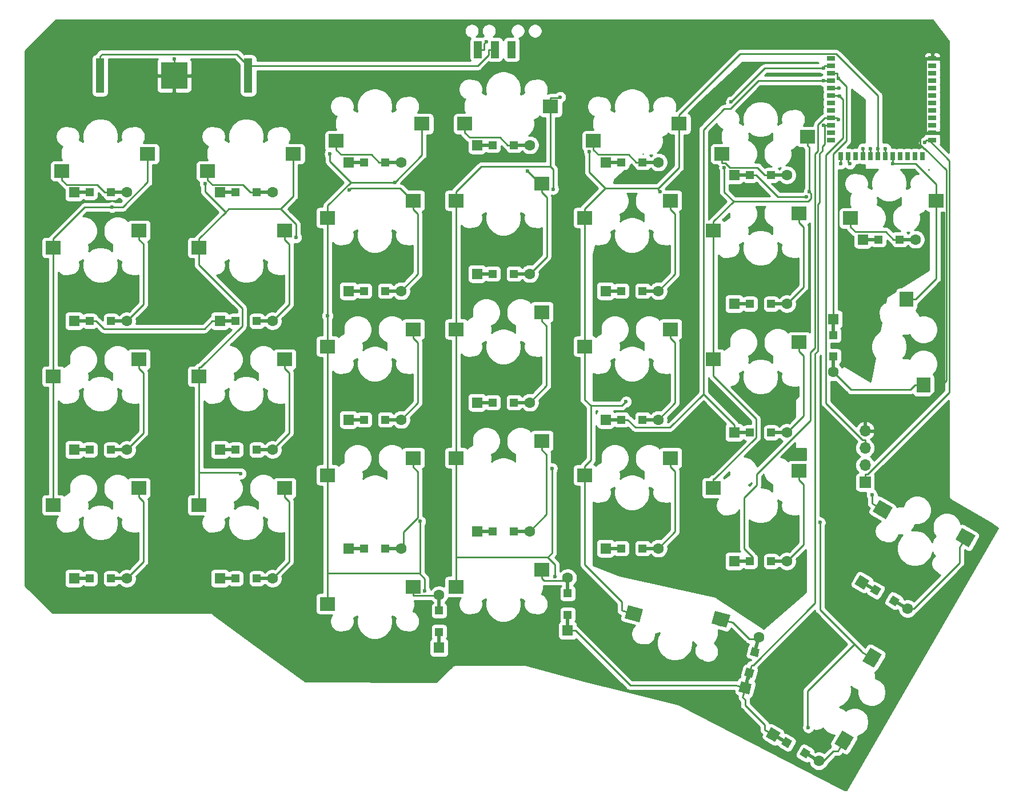
<source format=gbl>
G04 #@! TF.GenerationSoftware,KiCad,Pcbnew,(5.1.2)-2*
G04 #@! TF.CreationDate,2019-10-26T12:53:45+08:00*
G04 #@! TF.ProjectId,redox_rev1_routed3,7265646f-785f-4726-9576-315f726f7574,1.0*
G04 #@! TF.SameCoordinates,Original*
G04 #@! TF.FileFunction,Copper,L2,Bot*
G04 #@! TF.FilePolarity,Positive*
%FSLAX46Y46*%
G04 Gerber Fmt 4.6, Leading zero omitted, Abs format (unit mm)*
G04 Created by KiCad (PCBNEW (5.1.2)-2) date 2019-10-26 12:53:45*
%MOMM*%
%LPD*%
G04 APERTURE LIST*
%ADD10C,4.000000*%
%ADD11C,2.000000*%
%ADD12C,0.100000*%
%ADD13R,2.300000X2.000000*%
%ADD14R,2.000000X2.300000*%
%ADD15O,1.700000X1.700000*%
%ADD16R,1.700000X1.700000*%
%ADD17C,0.500000*%
%ADD18C,1.200000*%
%ADD19C,1.600000*%
%ADD20R,1.198880X0.698500*%
%ADD21R,0.698500X1.198880*%
%ADD22R,2.500000X0.500000*%
%ADD23R,1.200000X1.200000*%
%ADD24R,1.600000X1.600000*%
%ADD25R,0.500000X2.500000*%
%ADD26R,3.960000X3.960000*%
%ADD27R,1.270000X5.080000*%
%ADD28R,1.250000X2.500000*%
%ADD29C,0.600000*%
%ADD30C,0.250000*%
%ADD31C,0.254000*%
G04 APERTURE END LIST*
D10*
X211137500Y-142081250D03*
X85344000Y-53848000D03*
X208756250Y-86868000D03*
X102870000Y-128905000D03*
X161925000Y-143668750D03*
D11*
X183360931Y-138134728D03*
D12*
G36*
X184730565Y-137466444D02*
G01*
X184212927Y-139398296D01*
X181991297Y-138803012D01*
X182508935Y-136871160D01*
X184730565Y-137466444D01*
X184730565Y-137466444D01*
G37*
D11*
X170436272Y-137301178D03*
D12*
G36*
X171805906Y-136632894D02*
G01*
X171288268Y-138564746D01*
X169066638Y-137969462D01*
X169584276Y-136037610D01*
X171805906Y-136632894D01*
X171805906Y-136632894D01*
G37*
D13*
X97140000Y-118705000D03*
X84440000Y-121245000D03*
X97140000Y-99655000D03*
X84440000Y-102195000D03*
X97140000Y-80605000D03*
X84440000Y-83145000D03*
X85740000Y-71795000D03*
X98440000Y-69255000D03*
X156830000Y-130770000D03*
X144130000Y-133310000D03*
X125080000Y-135850000D03*
X137780000Y-133310000D03*
X194930000Y-116165000D03*
X182230000Y-118705000D03*
X175880000Y-114260000D03*
X163180000Y-116800000D03*
X156830000Y-111720000D03*
X144130000Y-114260000D03*
X137780000Y-114260000D03*
X125080000Y-116800000D03*
X118730000Y-118705000D03*
X106030000Y-121245000D03*
D11*
X219586345Y-126050950D03*
D12*
G36*
X221082274Y-125759925D02*
G01*
X220082274Y-127491975D01*
X218090416Y-126341975D01*
X219090416Y-124609925D01*
X221082274Y-125759925D01*
X221082274Y-125759925D01*
G37*
D11*
X207317822Y-121900654D03*
D12*
G36*
X208813751Y-121609629D02*
G01*
X207813751Y-123341679D01*
X205821893Y-122191679D01*
X206821893Y-120459629D01*
X208813751Y-121609629D01*
X208813751Y-121609629D01*
G37*
D13*
X194930000Y-97115000D03*
X182230000Y-99655000D03*
X175880000Y-95210000D03*
X163180000Y-97750000D03*
X156830000Y-92670000D03*
X144130000Y-95210000D03*
X137780000Y-95210000D03*
X125080000Y-97750000D03*
X118730000Y-99655000D03*
X106030000Y-102195000D03*
X194930000Y-78065000D03*
X182230000Y-80605000D03*
X175880000Y-76160000D03*
X163180000Y-78700000D03*
X156830000Y-73620000D03*
X144130000Y-76160000D03*
X137780000Y-76160000D03*
X125080000Y-78700000D03*
X118730000Y-80605000D03*
X106030000Y-83145000D03*
X202580000Y-78780000D03*
X215280000Y-76240000D03*
X183530000Y-69255000D03*
X196230000Y-66715000D03*
X164480000Y-67350000D03*
X177180000Y-64810000D03*
X145430000Y-64810000D03*
X158130000Y-62270000D03*
X126380000Y-67350000D03*
X139080000Y-64810000D03*
X107330000Y-71795000D03*
X120030000Y-69255000D03*
D14*
X213400000Y-103490000D03*
X210860000Y-90790000D03*
D11*
X201609050Y-156086345D03*
D12*
G36*
X201900075Y-157582274D02*
G01*
X200168025Y-156582274D01*
X201318025Y-154590416D01*
X203050075Y-155590416D01*
X201900075Y-157582274D01*
X201900075Y-157582274D01*
G37*
D11*
X205759346Y-143817822D03*
D12*
G36*
X206050371Y-145313751D02*
G01*
X204318321Y-144313751D01*
X205468321Y-142321893D01*
X207200371Y-143321893D01*
X206050371Y-145313751D01*
X206050371Y-145313751D01*
G37*
D15*
X204724000Y-110236000D03*
X204724000Y-112776000D03*
X204724000Y-115316000D03*
D16*
X204724000Y-117856000D03*
D17*
X188658811Y-141918000D03*
D12*
G36*
X188740853Y-140645888D02*
G01*
X189223816Y-140775297D01*
X188576769Y-143190112D01*
X188093806Y-143060703D01*
X188740853Y-140645888D01*
X188740853Y-140645888D01*
G37*
D18*
X188367640Y-143004667D03*
D12*
G36*
X187943376Y-142269820D02*
G01*
X189102487Y-142580403D01*
X188791904Y-143739514D01*
X187632793Y-143428931D01*
X187943376Y-142269820D01*
X187943376Y-142269820D01*
G37*
D18*
X187552360Y-146047333D03*
D12*
G36*
X187128096Y-145312486D02*
G01*
X188287207Y-145623069D01*
X187976624Y-146782180D01*
X186817513Y-146471597D01*
X187128096Y-145312486D01*
X187128096Y-145312486D01*
G37*
D17*
X187261189Y-147134000D03*
D12*
G36*
X187343231Y-145861888D02*
G01*
X187826194Y-145991297D01*
X187179147Y-148406112D01*
X186696184Y-148276703D01*
X187343231Y-145861888D01*
X187343231Y-145861888D01*
G37*
D19*
X188969394Y-140758889D03*
X186950606Y-148293111D03*
D12*
G36*
X186384921Y-147313315D02*
G01*
X187930402Y-147727426D01*
X187516291Y-149272907D01*
X185970810Y-148858796D01*
X186384921Y-147313315D01*
X186384921Y-147313315D01*
G37*
D17*
X196807269Y-158512000D03*
D12*
G36*
X198014801Y-158920494D02*
G01*
X197764801Y-159353506D01*
X195599737Y-158103506D01*
X195849737Y-157670494D01*
X198014801Y-158920494D01*
X198014801Y-158920494D01*
G37*
D18*
X195832990Y-157949500D03*
D12*
G36*
X196652605Y-157729885D02*
G01*
X196052605Y-158769115D01*
X195013375Y-158169115D01*
X195613375Y-157129885D01*
X196652605Y-157729885D01*
X196652605Y-157729885D01*
G37*
D18*
X193105010Y-156374500D03*
D12*
G36*
X193924625Y-156154885D02*
G01*
X193324625Y-157194115D01*
X192285395Y-156594115D01*
X192885395Y-155554885D01*
X193924625Y-156154885D01*
X193924625Y-156154885D01*
G37*
D17*
X192130731Y-155812000D03*
D12*
G36*
X193338263Y-156220494D02*
G01*
X193088263Y-156653506D01*
X190923199Y-155403506D01*
X191173199Y-154970494D01*
X193338263Y-156220494D01*
X193338263Y-156220494D01*
G37*
D19*
X197846499Y-159112000D03*
X191091501Y-155212000D03*
D12*
G36*
X192184321Y-154919180D02*
G01*
X191384321Y-156304820D01*
X189998681Y-155504820D01*
X190798681Y-154119180D01*
X192184321Y-154919180D01*
X192184321Y-154919180D01*
G37*
D20*
X214667080Y-67246500D03*
X199670920Y-60647580D03*
X199670920Y-59547760D03*
D21*
X213216740Y-69596000D03*
D20*
X214667080Y-65046860D03*
X214667080Y-63947040D03*
X214667080Y-62847220D03*
X214667080Y-61747400D03*
X214667080Y-60647580D03*
X214667080Y-59547760D03*
X214667080Y-58447940D03*
X214667080Y-57348120D03*
X214667080Y-56248300D03*
X199670920Y-55148480D03*
X199670920Y-56248300D03*
X199670920Y-57348120D03*
X199670920Y-58447940D03*
X199670920Y-61747400D03*
X199670920Y-62847220D03*
X199670920Y-63947040D03*
X199670920Y-65046860D03*
X199670920Y-66146680D03*
X199670920Y-67246500D03*
D21*
X201121260Y-69596000D03*
X202221080Y-69596000D03*
X203320900Y-69596000D03*
X204420720Y-69596000D03*
X205520540Y-69596000D03*
X206620360Y-69596000D03*
X207717640Y-69596000D03*
X208817460Y-69596000D03*
X209917280Y-69596000D03*
X211017100Y-69596000D03*
X212116920Y-69596000D03*
D20*
X214667080Y-55148480D03*
X214667080Y-66146680D03*
D22*
X94140000Y-74930000D03*
D23*
X93015000Y-74930000D03*
X89865000Y-74930000D03*
D22*
X88740000Y-74930000D03*
D19*
X95340000Y-74930000D03*
D24*
X87540000Y-74930000D03*
D22*
X115730000Y-74930000D03*
D23*
X114605000Y-74930000D03*
X111455000Y-74930000D03*
D22*
X110330000Y-74930000D03*
D19*
X116930000Y-74930000D03*
D24*
X109130000Y-74930000D03*
D22*
X134780000Y-70485000D03*
D23*
X133655000Y-70485000D03*
X130505000Y-70485000D03*
D22*
X129380000Y-70485000D03*
D19*
X135980000Y-70485000D03*
D24*
X128180000Y-70485000D03*
D22*
X153830000Y-67945000D03*
D23*
X152705000Y-67945000D03*
X149555000Y-67945000D03*
D22*
X148430000Y-67945000D03*
D19*
X155030000Y-67945000D03*
D24*
X147230000Y-67945000D03*
D22*
X172880000Y-70485000D03*
D23*
X171755000Y-70485000D03*
X168605000Y-70485000D03*
D22*
X167480000Y-70485000D03*
D19*
X174080000Y-70485000D03*
D24*
X166280000Y-70485000D03*
D22*
X191930000Y-72390000D03*
D23*
X190805000Y-72390000D03*
X187655000Y-72390000D03*
D22*
X186530000Y-72390000D03*
D19*
X193130000Y-72390000D03*
D24*
X185330000Y-72390000D03*
D22*
X210980000Y-81915000D03*
D23*
X209855000Y-81915000D03*
X206705000Y-81915000D03*
D22*
X205580000Y-81915000D03*
D19*
X212180000Y-81915000D03*
D24*
X204380000Y-81915000D03*
D22*
X94140000Y-93980000D03*
D23*
X93015000Y-93980000D03*
X89865000Y-93980000D03*
D22*
X88740000Y-93980000D03*
D19*
X95340000Y-93980000D03*
D24*
X87540000Y-93980000D03*
D22*
X115730000Y-93980000D03*
D23*
X114605000Y-93980000D03*
X111455000Y-93980000D03*
D22*
X110330000Y-93980000D03*
D19*
X116930000Y-93980000D03*
D24*
X109130000Y-93980000D03*
D22*
X134780000Y-89535000D03*
D23*
X133655000Y-89535000D03*
X130505000Y-89535000D03*
D22*
X129380000Y-89535000D03*
D19*
X135980000Y-89535000D03*
D24*
X128180000Y-89535000D03*
D22*
X153830000Y-86995000D03*
D23*
X152705000Y-86995000D03*
X149555000Y-86995000D03*
D22*
X148430000Y-86995000D03*
D19*
X155030000Y-86995000D03*
D24*
X147230000Y-86995000D03*
D22*
X172880000Y-89535000D03*
D23*
X171755000Y-89535000D03*
X168605000Y-89535000D03*
D22*
X167480000Y-89535000D03*
D19*
X174080000Y-89535000D03*
D24*
X166280000Y-89535000D03*
D22*
X191930000Y-91440000D03*
D23*
X190805000Y-91440000D03*
X187655000Y-91440000D03*
D22*
X186530000Y-91440000D03*
D19*
X193130000Y-91440000D03*
D24*
X185330000Y-91440000D03*
X200025000Y-93731200D03*
D19*
X200025000Y-101531200D03*
D25*
X200025000Y-94931200D03*
D23*
X200025000Y-96056200D03*
X200025000Y-99206200D03*
D25*
X200025000Y-100331200D03*
D22*
X94140000Y-113030000D03*
D23*
X93015000Y-113030000D03*
X89865000Y-113030000D03*
D22*
X88740000Y-113030000D03*
D19*
X95340000Y-113030000D03*
D24*
X87540000Y-113030000D03*
D22*
X115730000Y-113030000D03*
D23*
X114605000Y-113030000D03*
X111455000Y-113030000D03*
D22*
X110330000Y-113030000D03*
D19*
X116930000Y-113030000D03*
D24*
X109130000Y-113030000D03*
D22*
X134780000Y-108585000D03*
D23*
X133655000Y-108585000D03*
X130505000Y-108585000D03*
D22*
X129380000Y-108585000D03*
D19*
X135980000Y-108585000D03*
D24*
X128180000Y-108585000D03*
D22*
X153830000Y-106045000D03*
D23*
X152705000Y-106045000D03*
X149555000Y-106045000D03*
D22*
X148430000Y-106045000D03*
D19*
X155030000Y-106045000D03*
D24*
X147230000Y-106045000D03*
D22*
X172880000Y-108585000D03*
D23*
X171755000Y-108585000D03*
X168605000Y-108585000D03*
D22*
X167480000Y-108585000D03*
D19*
X174080000Y-108585000D03*
D24*
X166280000Y-108585000D03*
D22*
X191930000Y-110490000D03*
D23*
X190805000Y-110490000D03*
X187655000Y-110490000D03*
D22*
X186530000Y-110490000D03*
D19*
X193130000Y-110490000D03*
D24*
X185330000Y-110490000D03*
D17*
X209983269Y-135970000D03*
D12*
G36*
X211190801Y-136378494D02*
G01*
X210940801Y-136811506D01*
X208775737Y-135561506D01*
X209025737Y-135128494D01*
X211190801Y-136378494D01*
X211190801Y-136378494D01*
G37*
D18*
X209008990Y-135407500D03*
D12*
G36*
X209828605Y-135187885D02*
G01*
X209228605Y-136227115D01*
X208189375Y-135627115D01*
X208789375Y-134587885D01*
X209828605Y-135187885D01*
X209828605Y-135187885D01*
G37*
D18*
X206281010Y-133832500D03*
D12*
G36*
X207100625Y-133612885D02*
G01*
X206500625Y-134652115D01*
X205461395Y-134052115D01*
X206061395Y-133012885D01*
X207100625Y-133612885D01*
X207100625Y-133612885D01*
G37*
D17*
X205306731Y-133270000D03*
D12*
G36*
X206514263Y-133678494D02*
G01*
X206264263Y-134111506D01*
X204099199Y-132861506D01*
X204349199Y-132428494D01*
X206514263Y-133678494D01*
X206514263Y-133678494D01*
G37*
D19*
X211022499Y-136570000D03*
X204267501Y-132670000D03*
D12*
G36*
X205360321Y-132377180D02*
G01*
X204560321Y-133762820D01*
X203174681Y-132962820D01*
X203974681Y-131577180D01*
X205360321Y-132377180D01*
X205360321Y-132377180D01*
G37*
D22*
X94140000Y-132080000D03*
D23*
X93015000Y-132080000D03*
X89865000Y-132080000D03*
D22*
X88740000Y-132080000D03*
D19*
X95340000Y-132080000D03*
D24*
X87540000Y-132080000D03*
D22*
X115730000Y-132080000D03*
D23*
X114605000Y-132080000D03*
X111455000Y-132080000D03*
D22*
X110330000Y-132080000D03*
D19*
X116930000Y-132080000D03*
D24*
X109130000Y-132080000D03*
D22*
X134780000Y-127635000D03*
D23*
X133655000Y-127635000D03*
X130505000Y-127635000D03*
D22*
X129380000Y-127635000D03*
D19*
X135980000Y-127635000D03*
D24*
X128180000Y-127635000D03*
D22*
X153830000Y-125095000D03*
D23*
X152705000Y-125095000D03*
X149555000Y-125095000D03*
D22*
X148430000Y-125095000D03*
D19*
X155030000Y-125095000D03*
D24*
X147230000Y-125095000D03*
D22*
X172880000Y-127635000D03*
D23*
X171755000Y-127635000D03*
X168605000Y-127635000D03*
D22*
X167480000Y-127635000D03*
D19*
X174080000Y-127635000D03*
D24*
X166280000Y-127635000D03*
D22*
X191930000Y-129540000D03*
D23*
X190805000Y-129540000D03*
X187655000Y-129540000D03*
D22*
X186530000Y-129540000D03*
D19*
X193130000Y-129540000D03*
D24*
X185330000Y-129540000D03*
D25*
X141605000Y-135730000D03*
D23*
X141605000Y-136855000D03*
X141605000Y-140005000D03*
D25*
X141605000Y-141130000D03*
D19*
X141605000Y-134530000D03*
D24*
X141605000Y-142330000D03*
D25*
X160655000Y-133190000D03*
D23*
X160655000Y-134315000D03*
X160655000Y-137465000D03*
D25*
X160655000Y-138590000D03*
D19*
X160655000Y-131990000D03*
D24*
X160655000Y-139790000D03*
D26*
X102362000Y-57658000D03*
D27*
X113347000Y-57658000D03*
X91377000Y-57658000D03*
D28*
X147360000Y-53804000D03*
X149860000Y-53804000D03*
X152360000Y-53804000D03*
D29*
X184877700Y-61555900D03*
X198559000Y-56586400D03*
X196030100Y-75634500D03*
X200779700Y-58078600D03*
X128296400Y-74581900D03*
X154740800Y-71765000D03*
X198569400Y-58447900D03*
X200784100Y-64177200D03*
X198559000Y-65046900D03*
X93152100Y-77141600D03*
X201121300Y-70723400D03*
X106955500Y-73635700D03*
X120416000Y-81618100D03*
X202492300Y-70697400D03*
X112199300Y-116585500D03*
X125424500Y-69245700D03*
X125080000Y-93210400D03*
X204420700Y-68485500D03*
X138804300Y-123651700D03*
X139468000Y-133970800D03*
X135029400Y-73461100D03*
X158500900Y-74476900D03*
X159559700Y-60840300D03*
X205520500Y-68495200D03*
X158763900Y-131804700D03*
X158329900Y-115785200D03*
X169296000Y-105926200D03*
X206620400Y-68491400D03*
X163870600Y-68958600D03*
X174313800Y-74861900D03*
X183859100Y-71301200D03*
X196415300Y-74875700D03*
X196307000Y-154145600D03*
X198031500Y-123807700D03*
X207717600Y-68468500D03*
X205732600Y-119701700D03*
X208817500Y-70696900D03*
X148610000Y-52621800D03*
X213511700Y-67603300D03*
X213233500Y-66655600D03*
X102362000Y-55176300D03*
X200828100Y-59547800D03*
X200948300Y-60703700D03*
D30*
X85740000Y-71795000D02*
X85740000Y-73120300D01*
X93015000Y-74930000D02*
X92089700Y-74930000D01*
X92089700Y-74930000D02*
X90964300Y-73804600D01*
X90964300Y-73804600D02*
X86424300Y-73804600D01*
X86424300Y-73804600D02*
X85740000Y-73120300D01*
X94140000Y-74930000D02*
X93015000Y-74930000D01*
X95340000Y-74930000D02*
X94140000Y-74930000D01*
X198559000Y-56586400D02*
X189847200Y-56586400D01*
X189847200Y-56586400D02*
X184877700Y-61555900D01*
X198559000Y-56586400D02*
X198559000Y-56435500D01*
X198559000Y-56435500D02*
X198746200Y-56248300D01*
X199670900Y-56248300D02*
X198746200Y-56248300D01*
X185330000Y-72390000D02*
X186530000Y-72390000D01*
X187655000Y-72390000D02*
X188580300Y-72390000D01*
X188580300Y-72390000D02*
X191824800Y-75634500D01*
X191824800Y-75634500D02*
X196030100Y-75634500D01*
X186530000Y-72390000D02*
X187655000Y-72390000D01*
X128780000Y-70485000D02*
X128180000Y-70485000D01*
X129380000Y-70485000D02*
X128780000Y-70485000D01*
X88740000Y-74930000D02*
X89865000Y-74930000D01*
X87540000Y-74930000D02*
X88740000Y-74930000D01*
X110330000Y-74930000D02*
X111455000Y-74930000D01*
X109130000Y-74930000D02*
X110330000Y-74930000D01*
X129380000Y-70485000D02*
X130505000Y-70485000D01*
X148430000Y-67945000D02*
X149555000Y-67945000D01*
X147230000Y-67945000D02*
X148430000Y-67945000D01*
X167480000Y-70485000D02*
X168605000Y-70485000D01*
X166280000Y-70485000D02*
X167480000Y-70485000D01*
X205580000Y-81915000D02*
X204380000Y-81915000D01*
X205580000Y-81915000D02*
X206705000Y-81915000D01*
X114605000Y-74930000D02*
X113679700Y-74930000D01*
X113679700Y-74930000D02*
X112554300Y-73804600D01*
X112554300Y-73804600D02*
X108014300Y-73804600D01*
X108014300Y-73804600D02*
X107330000Y-73120300D01*
X114605000Y-74930000D02*
X115730000Y-74930000D01*
X107330000Y-71795000D02*
X107330000Y-73120300D01*
X116930000Y-74930000D02*
X115730000Y-74930000D01*
X133655000Y-70485000D02*
X132729700Y-70485000D01*
X132729700Y-70485000D02*
X131604300Y-69359600D01*
X131604300Y-69359600D02*
X127064300Y-69359600D01*
X127064300Y-69359600D02*
X126380000Y-68675300D01*
X133655000Y-70485000D02*
X134780000Y-70485000D01*
X126380000Y-67350000D02*
X126380000Y-68675300D01*
X135980000Y-70485000D02*
X134780000Y-70485000D01*
X152705000Y-67945000D02*
X151779700Y-67945000D01*
X151779700Y-67945000D02*
X150654300Y-66819600D01*
X150654300Y-66819600D02*
X146114300Y-66819600D01*
X146114300Y-66819600D02*
X145430000Y-66135300D01*
X153830000Y-67945000D02*
X152705000Y-67945000D01*
X145430000Y-64810000D02*
X145430000Y-66135300D01*
X155030000Y-67945000D02*
X153830000Y-67945000D01*
X164480000Y-67350000D02*
X164480000Y-68675300D01*
X171755000Y-70485000D02*
X170829700Y-70485000D01*
X170829700Y-70485000D02*
X169704300Y-69359600D01*
X169704300Y-69359600D02*
X165164300Y-69359600D01*
X165164300Y-69359600D02*
X164480000Y-68675300D01*
X172880000Y-70485000D02*
X171755000Y-70485000D01*
X174080000Y-70485000D02*
X172880000Y-70485000D01*
X189879700Y-72390000D02*
X188754300Y-71264600D01*
X188754300Y-71264600D02*
X184706900Y-71264600D01*
X184706900Y-71264600D02*
X184022600Y-70580300D01*
X184022600Y-70580300D02*
X183530000Y-70580300D01*
X183530000Y-69255000D02*
X183530000Y-70580300D01*
X190805000Y-72390000D02*
X189879700Y-72390000D01*
X191930000Y-72390000D02*
X190805000Y-72390000D01*
X193130000Y-72390000D02*
X191930000Y-72390000D01*
X209855000Y-81915000D02*
X208929700Y-81915000D01*
X208929700Y-81915000D02*
X207804300Y-80789600D01*
X207804300Y-80789600D02*
X203264300Y-80789600D01*
X203264300Y-80789600D02*
X202580000Y-80105300D01*
X210980000Y-81915000D02*
X209855000Y-81915000D01*
X202580000Y-78780000D02*
X202580000Y-80105300D01*
X212180000Y-81915000D02*
X210980000Y-81915000D01*
X97140000Y-80605000D02*
X97140000Y-81930300D01*
X95340000Y-93980000D02*
X97795500Y-91524500D01*
X97795500Y-91524500D02*
X97795500Y-82585800D01*
X97795500Y-82585800D02*
X97140000Y-81930300D01*
X94140000Y-93980000D02*
X95340000Y-93980000D01*
X93015000Y-93980000D02*
X94140000Y-93980000D01*
X89865000Y-93980000D02*
X90790300Y-93980000D01*
X109130000Y-93980000D02*
X108004700Y-93980000D01*
X108004700Y-93980000D02*
X106854900Y-95129800D01*
X106854900Y-95129800D02*
X91940100Y-95129800D01*
X91940100Y-95129800D02*
X90790300Y-93980000D01*
X110330000Y-93980000D02*
X109130000Y-93980000D01*
X200025000Y-92605900D02*
X200025000Y-69253500D01*
X200025000Y-69253500D02*
X201928500Y-67350000D01*
X201928500Y-67350000D02*
X201928500Y-59227400D01*
X201928500Y-59227400D02*
X200779700Y-58078600D01*
X200025000Y-93731200D02*
X200025000Y-92605900D01*
X200025000Y-94931200D02*
X200025000Y-93731200D01*
X186530000Y-91440000D02*
X187655000Y-91440000D01*
X88740000Y-93980000D02*
X89865000Y-93980000D01*
X87540000Y-93980000D02*
X88740000Y-93980000D01*
X110330000Y-93980000D02*
X111455000Y-93980000D01*
X129380000Y-89535000D02*
X130505000Y-89535000D01*
X128180000Y-89535000D02*
X129380000Y-89535000D01*
X148430000Y-86995000D02*
X149555000Y-86995000D01*
X147230000Y-86995000D02*
X148430000Y-86995000D01*
X167480000Y-89535000D02*
X168605000Y-89535000D01*
X166280000Y-89535000D02*
X167480000Y-89535000D01*
X185330000Y-91440000D02*
X186530000Y-91440000D01*
X199670900Y-57348100D02*
X200595600Y-57348100D01*
X200595600Y-57348100D02*
X200595600Y-57894500D01*
X200595600Y-57894500D02*
X200779700Y-58078600D01*
X200025000Y-96056200D02*
X200025000Y-94931200D01*
X116930000Y-93980000D02*
X119392900Y-91517100D01*
X119392900Y-91517100D02*
X119392900Y-82593200D01*
X119392900Y-82593200D02*
X118730000Y-81930300D01*
X115730000Y-93980000D02*
X116930000Y-93980000D01*
X118730000Y-80605000D02*
X118730000Y-81930300D01*
X114605000Y-93980000D02*
X115730000Y-93980000D01*
X137780000Y-76314300D02*
X135840300Y-74374600D01*
X135840300Y-74374600D02*
X128503700Y-74374600D01*
X128503700Y-74374600D02*
X128296400Y-74581900D01*
X137780000Y-76314300D02*
X137780000Y-77485300D01*
X137780000Y-76160000D02*
X137780000Y-76314300D01*
X135980000Y-89535000D02*
X138461900Y-87053100D01*
X138461900Y-87053100D02*
X138461900Y-78167200D01*
X138461900Y-78167200D02*
X137780000Y-77485300D01*
X135980000Y-89535000D02*
X134780000Y-89535000D01*
X133655000Y-89535000D02*
X134780000Y-89535000D01*
X155030000Y-86995000D02*
X157548800Y-84476200D01*
X157548800Y-84476200D02*
X157548800Y-75664100D01*
X157548800Y-75664100D02*
X156830000Y-74945300D01*
X155030000Y-86995000D02*
X153830000Y-86995000D01*
X156830000Y-73620000D02*
X156830000Y-74945300D01*
X156830000Y-73620000D02*
X156595800Y-73620000D01*
X156595800Y-73620000D02*
X154740800Y-71765000D01*
X152705000Y-86995000D02*
X153830000Y-86995000D01*
X174080000Y-89535000D02*
X176538100Y-87076900D01*
X176538100Y-87076900D02*
X176538100Y-78143400D01*
X176538100Y-78143400D02*
X175880000Y-77485300D01*
X174080000Y-89535000D02*
X172880000Y-89535000D01*
X175880000Y-76160000D02*
X175880000Y-77485300D01*
X171755000Y-89535000D02*
X172880000Y-89535000D01*
X193130000Y-91440000D02*
X195607400Y-88962600D01*
X195607400Y-88962600D02*
X195607400Y-80067700D01*
X195607400Y-80067700D02*
X194930000Y-79390300D01*
X193130000Y-91440000D02*
X191930000Y-91440000D01*
X194930000Y-78065000D02*
X194930000Y-79390300D01*
X190805000Y-91440000D02*
X191930000Y-91440000D01*
X200025000Y-101531200D02*
X202652100Y-104158300D01*
X202652100Y-104158300D02*
X211406400Y-104158300D01*
X211406400Y-104158300D02*
X212074700Y-103490000D01*
X200025000Y-100331200D02*
X200025000Y-101531200D01*
X213400000Y-103490000D02*
X212074700Y-103490000D01*
X200025000Y-99206200D02*
X200025000Y-100331200D01*
X97140000Y-99655000D02*
X97140000Y-100980300D01*
X97140000Y-100980300D02*
X97816400Y-101656700D01*
X97816400Y-101656700D02*
X97816400Y-110553600D01*
X97816400Y-110553600D02*
X95340000Y-113030000D01*
X94140000Y-113030000D02*
X95340000Y-113030000D01*
X93015000Y-113030000D02*
X94140000Y-113030000D01*
X180750000Y-104784700D02*
X185330000Y-109364700D01*
X198569400Y-58447900D02*
X188884900Y-58447900D01*
X188884900Y-58447900D02*
X184728600Y-62604200D01*
X184728600Y-62604200D02*
X183809300Y-62604200D01*
X183809300Y-62604200D02*
X180750000Y-65663500D01*
X180750000Y-65663500D02*
X180750000Y-104784700D01*
X180750000Y-104784700D02*
X175811600Y-109723100D01*
X175811600Y-109723100D02*
X170668400Y-109723100D01*
X170668400Y-109723100D02*
X169530300Y-108585000D01*
X168605000Y-108585000D02*
X169530300Y-108585000D01*
X185330000Y-110490000D02*
X185330000Y-109364700D01*
X199670900Y-58447900D02*
X198569400Y-58447900D01*
X167480000Y-108585000D02*
X166280000Y-108585000D01*
X206281000Y-133832500D02*
X205265000Y-133245900D01*
X205006700Y-132970000D02*
X205265100Y-133228400D01*
X205265100Y-133228400D02*
X205265100Y-133245800D01*
X205265100Y-133245800D02*
X205265000Y-133245900D01*
X205006700Y-132970000D02*
X205306700Y-133270000D01*
X204267500Y-132670000D02*
X204706700Y-132670000D01*
X204706700Y-132670000D02*
X205006700Y-132970000D01*
X186530000Y-110490000D02*
X185330000Y-110490000D01*
X186530000Y-110490000D02*
X187655000Y-110490000D01*
X88740000Y-113030000D02*
X89865000Y-113030000D01*
X87540000Y-113030000D02*
X88740000Y-113030000D01*
X110330000Y-113030000D02*
X111455000Y-113030000D01*
X109130000Y-113030000D02*
X110330000Y-113030000D01*
X129380000Y-108585000D02*
X130505000Y-108585000D01*
X128180000Y-108585000D02*
X129380000Y-108585000D01*
X148430000Y-106045000D02*
X149555000Y-106045000D01*
X147230000Y-106045000D02*
X148430000Y-106045000D01*
X167480000Y-108585000D02*
X168605000Y-108585000D01*
X118730000Y-99655000D02*
X118730000Y-100980300D01*
X116930000Y-113030000D02*
X119411800Y-110548200D01*
X119411800Y-110548200D02*
X119411800Y-101662100D01*
X119411800Y-101662100D02*
X118730000Y-100980300D01*
X115730000Y-113030000D02*
X116930000Y-113030000D01*
X114605000Y-113030000D02*
X115730000Y-113030000D01*
X137780000Y-95210000D02*
X137780000Y-96535300D01*
X135980000Y-108585000D02*
X138444100Y-106120900D01*
X138444100Y-106120900D02*
X138444100Y-97199400D01*
X138444100Y-97199400D02*
X137780000Y-96535300D01*
X135980000Y-108585000D02*
X134780000Y-108585000D01*
X133655000Y-108585000D02*
X134780000Y-108585000D01*
X155030000Y-106045000D02*
X157540000Y-103535000D01*
X157540000Y-103535000D02*
X157540000Y-94705300D01*
X157540000Y-94705300D02*
X156830000Y-93995300D01*
X155030000Y-106045000D02*
X153830000Y-106045000D01*
X156830000Y-92670000D02*
X156830000Y-93995300D01*
X152705000Y-106045000D02*
X153830000Y-106045000D01*
X174080000Y-108585000D02*
X176538100Y-106126900D01*
X176538100Y-106126900D02*
X176538100Y-97193400D01*
X176538100Y-97193400D02*
X175880000Y-96535300D01*
X174080000Y-108585000D02*
X172880000Y-108585000D01*
X175880000Y-95210000D02*
X175880000Y-96535300D01*
X171755000Y-108585000D02*
X172880000Y-108585000D01*
X193130000Y-110490000D02*
X195617500Y-108002500D01*
X195617500Y-108002500D02*
X195617500Y-99127800D01*
X195617500Y-99127800D02*
X194930000Y-98440300D01*
X193130000Y-110490000D02*
X191930000Y-110490000D01*
X194930000Y-97115000D02*
X194930000Y-98440300D01*
X190805000Y-110490000D02*
X191930000Y-110490000D01*
X219586300Y-126050900D02*
X218725900Y-127541000D01*
X211022500Y-136570000D02*
X211932900Y-136570000D01*
X211932900Y-136570000D02*
X218726000Y-129776900D01*
X218726000Y-129776900D02*
X218726000Y-127541100D01*
X218726000Y-127541100D02*
X218725900Y-127541000D01*
X210283300Y-136270000D02*
X210583300Y-136570000D01*
X210583300Y-136570000D02*
X211022500Y-136570000D01*
X209009000Y-135407500D02*
X210025000Y-135994100D01*
X210283300Y-136270000D02*
X210024900Y-136011600D01*
X210024900Y-136011600D02*
X210024900Y-135994200D01*
X210024900Y-135994200D02*
X210025000Y-135994100D01*
X209983300Y-135970000D02*
X210283300Y-136270000D01*
X95340000Y-132080000D02*
X97838300Y-129581700D01*
X97838300Y-129581700D02*
X97838300Y-120728600D01*
X97838300Y-120728600D02*
X97140000Y-120030300D01*
X95340000Y-132080000D02*
X94140000Y-132080000D01*
X97140000Y-118705000D02*
X97140000Y-120030300D01*
X93015000Y-132080000D02*
X94140000Y-132080000D01*
X188105300Y-129540000D02*
X188105300Y-128964700D01*
X188105300Y-128964700D02*
X186825300Y-127684700D01*
X186825300Y-127684700D02*
X186825300Y-120125800D01*
X186825300Y-120125800D02*
X188640000Y-118311100D01*
X188640000Y-118311100D02*
X188640000Y-116656600D01*
X188640000Y-116656600D02*
X196615000Y-108681600D01*
X196615000Y-108681600D02*
X196615000Y-98668900D01*
X196615000Y-98668900D02*
X197293900Y-97990000D01*
X197293900Y-97990000D02*
X197293900Y-69254500D01*
X197293900Y-69254500D02*
X197748000Y-68800400D01*
X197748000Y-68800400D02*
X197748000Y-64945200D01*
X197748000Y-64945200D02*
X198746200Y-63947000D01*
X199670900Y-63947000D02*
X200595600Y-63947000D01*
X200784100Y-64177200D02*
X200595600Y-63988700D01*
X200595600Y-63988700D02*
X200595600Y-63947000D01*
X187655000Y-129540000D02*
X188105300Y-129540000D01*
X186530000Y-129540000D02*
X187317700Y-129540000D01*
X187317700Y-129540000D02*
X187655000Y-129540000D01*
X199670900Y-63947000D02*
X198746200Y-63947000D01*
X88740000Y-132080000D02*
X89865000Y-132080000D01*
X87540000Y-132080000D02*
X88740000Y-132080000D01*
X110330000Y-132080000D02*
X111455000Y-132080000D01*
X109130000Y-132080000D02*
X110330000Y-132080000D01*
X129380000Y-127635000D02*
X130505000Y-127635000D01*
X128180000Y-127635000D02*
X129380000Y-127635000D01*
X148430000Y-125095000D02*
X149555000Y-125095000D01*
X147230000Y-125095000D02*
X148430000Y-125095000D01*
X167480000Y-127635000D02*
X168605000Y-127635000D01*
X166280000Y-127635000D02*
X167480000Y-127635000D01*
X185330000Y-129540000D02*
X186530000Y-129540000D01*
X118730000Y-118705000D02*
X118730000Y-120030300D01*
X116930000Y-132080000D02*
X119411800Y-129598200D01*
X119411800Y-129598200D02*
X119411800Y-120712100D01*
X119411800Y-120712100D02*
X118730000Y-120030300D01*
X115730000Y-132080000D02*
X116930000Y-132080000D01*
X114605000Y-132080000D02*
X115730000Y-132080000D01*
X135980000Y-127635000D02*
X136355300Y-127635000D01*
X134780000Y-127635000D02*
X135980000Y-127635000D01*
X137780000Y-115585300D02*
X138485500Y-116290800D01*
X138485500Y-116290800D02*
X138485500Y-123086200D01*
X138485500Y-123086200D02*
X136355300Y-125216400D01*
X136355300Y-125216400D02*
X136355300Y-127635000D01*
X137780000Y-114260000D02*
X137780000Y-115585300D01*
X133655000Y-127635000D02*
X134780000Y-127635000D01*
X155030000Y-125095000D02*
X157540000Y-122585000D01*
X157540000Y-122585000D02*
X157540000Y-113755300D01*
X157540000Y-113755300D02*
X156830000Y-113045300D01*
X155030000Y-125095000D02*
X153830000Y-125095000D01*
X156830000Y-111720000D02*
X156830000Y-113045300D01*
X152705000Y-125095000D02*
X153830000Y-125095000D01*
X174080000Y-127635000D02*
X176538100Y-125176900D01*
X176538100Y-125176900D02*
X176538100Y-116243400D01*
X176538100Y-116243400D02*
X175880000Y-115585300D01*
X174080000Y-127635000D02*
X172880000Y-127635000D01*
X175880000Y-114260000D02*
X175880000Y-115585300D01*
X171755000Y-127635000D02*
X172880000Y-127635000D01*
X193130000Y-129540000D02*
X195607400Y-127062600D01*
X195607400Y-127062600D02*
X195607400Y-118167700D01*
X195607400Y-118167700D02*
X194930000Y-117490300D01*
X193130000Y-129540000D02*
X191930000Y-129540000D01*
X194930000Y-116165000D02*
X194930000Y-117490300D01*
X190805000Y-129540000D02*
X191930000Y-129540000D01*
X187261200Y-147134000D02*
X187552400Y-146842800D01*
X187552400Y-146842800D02*
X187552400Y-146047300D01*
X186950600Y-148293100D02*
X186950600Y-147444600D01*
X186950600Y-147444600D02*
X187261200Y-147134000D01*
X187552400Y-146047300D02*
X187856100Y-144914000D01*
X198746200Y-65046900D02*
X198559000Y-65046900D01*
X187856100Y-144914000D02*
X188119100Y-144914000D01*
X188119100Y-144914000D02*
X197199300Y-135833800D01*
X197199300Y-135833800D02*
X197199300Y-135782200D01*
X197199300Y-135782200D02*
X197293900Y-135687600D01*
X197293900Y-135687600D02*
X197293900Y-98852200D01*
X197293900Y-98852200D02*
X197744200Y-98401900D01*
X197744200Y-98401900D02*
X197744200Y-76715500D01*
X197744200Y-76715500D02*
X198006300Y-76453400D01*
X198006300Y-76453400D02*
X198006300Y-69179000D01*
X198006300Y-69179000D02*
X198357300Y-68828000D01*
X198357300Y-68828000D02*
X198357300Y-68185000D01*
X198357300Y-68185000D02*
X198746200Y-67796100D01*
X198746200Y-67796100D02*
X198746200Y-65046900D01*
X160655000Y-139790000D02*
X161780300Y-139790000D01*
X161780300Y-139790000D02*
X169914200Y-147923900D01*
X169914200Y-147923900D02*
X185572300Y-147923900D01*
X185572300Y-147923900D02*
X185572300Y-147923800D01*
X160655000Y-138590000D02*
X160655000Y-139790000D01*
X186950600Y-148293100D02*
X185572300Y-147923800D01*
X199670900Y-65046900D02*
X198746200Y-65046900D01*
X186950600Y-148293100D02*
X186581300Y-149671400D01*
X191091500Y-155212000D02*
X189855900Y-154498600D01*
X189855900Y-154498600D02*
X189855900Y-153756800D01*
X189855900Y-153756800D02*
X186950600Y-150851500D01*
X186950600Y-150851500D02*
X186950600Y-150040600D01*
X186950600Y-150040600D02*
X186581400Y-149671400D01*
X186581400Y-149671400D02*
X186581300Y-149671400D01*
X191091500Y-155212000D02*
X191530700Y-155212000D01*
X191530700Y-155212000D02*
X191830700Y-155512000D01*
X193105000Y-156374500D02*
X192089000Y-155787900D01*
X191830700Y-155512000D02*
X192089100Y-155770400D01*
X192089100Y-155770400D02*
X192089100Y-155787800D01*
X192089100Y-155787800D02*
X192089000Y-155787900D01*
X191830700Y-155512000D02*
X192130700Y-155812000D01*
X141605000Y-141130000D02*
X141605000Y-140005000D01*
X141605000Y-142330000D02*
X141605000Y-141130000D01*
X160655000Y-138590000D02*
X160655000Y-137465000D01*
X141605000Y-134635300D02*
X141605000Y-135730000D01*
X141605000Y-134530000D02*
X141605000Y-134635300D01*
X141605000Y-134635300D02*
X137780000Y-134635300D01*
X137780000Y-133310000D02*
X137780000Y-134635300D01*
X141605000Y-135730000D02*
X141605000Y-136855000D01*
X160655000Y-132452200D02*
X160655000Y-133190000D01*
X160655000Y-131990000D02*
X160655000Y-132452200D01*
X160655000Y-132452200D02*
X157186900Y-132452200D01*
X157186900Y-132452200D02*
X156830000Y-132095300D01*
X156830000Y-130770000D02*
X156830000Y-132095300D01*
X160655000Y-134315000D02*
X160655000Y-133190000D01*
X188671200Y-141057100D02*
X188969400Y-140758900D01*
X188671200Y-141871300D02*
X188671200Y-141057100D01*
X188671200Y-141057100D02*
X187577700Y-141057100D01*
X187577700Y-141057100D02*
X185129100Y-138608500D01*
X183360900Y-138134700D02*
X185129100Y-138608500D01*
X188671200Y-141871300D02*
X188671300Y-141871300D01*
X188658800Y-141918000D02*
X188658800Y-141883700D01*
X188658800Y-141883700D02*
X188671200Y-141871300D01*
X188367600Y-143004700D02*
X188671300Y-141871300D01*
X201609100Y-156086300D02*
X200693800Y-157671600D01*
X197846500Y-159112000D02*
X198583400Y-159112000D01*
X198583400Y-159112000D02*
X200023900Y-157671500D01*
X200023900Y-157671500D02*
X200693700Y-157671500D01*
X200693700Y-157671500D02*
X200693800Y-157671600D01*
X197107300Y-158812000D02*
X197407300Y-159112000D01*
X197407300Y-159112000D02*
X197846500Y-159112000D01*
X195833000Y-157949500D02*
X196849000Y-158536100D01*
X197107300Y-158812000D02*
X196848900Y-158553600D01*
X196848900Y-158553600D02*
X196848900Y-158536200D01*
X196848900Y-158536200D02*
X196849000Y-158536100D01*
X196807300Y-158512000D02*
X197107300Y-158812000D01*
X84440000Y-102195000D02*
X84440000Y-121245000D01*
X84440000Y-83145000D02*
X84440000Y-102195000D01*
X93152100Y-77141600D02*
X94730000Y-77141600D01*
X94730000Y-77141600D02*
X98440000Y-73431600D01*
X98440000Y-73431600D02*
X98440000Y-69255000D01*
X84440000Y-81819700D02*
X89118100Y-77141600D01*
X89118100Y-77141600D02*
X93152100Y-77141600D01*
X84440000Y-83145000D02*
X84440000Y-81819700D01*
X201121300Y-69596000D02*
X201121300Y-70723400D01*
X109982000Y-77867700D02*
X106030000Y-81819700D01*
X118128500Y-77381000D02*
X110468700Y-77381000D01*
X110468700Y-77381000D02*
X109982000Y-77867700D01*
X109982000Y-77867700D02*
X106955500Y-74841200D01*
X106955500Y-74841200D02*
X106955500Y-73635700D01*
X106030000Y-83145000D02*
X106030000Y-81819700D01*
X120030000Y-70580300D02*
X120030000Y-75479500D01*
X120030000Y-75479500D02*
X118128500Y-77381000D01*
X118128500Y-77381000D02*
X120416000Y-79668500D01*
X120416000Y-79668500D02*
X120416000Y-81618100D01*
X106030000Y-83145000D02*
X106030000Y-85685200D01*
X106030000Y-85685200D02*
X112428200Y-92083400D01*
X112428200Y-92083400D02*
X112428200Y-94733200D01*
X112428200Y-94733200D02*
X106291700Y-100869700D01*
X106291700Y-100869700D02*
X106030000Y-100869700D01*
X106030000Y-102195000D02*
X106030000Y-100869700D01*
X202221100Y-69596000D02*
X202221100Y-70520700D01*
X202221100Y-70520700D02*
X202315600Y-70520700D01*
X202315600Y-70520700D02*
X202492300Y-70697400D01*
X106030000Y-116402300D02*
X106030000Y-119919700D01*
X106030000Y-102195000D02*
X106030000Y-116402300D01*
X106030000Y-116402300D02*
X112016100Y-116402300D01*
X112016100Y-116402300D02*
X112199300Y-116585500D01*
X120030000Y-69255000D02*
X120030000Y-70580300D01*
X106030000Y-121245000D02*
X106030000Y-119919700D01*
X128532900Y-73461100D02*
X125080000Y-76914000D01*
X125080000Y-76914000D02*
X125080000Y-77374700D01*
X135029400Y-73461100D02*
X128532900Y-73461100D01*
X128532900Y-73461100D02*
X125424500Y-70352700D01*
X125424500Y-70352700D02*
X125424500Y-69245700D01*
X125080000Y-78700000D02*
X125080000Y-77374700D01*
X139080000Y-64810000D02*
X139080000Y-69410500D01*
X139080000Y-69410500D02*
X135029400Y-73461100D01*
X125080000Y-93210400D02*
X125080000Y-97750000D01*
X125080000Y-78700000D02*
X125080000Y-93210400D01*
X204420700Y-68671300D02*
X204420700Y-68485500D01*
X204420700Y-69596000D02*
X204420700Y-68671300D01*
X125080000Y-131350100D02*
X125080000Y-134524700D01*
X125080000Y-116800000D02*
X125080000Y-131350100D01*
X138680700Y-131350100D02*
X125080000Y-131350100D01*
X138680700Y-131350100D02*
X139468000Y-132137400D01*
X139468000Y-132137400D02*
X139468000Y-133970800D01*
X138804300Y-123651700D02*
X138804300Y-131226500D01*
X138804300Y-131226500D02*
X138680700Y-131350100D01*
X125080000Y-97750000D02*
X125080000Y-116800000D01*
X125080000Y-135850000D02*
X125080000Y-134524700D01*
X158130000Y-71139400D02*
X158500900Y-71510300D01*
X158500900Y-71510300D02*
X158500900Y-74476900D01*
X144130000Y-74834700D02*
X147825300Y-71139400D01*
X147825300Y-71139400D02*
X158130000Y-71139400D01*
X158130000Y-63595300D02*
X158130000Y-71139400D01*
X144130000Y-76160000D02*
X144130000Y-74834700D01*
X144130000Y-95210000D02*
X144130000Y-76160000D01*
X158130000Y-62270000D02*
X158130000Y-63595300D01*
X158130000Y-61607300D02*
X158130000Y-62270000D01*
X158130000Y-61607300D02*
X158130000Y-60944700D01*
X159559700Y-60840300D02*
X159455300Y-60944700D01*
X159455300Y-60944700D02*
X158130000Y-60944700D01*
X205520500Y-69596000D02*
X205520500Y-68495200D01*
X157704700Y-128984600D02*
X158329900Y-128359400D01*
X158329900Y-128359400D02*
X158329900Y-115785200D01*
X144130000Y-128984600D02*
X157704700Y-128984600D01*
X157704700Y-128984600D02*
X158763900Y-130043800D01*
X158763900Y-130043800D02*
X158763900Y-131804700D01*
X144130000Y-128984600D02*
X144130000Y-131984700D01*
X144130000Y-114260000D02*
X144130000Y-128984600D01*
X144130000Y-95210000D02*
X144130000Y-114260000D01*
X144130000Y-133310000D02*
X144130000Y-131984700D01*
X164092900Y-106537600D02*
X168684600Y-106537600D01*
X168684600Y-106537600D02*
X169296000Y-105926200D01*
X164092900Y-106537600D02*
X164092900Y-114561800D01*
X164092900Y-114561800D02*
X163180000Y-115474700D01*
X163180000Y-97750000D02*
X163180000Y-105624700D01*
X163180000Y-105624700D02*
X164092900Y-106537600D01*
X163180000Y-116800000D02*
X163180000Y-115474700D01*
X166230200Y-74324500D02*
X163870600Y-71964900D01*
X163870600Y-71964900D02*
X163870600Y-68958600D01*
X177180000Y-64810000D02*
X177180000Y-71246300D01*
X177180000Y-71246300D02*
X174101800Y-74324500D01*
X177180000Y-64810000D02*
X177180000Y-63484700D01*
X206620400Y-68491400D02*
X206620400Y-60656300D01*
X206620400Y-60656300D02*
X200407600Y-54443500D01*
X200407600Y-54443500D02*
X186221200Y-54443500D01*
X186221200Y-54443500D02*
X177180000Y-63484700D01*
X206620400Y-69596000D02*
X206620400Y-68491400D01*
X166230200Y-74324500D02*
X163180000Y-77374700D01*
X174101800Y-74324500D02*
X166230200Y-74324500D01*
X174101800Y-74324500D02*
X174101800Y-74649900D01*
X174101800Y-74649900D02*
X174313800Y-74861900D01*
X163180000Y-78700000D02*
X163180000Y-77374700D01*
X163180000Y-78700000D02*
X163180000Y-97750000D01*
X170436300Y-137301200D02*
X168668100Y-136827400D01*
X168668100Y-136827400D02*
X168668100Y-135533000D01*
X168668100Y-135533000D02*
X163180000Y-130044900D01*
X163180000Y-130044900D02*
X163180000Y-116800000D01*
X185230200Y-76279500D02*
X182230000Y-79279700D01*
X196415300Y-74875700D02*
X196682900Y-75143300D01*
X196682900Y-75143300D02*
X196682900Y-75889500D01*
X196682900Y-75889500D02*
X196292900Y-76279500D01*
X196292900Y-76279500D02*
X185230200Y-76279500D01*
X183859100Y-71301200D02*
X183859100Y-74908400D01*
X183859100Y-74908400D02*
X185230200Y-76279500D01*
X182230000Y-80605000D02*
X182230000Y-79279700D01*
X196230000Y-68040300D02*
X196415300Y-68225600D01*
X196415300Y-68225600D02*
X196415300Y-74875700D01*
X182230000Y-118705000D02*
X182230000Y-117379700D01*
X182230000Y-99655000D02*
X182230000Y-102142000D01*
X182230000Y-102142000D02*
X188580400Y-108492400D01*
X188580400Y-108492400D02*
X188580400Y-111229300D01*
X188580400Y-111229300D02*
X182430000Y-117379700D01*
X182430000Y-117379700D02*
X182230000Y-117379700D01*
X182230000Y-80605000D02*
X182230000Y-99655000D01*
X203128700Y-141816800D02*
X204269200Y-142957400D01*
X204269200Y-142957400D02*
X204269200Y-142957500D01*
X198031500Y-123807700D02*
X198031500Y-136719700D01*
X198031500Y-136719700D02*
X203128700Y-141816800D01*
X203128700Y-141816800D02*
X196209600Y-148735900D01*
X196209600Y-148735900D02*
X196209600Y-154048200D01*
X196209600Y-154048200D02*
X196307000Y-154145600D01*
X205759300Y-143817800D02*
X204269200Y-142957500D01*
X196230000Y-66715000D02*
X196230000Y-68040300D01*
X207717600Y-69596000D02*
X207717600Y-68468500D01*
X205732600Y-120985400D02*
X205732600Y-119701700D01*
X207317800Y-121900700D02*
X205732600Y-120985400D01*
X212185300Y-90790000D02*
X215280000Y-87695300D01*
X215280000Y-87695300D02*
X215280000Y-76240000D01*
X210860000Y-90790000D02*
X212185300Y-90790000D01*
X208817500Y-70696900D02*
X212201100Y-70696900D01*
X212201100Y-70696900D02*
X215280000Y-73775800D01*
X215280000Y-73775800D02*
X215280000Y-76240000D01*
X208817500Y-70696900D02*
X208817500Y-69596000D01*
X147360000Y-53804000D02*
X148310300Y-53804000D01*
X148610000Y-52621800D02*
X148310300Y-52921500D01*
X148310300Y-52921500D02*
X148310300Y-53804000D01*
X213742400Y-67246500D02*
X213742400Y-67372600D01*
X213742400Y-67372600D02*
X213511700Y-67603300D01*
X204724000Y-116680700D02*
X205091300Y-116680700D01*
X205091300Y-116680700D02*
X217205600Y-104566400D01*
X217205600Y-104566400D02*
X217205600Y-70247300D01*
X217205600Y-70247300D02*
X214204800Y-67246500D01*
X204724000Y-117856000D02*
X204724000Y-116680700D01*
X214204800Y-67246500D02*
X213742400Y-67246500D01*
X214667100Y-67246500D02*
X214204800Y-67246500D01*
X213742400Y-66146700D02*
X213742400Y-55148500D01*
X213233500Y-66655600D02*
X213742400Y-66146700D01*
X214667100Y-55148500D02*
X213742400Y-55148500D01*
X213233500Y-66655600D02*
X212877700Y-67011400D01*
X212877700Y-67011400D02*
X212877700Y-67889000D01*
X212877700Y-67889000D02*
X213463100Y-68474400D01*
X213463100Y-68474400D02*
X213570300Y-68474400D01*
X213570300Y-68474400D02*
X216755300Y-71659400D01*
X216755300Y-71659400D02*
X216755300Y-102807700D01*
X216755300Y-102807700D02*
X209327000Y-110236000D01*
X209327000Y-110236000D02*
X205899300Y-110236000D01*
X204724000Y-110236000D02*
X205899300Y-110236000D01*
X214667100Y-66146700D02*
X213742400Y-66146700D01*
X102362000Y-55352700D02*
X102362000Y-55176300D01*
X102362000Y-57658000D02*
X102362000Y-55352700D01*
X149860000Y-53804000D02*
X148909700Y-53804000D01*
X148909700Y-53804000D02*
X148909700Y-54635500D01*
X148909700Y-54635500D02*
X147319900Y-56225300D01*
X147319900Y-56225300D02*
X113347000Y-56225300D01*
X91377000Y-57658000D02*
X91377000Y-54792700D01*
X113347000Y-56225300D02*
X111603500Y-54481800D01*
X111603500Y-54481800D02*
X91687900Y-54481800D01*
X91687900Y-54481800D02*
X91377000Y-54792700D01*
X113347000Y-57658000D02*
X113347000Y-56225300D01*
X200595600Y-59547800D02*
X200828100Y-59547800D01*
X199670900Y-59547800D02*
X200595600Y-59547800D01*
X200948300Y-60703700D02*
X201443800Y-61199200D01*
X201443800Y-61199200D02*
X201443800Y-66890400D01*
X201443800Y-66890400D02*
X198899600Y-69434600D01*
X198899600Y-69434600D02*
X198899600Y-106143600D01*
X198899600Y-106143600D02*
X204356700Y-111600700D01*
X204356700Y-111600700D02*
X204724000Y-111600700D01*
X200948300Y-60703700D02*
X200651700Y-60703700D01*
X200651700Y-60703700D02*
X200595600Y-60647600D01*
X204724000Y-112776000D02*
X204724000Y-111600700D01*
X199670900Y-60647600D02*
X200595600Y-60647600D01*
D31*
G36*
X217120000Y-52614764D02*
G01*
X217120001Y-63974344D01*
X217120000Y-63974354D01*
X217120000Y-69086898D01*
X215859981Y-67826879D01*
X215892332Y-67720232D01*
X215904592Y-67595750D01*
X215904592Y-66897250D01*
X215892332Y-66772768D01*
X215869224Y-66696590D01*
X215892332Y-66620412D01*
X215904592Y-66495930D01*
X215901520Y-66432430D01*
X215742770Y-66273680D01*
X215398393Y-66273680D01*
X215391002Y-66271438D01*
X215266520Y-66259178D01*
X214067640Y-66259178D01*
X213943158Y-66271438D01*
X213935767Y-66273680D01*
X213591390Y-66273680D01*
X213432640Y-66432430D01*
X213429568Y-66495930D01*
X213434810Y-66549155D01*
X213318124Y-66611526D01*
X213202399Y-66706499D01*
X213186383Y-66726014D01*
X213068811Y-66774714D01*
X212915672Y-66877038D01*
X212785438Y-67007272D01*
X212683114Y-67160411D01*
X212612632Y-67330571D01*
X212576700Y-67511211D01*
X212576700Y-67695389D01*
X212612632Y-67876029D01*
X212683114Y-68046189D01*
X212785438Y-68199328D01*
X212915672Y-68329562D01*
X212958963Y-68358488D01*
X212867490Y-68358488D01*
X212743008Y-68370748D01*
X212666830Y-68393856D01*
X212590652Y-68370748D01*
X212466170Y-68358488D01*
X211767670Y-68358488D01*
X211643188Y-68370748D01*
X211567010Y-68393856D01*
X211490832Y-68370748D01*
X211366350Y-68358488D01*
X210667850Y-68358488D01*
X210543368Y-68370748D01*
X210467190Y-68393856D01*
X210391012Y-68370748D01*
X210266530Y-68358488D01*
X209568030Y-68358488D01*
X209443548Y-68370748D01*
X209367370Y-68393856D01*
X209291192Y-68370748D01*
X209166710Y-68358488D01*
X208649035Y-68358488D01*
X208616668Y-68195771D01*
X208546186Y-68025611D01*
X208443862Y-67872472D01*
X208313628Y-67742238D01*
X208160489Y-67639914D01*
X207990329Y-67569432D01*
X207809689Y-67533500D01*
X207625511Y-67533500D01*
X207444871Y-67569432D01*
X207380400Y-67596137D01*
X207380400Y-60693622D01*
X207384076Y-60656299D01*
X207380400Y-60618977D01*
X207380400Y-60618967D01*
X207369403Y-60507314D01*
X207325946Y-60364053D01*
X207295878Y-60307800D01*
X207255374Y-60232023D01*
X207184199Y-60145297D01*
X207160401Y-60116299D01*
X207131403Y-60092501D01*
X202536632Y-55497730D01*
X213429568Y-55497730D01*
X213441828Y-55622212D01*
X213464936Y-55698390D01*
X213441828Y-55774568D01*
X213429568Y-55899050D01*
X213429568Y-56597550D01*
X213441828Y-56722032D01*
X213464936Y-56798210D01*
X213441828Y-56874388D01*
X213429568Y-56998870D01*
X213429568Y-57697370D01*
X213441828Y-57821852D01*
X213464936Y-57898030D01*
X213441828Y-57974208D01*
X213429568Y-58098690D01*
X213429568Y-58797190D01*
X213441828Y-58921672D01*
X213464936Y-58997850D01*
X213441828Y-59074028D01*
X213429568Y-59198510D01*
X213429568Y-59897010D01*
X213441828Y-60021492D01*
X213464936Y-60097670D01*
X213441828Y-60173848D01*
X213429568Y-60298330D01*
X213429568Y-60996830D01*
X213441828Y-61121312D01*
X213464936Y-61197490D01*
X213441828Y-61273668D01*
X213429568Y-61398150D01*
X213429568Y-62096650D01*
X213441828Y-62221132D01*
X213464936Y-62297310D01*
X213441828Y-62373488D01*
X213429568Y-62497970D01*
X213429568Y-63196470D01*
X213441828Y-63320952D01*
X213464936Y-63397130D01*
X213441828Y-63473308D01*
X213429568Y-63597790D01*
X213429568Y-64296290D01*
X213441828Y-64420772D01*
X213464936Y-64496950D01*
X213441828Y-64573128D01*
X213429568Y-64697610D01*
X213429568Y-65396110D01*
X213441828Y-65520592D01*
X213464936Y-65596770D01*
X213441828Y-65672948D01*
X213429568Y-65797430D01*
X213432640Y-65860930D01*
X213591390Y-66019680D01*
X213935767Y-66019680D01*
X213943158Y-66021922D01*
X214067640Y-66034182D01*
X215266520Y-66034182D01*
X215391002Y-66021922D01*
X215398393Y-66019680D01*
X215742770Y-66019680D01*
X215901520Y-65860930D01*
X215904592Y-65797430D01*
X215892332Y-65672948D01*
X215869224Y-65596770D01*
X215892332Y-65520592D01*
X215904592Y-65396110D01*
X215904592Y-64697610D01*
X215892332Y-64573128D01*
X215869224Y-64496950D01*
X215892332Y-64420772D01*
X215904592Y-64296290D01*
X215904592Y-63597790D01*
X215892332Y-63473308D01*
X215869224Y-63397130D01*
X215892332Y-63320952D01*
X215904592Y-63196470D01*
X215904592Y-62497970D01*
X215892332Y-62373488D01*
X215869224Y-62297310D01*
X215892332Y-62221132D01*
X215904592Y-62096650D01*
X215904592Y-61398150D01*
X215892332Y-61273668D01*
X215869224Y-61197490D01*
X215892332Y-61121312D01*
X215904592Y-60996830D01*
X215904592Y-60298330D01*
X215892332Y-60173848D01*
X215869224Y-60097670D01*
X215892332Y-60021492D01*
X215904592Y-59897010D01*
X215904592Y-59198510D01*
X215892332Y-59074028D01*
X215869224Y-58997850D01*
X215892332Y-58921672D01*
X215904592Y-58797190D01*
X215904592Y-58098690D01*
X215892332Y-57974208D01*
X215869224Y-57898030D01*
X215892332Y-57821852D01*
X215904592Y-57697370D01*
X215904592Y-56998870D01*
X215892332Y-56874388D01*
X215869224Y-56798210D01*
X215892332Y-56722032D01*
X215904592Y-56597550D01*
X215904592Y-55899050D01*
X215892332Y-55774568D01*
X215869224Y-55698390D01*
X215892332Y-55622212D01*
X215904592Y-55497730D01*
X215901520Y-55434230D01*
X215742770Y-55275480D01*
X215398393Y-55275480D01*
X215391002Y-55273238D01*
X215266520Y-55260978D01*
X214067640Y-55260978D01*
X213943158Y-55273238D01*
X213935767Y-55275480D01*
X213591390Y-55275480D01*
X213432640Y-55434230D01*
X213429568Y-55497730D01*
X202536632Y-55497730D01*
X201838132Y-54799230D01*
X213429568Y-54799230D01*
X213432640Y-54862730D01*
X213591390Y-55021480D01*
X214540080Y-55021480D01*
X214540080Y-54322980D01*
X214794080Y-54322980D01*
X214794080Y-55021480D01*
X215742770Y-55021480D01*
X215901520Y-54862730D01*
X215904592Y-54799230D01*
X215892332Y-54674748D01*
X215856022Y-54555050D01*
X215797057Y-54444736D01*
X215717705Y-54348045D01*
X215621014Y-54268693D01*
X215510700Y-54209728D01*
X215391002Y-54173418D01*
X215266520Y-54161158D01*
X214952830Y-54164230D01*
X214794080Y-54322980D01*
X214540080Y-54322980D01*
X214381330Y-54164230D01*
X214067640Y-54161158D01*
X213943158Y-54173418D01*
X213823460Y-54209728D01*
X213713146Y-54268693D01*
X213616455Y-54348045D01*
X213537103Y-54444736D01*
X213478138Y-54555050D01*
X213441828Y-54674748D01*
X213429568Y-54799230D01*
X201838132Y-54799230D01*
X200971404Y-53932503D01*
X200947601Y-53903499D01*
X200831876Y-53808526D01*
X200699847Y-53737954D01*
X200556586Y-53694497D01*
X200444933Y-53683500D01*
X200444922Y-53683500D01*
X200407600Y-53679824D01*
X200370278Y-53683500D01*
X186258525Y-53683500D01*
X186221200Y-53679824D01*
X186183875Y-53683500D01*
X186183867Y-53683500D01*
X186072214Y-53694497D01*
X185928953Y-53737954D01*
X185796924Y-53808526D01*
X185681199Y-53903499D01*
X185657401Y-53932497D01*
X176703845Y-62886054D01*
X176784089Y-62692327D01*
X176845000Y-62386109D01*
X176845000Y-62073891D01*
X176784089Y-61767673D01*
X176664609Y-61479221D01*
X176491150Y-61219621D01*
X176270379Y-60998850D01*
X176010779Y-60825391D01*
X175722327Y-60705911D01*
X175416109Y-60645000D01*
X175103891Y-60645000D01*
X174797673Y-60705911D01*
X174703303Y-60745000D01*
X174533740Y-60745000D01*
X174246842Y-60802068D01*
X173976589Y-60914010D01*
X173733368Y-61076525D01*
X173526525Y-61283368D01*
X173364010Y-61526589D01*
X173252068Y-61796842D01*
X173195000Y-62083740D01*
X173195000Y-62376260D01*
X173252068Y-62663158D01*
X173287988Y-62749876D01*
X172978698Y-62877988D01*
X172756252Y-63026622D01*
X172761817Y-63013186D01*
X172865000Y-62494449D01*
X172865000Y-61965551D01*
X172761817Y-61446814D01*
X172559417Y-60958175D01*
X172265576Y-60518412D01*
X171891588Y-60144424D01*
X171451825Y-59850583D01*
X170963186Y-59648183D01*
X170444449Y-59545000D01*
X169915551Y-59545000D01*
X169396814Y-59648183D01*
X168908175Y-59850583D01*
X168468412Y-60144424D01*
X168094424Y-60518412D01*
X167800583Y-60958175D01*
X167598183Y-61446814D01*
X167495000Y-61965551D01*
X167495000Y-62494449D01*
X167598183Y-63013186D01*
X167603749Y-63026623D01*
X167381302Y-62877989D01*
X167072012Y-62749877D01*
X167107932Y-62663158D01*
X167165000Y-62376260D01*
X167165000Y-62083740D01*
X167107932Y-61796842D01*
X166995990Y-61526589D01*
X166833475Y-61283368D01*
X166626632Y-61076525D01*
X166383411Y-60914010D01*
X166113158Y-60802068D01*
X165826260Y-60745000D01*
X165656697Y-60745000D01*
X165562327Y-60705911D01*
X165256109Y-60645000D01*
X164943891Y-60645000D01*
X164637673Y-60705911D01*
X164349221Y-60825391D01*
X164089621Y-60998850D01*
X163868850Y-61219621D01*
X163695391Y-61479221D01*
X163575911Y-61767673D01*
X163515000Y-62073891D01*
X163515000Y-62386109D01*
X163575911Y-62692327D01*
X163695391Y-62980779D01*
X163868850Y-63240379D01*
X164089621Y-63461150D01*
X164349221Y-63634609D01*
X164515016Y-63703283D01*
X164477988Y-63758699D01*
X164317047Y-64147245D01*
X164235000Y-64559722D01*
X164235000Y-64980280D01*
X164317047Y-65392757D01*
X164449252Y-65711928D01*
X163330000Y-65711928D01*
X163205518Y-65724188D01*
X163085820Y-65760498D01*
X162975506Y-65819463D01*
X162878815Y-65898815D01*
X162799463Y-65995506D01*
X162740498Y-66105820D01*
X162704188Y-66225518D01*
X162691928Y-66350000D01*
X162691928Y-68350000D01*
X162704188Y-68474482D01*
X162740498Y-68594180D01*
X162799463Y-68704494D01*
X162878815Y-68801185D01*
X162938802Y-68850415D01*
X162935600Y-68866511D01*
X162935600Y-69050689D01*
X162971532Y-69231329D01*
X163042014Y-69401489D01*
X163110601Y-69504137D01*
X163110600Y-71927577D01*
X163106924Y-71964900D01*
X163110600Y-72002222D01*
X163110600Y-72002232D01*
X163121597Y-72113885D01*
X163160161Y-72241015D01*
X163165054Y-72257146D01*
X163235626Y-72389176D01*
X163256618Y-72414754D01*
X163330599Y-72504901D01*
X163359603Y-72528704D01*
X165155398Y-74324500D01*
X162668998Y-76810901D01*
X162640000Y-76834699D01*
X162616202Y-76863697D01*
X162616201Y-76863698D01*
X162545026Y-76950424D01*
X162485425Y-77061928D01*
X162030000Y-77061928D01*
X161905518Y-77074188D01*
X161785820Y-77110498D01*
X161675506Y-77169463D01*
X161578815Y-77248815D01*
X161499463Y-77345506D01*
X161440498Y-77455820D01*
X161404188Y-77575518D01*
X161391928Y-77700000D01*
X161391928Y-79700000D01*
X161404188Y-79824482D01*
X161440498Y-79944180D01*
X161499463Y-80054494D01*
X161578815Y-80151185D01*
X161675506Y-80230537D01*
X161785820Y-80289502D01*
X161905518Y-80325812D01*
X162030000Y-80338072D01*
X162420000Y-80338072D01*
X162420001Y-96111928D01*
X162030000Y-96111928D01*
X161905518Y-96124188D01*
X161785820Y-96160498D01*
X161675506Y-96219463D01*
X161578815Y-96298815D01*
X161499463Y-96395506D01*
X161440498Y-96505820D01*
X161404188Y-96625518D01*
X161391928Y-96750000D01*
X161391928Y-98750000D01*
X161404188Y-98874482D01*
X161440498Y-98994180D01*
X161499463Y-99104494D01*
X161578815Y-99201185D01*
X161675506Y-99280537D01*
X161785820Y-99339502D01*
X161905518Y-99375812D01*
X162030000Y-99388072D01*
X162420000Y-99388072D01*
X162420001Y-105587368D01*
X162416324Y-105624700D01*
X162420001Y-105662033D01*
X162430998Y-105773686D01*
X162444180Y-105817142D01*
X162474454Y-105916946D01*
X162545026Y-106048976D01*
X162604053Y-106120900D01*
X162640000Y-106164701D01*
X162668998Y-106188499D01*
X163332900Y-106852402D01*
X163332901Y-114246997D01*
X162668998Y-114910901D01*
X162640000Y-114934699D01*
X162616202Y-114963697D01*
X162616201Y-114963698D01*
X162545026Y-115050424D01*
X162485425Y-115161928D01*
X162030000Y-115161928D01*
X161905518Y-115174188D01*
X161785820Y-115210498D01*
X161675506Y-115269463D01*
X161578815Y-115348815D01*
X161499463Y-115445506D01*
X161440498Y-115555820D01*
X161404188Y-115675518D01*
X161391928Y-115800000D01*
X161391928Y-117800000D01*
X161404188Y-117924482D01*
X161440498Y-118044180D01*
X161499463Y-118154494D01*
X161578815Y-118251185D01*
X161675506Y-118330537D01*
X161785820Y-118389502D01*
X161905518Y-118425812D01*
X162030000Y-118438072D01*
X162420001Y-118438072D01*
X162420000Y-130007578D01*
X162416324Y-130044900D01*
X162420000Y-130082222D01*
X162420000Y-130082232D01*
X162430997Y-130193885D01*
X162468313Y-130316901D01*
X162474454Y-130337146D01*
X162545026Y-130469176D01*
X162584871Y-130517726D01*
X162639999Y-130584901D01*
X162669003Y-130608704D01*
X167908101Y-135847804D01*
X167908100Y-136765087D01*
X167906059Y-136777449D01*
X167908100Y-136839812D01*
X167908100Y-136864732D01*
X167909322Y-136877134D01*
X167910956Y-136927075D01*
X167916642Y-136951463D01*
X167919097Y-136976385D01*
X167933604Y-137024208D01*
X167944950Y-137072871D01*
X167955283Y-137095677D01*
X167962554Y-137119646D01*
X167986116Y-137163727D01*
X168006735Y-137209234D01*
X168021319Y-137229587D01*
X168033126Y-137251675D01*
X168064832Y-137290309D01*
X168093935Y-137330923D01*
X168112210Y-137348040D01*
X168128099Y-137367401D01*
X168166727Y-137399102D01*
X168203199Y-137433263D01*
X168224468Y-137446489D01*
X168243824Y-137462374D01*
X168287901Y-137485934D01*
X168330330Y-137512318D01*
X168353759Y-137521136D01*
X168375853Y-137532946D01*
X168423687Y-137547456D01*
X168435332Y-137551839D01*
X168459369Y-137558280D01*
X168511959Y-137574233D01*
X168450308Y-137804317D01*
X168429932Y-137927730D01*
X168434025Y-138052747D01*
X168462428Y-138174564D01*
X168514051Y-138288498D01*
X168586910Y-138390172D01*
X168678204Y-138475679D01*
X168784426Y-138541731D01*
X168901493Y-138585792D01*
X170628459Y-139048531D01*
X170612718Y-139059049D01*
X170391947Y-139279820D01*
X170218488Y-139539420D01*
X170099008Y-139827872D01*
X170038097Y-140134090D01*
X170038097Y-140446308D01*
X170099008Y-140752526D01*
X170218488Y-141040978D01*
X170391947Y-141300578D01*
X170612718Y-141521349D01*
X170872318Y-141694808D01*
X171160770Y-141814288D01*
X171466988Y-141875199D01*
X171779206Y-141875199D01*
X171782168Y-141874610D01*
X172037074Y-141925314D01*
X172329594Y-141925314D01*
X172616492Y-141868246D01*
X172886745Y-141756304D01*
X173129966Y-141593789D01*
X173336809Y-141386946D01*
X173499324Y-141143725D01*
X173611266Y-140873472D01*
X173668334Y-140586574D01*
X173668334Y-140300448D01*
X173717502Y-140300448D01*
X174129979Y-140218401D01*
X174264506Y-140162678D01*
X174150583Y-140333175D01*
X173948183Y-140821814D01*
X173845000Y-141340551D01*
X173845000Y-141869449D01*
X173948183Y-142388186D01*
X174150583Y-142876825D01*
X174444424Y-143316588D01*
X174818412Y-143690576D01*
X175258175Y-143984417D01*
X175746814Y-144186817D01*
X176265551Y-144290000D01*
X176794449Y-144290000D01*
X177313186Y-144186817D01*
X177801825Y-143984417D01*
X178241588Y-143690576D01*
X178615576Y-143316588D01*
X178909417Y-142876825D01*
X179111817Y-142388186D01*
X179215000Y-141869449D01*
X179215000Y-141504416D01*
X179506595Y-141796011D01*
X179668829Y-141904412D01*
X179560676Y-142066275D01*
X179448734Y-142336528D01*
X179391666Y-142623426D01*
X179391666Y-142915946D01*
X179448734Y-143202844D01*
X179560676Y-143473097D01*
X179723191Y-143716318D01*
X179930034Y-143923161D01*
X180173255Y-144085676D01*
X180443508Y-144197618D01*
X180518772Y-144212589D01*
X180686124Y-144324410D01*
X180974576Y-144443890D01*
X181280794Y-144504801D01*
X181593012Y-144504801D01*
X181899230Y-144443890D01*
X182187682Y-144324410D01*
X182447282Y-144150951D01*
X182668053Y-143930180D01*
X182841512Y-143670580D01*
X182960992Y-143382128D01*
X183021903Y-143075910D01*
X183021903Y-142763692D01*
X182960992Y-142457474D01*
X182841512Y-142169022D01*
X182668053Y-141909422D01*
X182447282Y-141688651D01*
X182380526Y-141644046D01*
X182525941Y-141498631D01*
X182759590Y-141148950D01*
X182920531Y-140760404D01*
X183002578Y-140347927D01*
X183002578Y-139927369D01*
X182962068Y-139723710D01*
X184047782Y-140014626D01*
X184171195Y-140035002D01*
X184296212Y-140030909D01*
X184418029Y-140002506D01*
X184531963Y-139950883D01*
X184633637Y-139878024D01*
X184719144Y-139786730D01*
X184785196Y-139680508D01*
X184829257Y-139563441D01*
X184867292Y-139421493D01*
X187013901Y-141568103D01*
X187037699Y-141597101D01*
X187153424Y-141692074D01*
X187285453Y-141762646D01*
X187428714Y-141806103D01*
X187501001Y-141813223D01*
X187437159Y-141881386D01*
X187371107Y-141987608D01*
X187327046Y-142104675D01*
X187016463Y-143263786D01*
X186996087Y-143387199D01*
X187000180Y-143512216D01*
X187028583Y-143634032D01*
X187080206Y-143747967D01*
X187153065Y-143849641D01*
X187244359Y-143935148D01*
X187350581Y-144001200D01*
X187467648Y-144045261D01*
X187818916Y-144139383D01*
X187802967Y-144155332D01*
X187756440Y-144156854D01*
X187732045Y-144162542D01*
X187707114Y-144164997D01*
X187659297Y-144179502D01*
X187610643Y-144190845D01*
X187587831Y-144201181D01*
X187563853Y-144208454D01*
X187519774Y-144232015D01*
X187474280Y-144252627D01*
X187453923Y-144267214D01*
X187431824Y-144279026D01*
X187393195Y-144310728D01*
X187352589Y-144339824D01*
X187335465Y-144358105D01*
X187316099Y-144373999D01*
X187284404Y-144412619D01*
X187250247Y-144449086D01*
X187237017Y-144470361D01*
X187221126Y-144489724D01*
X187197569Y-144533795D01*
X187171189Y-144576216D01*
X187162368Y-144599651D01*
X187150554Y-144621753D01*
X187136045Y-144669582D01*
X187133262Y-144676977D01*
X187044811Y-144679873D01*
X186922995Y-144708276D01*
X186809060Y-144759899D01*
X186707386Y-144832758D01*
X186621879Y-144924052D01*
X186555827Y-145030274D01*
X186511766Y-145147341D01*
X186201183Y-146306452D01*
X186180807Y-146429865D01*
X186184900Y-146554882D01*
X186213303Y-146676698D01*
X186223384Y-146698947D01*
X186179820Y-146709105D01*
X186065885Y-146760728D01*
X185964211Y-146833587D01*
X185878705Y-146924881D01*
X185812652Y-147031103D01*
X185768591Y-147148170D01*
X185758437Y-147186066D01*
X185721286Y-147174797D01*
X185671542Y-147169898D01*
X185622239Y-147161758D01*
X185597218Y-147162577D01*
X185572300Y-147160123D01*
X185533952Y-147163900D01*
X170229002Y-147163900D01*
X162344104Y-139279003D01*
X162320301Y-139249999D01*
X162204576Y-139155026D01*
X162093072Y-139095425D01*
X162093072Y-138990000D01*
X162080812Y-138865518D01*
X162044502Y-138745820D01*
X161985537Y-138635506D01*
X161906185Y-138538815D01*
X161809494Y-138459463D01*
X161770042Y-138438375D01*
X161785537Y-138419494D01*
X161844502Y-138309180D01*
X161880812Y-138189482D01*
X161893072Y-138065000D01*
X161893072Y-136865000D01*
X161880812Y-136740518D01*
X161844502Y-136620820D01*
X161785537Y-136510506D01*
X161706185Y-136413815D01*
X161609494Y-136334463D01*
X161499180Y-136275498D01*
X161379482Y-136239188D01*
X161255000Y-136226928D01*
X160055000Y-136226928D01*
X159930518Y-136239188D01*
X159810820Y-136275498D01*
X159700506Y-136334463D01*
X159603815Y-136413815D01*
X159524463Y-136510506D01*
X159465498Y-136620820D01*
X159429188Y-136740518D01*
X159416928Y-136865000D01*
X159416928Y-138065000D01*
X159429188Y-138189482D01*
X159465498Y-138309180D01*
X159524463Y-138419494D01*
X159539958Y-138438375D01*
X159500506Y-138459463D01*
X159403815Y-138538815D01*
X159324463Y-138635506D01*
X159265498Y-138745820D01*
X159229188Y-138865518D01*
X159216928Y-138990000D01*
X159216928Y-140590000D01*
X159229188Y-140714482D01*
X159265498Y-140834180D01*
X159324463Y-140944494D01*
X159403815Y-141041185D01*
X159500506Y-141120537D01*
X159610820Y-141179502D01*
X159730518Y-141215812D01*
X159855000Y-141228072D01*
X161455000Y-141228072D01*
X161579482Y-141215812D01*
X161699180Y-141179502D01*
X161809494Y-141120537D01*
X161906185Y-141041185D01*
X161928948Y-141013449D01*
X169350401Y-148434903D01*
X169374199Y-148463901D01*
X169489924Y-148558874D01*
X169621953Y-148629446D01*
X169765214Y-148672903D01*
X169876867Y-148683900D01*
X169876875Y-148683900D01*
X169914200Y-148687576D01*
X169951525Y-148683900D01*
X185357093Y-148683900D01*
X185354480Y-148693651D01*
X185334104Y-148817064D01*
X185338197Y-148942081D01*
X185366600Y-149063897D01*
X185418223Y-149177832D01*
X185491082Y-149279506D01*
X185582376Y-149365012D01*
X185688598Y-149431065D01*
X185805665Y-149475126D01*
X185843561Y-149485280D01*
X185832297Y-149522414D01*
X185827398Y-149572158D01*
X185819258Y-149621461D01*
X185820077Y-149646482D01*
X185817623Y-149671400D01*
X185822521Y-149721134D01*
X185824157Y-149771087D01*
X185829843Y-149795472D01*
X185832297Y-149820386D01*
X185846806Y-149868217D01*
X185858154Y-149916882D01*
X185868483Y-149939679D01*
X185875754Y-149963647D01*
X185899323Y-150007742D01*
X185919941Y-150053244D01*
X185934519Y-150073588D01*
X185946326Y-150095676D01*
X185978040Y-150134320D01*
X186007143Y-150174932D01*
X186025412Y-150192043D01*
X186041299Y-150211401D01*
X186070860Y-150235661D01*
X186190600Y-150355401D01*
X186190600Y-150814178D01*
X186186924Y-150851500D01*
X186190600Y-150888822D01*
X186190600Y-150888832D01*
X186201597Y-151000485D01*
X186245054Y-151143746D01*
X186315626Y-151275776D01*
X186329638Y-151292849D01*
X186410599Y-151391501D01*
X186439603Y-151415304D01*
X189095900Y-154071602D01*
X189095900Y-154486180D01*
X189093858Y-154548534D01*
X189101997Y-154597839D01*
X189106897Y-154647585D01*
X189114165Y-154671544D01*
X189118242Y-154696242D01*
X189135843Y-154743009D01*
X189150354Y-154790846D01*
X189162158Y-154812929D01*
X189170974Y-154836354D01*
X189197365Y-154878795D01*
X189220926Y-154922875D01*
X189236806Y-154942225D01*
X189250027Y-154963487D01*
X189284192Y-154999966D01*
X189315899Y-155038601D01*
X189335253Y-155054485D01*
X189352364Y-155072754D01*
X189392984Y-155101863D01*
X189431624Y-155133574D01*
X189465717Y-155151797D01*
X189446095Y-155185784D01*
X189394471Y-155299718D01*
X189366068Y-155421535D01*
X189361975Y-155546552D01*
X189382351Y-155669965D01*
X189426412Y-155787032D01*
X189492464Y-155893254D01*
X189577971Y-155984548D01*
X189679645Y-156057406D01*
X191065285Y-156857406D01*
X191179219Y-156909030D01*
X191301036Y-156937433D01*
X191426053Y-156941526D01*
X191549466Y-156921150D01*
X191666533Y-156877089D01*
X191704522Y-156853466D01*
X191713126Y-156876327D01*
X191779178Y-156982549D01*
X191864685Y-157073843D01*
X191966359Y-157146701D01*
X193005589Y-157746701D01*
X193119523Y-157798325D01*
X193241340Y-157826728D01*
X193366357Y-157830821D01*
X193489770Y-157810445D01*
X193606837Y-157766384D01*
X193713059Y-157700332D01*
X193804353Y-157614825D01*
X193877211Y-157513151D01*
X194477211Y-156473921D01*
X194528835Y-156359987D01*
X194557238Y-156238170D01*
X194561331Y-156113153D01*
X194540955Y-155989740D01*
X194496894Y-155872673D01*
X194430842Y-155766451D01*
X194345335Y-155675157D01*
X194243661Y-155602299D01*
X193204431Y-155002299D01*
X193090497Y-154950675D01*
X192968680Y-154922272D01*
X192843663Y-154918179D01*
X192819563Y-154922158D01*
X192821027Y-154877448D01*
X192800651Y-154754035D01*
X192756590Y-154636968D01*
X192690538Y-154530746D01*
X192605031Y-154439452D01*
X192503357Y-154366594D01*
X191117717Y-153566594D01*
X191003783Y-153514970D01*
X190881966Y-153486567D01*
X190756949Y-153482474D01*
X190633536Y-153502850D01*
X190579260Y-153523278D01*
X190561446Y-153464553D01*
X190490874Y-153332524D01*
X190395901Y-153216799D01*
X190366903Y-153193001D01*
X187710600Y-150536699D01*
X187710600Y-150077925D01*
X187714276Y-150040600D01*
X187710600Y-150003275D01*
X187710600Y-150003267D01*
X187699603Y-149891614D01*
X187696935Y-149882819D01*
X187721392Y-149877117D01*
X187835327Y-149825494D01*
X187937001Y-149752635D01*
X188022507Y-149661341D01*
X188088560Y-149555119D01*
X188132621Y-149438052D01*
X188546732Y-147892571D01*
X188567108Y-147769158D01*
X188563015Y-147644141D01*
X188534612Y-147522325D01*
X188482989Y-147408390D01*
X188410130Y-147306716D01*
X188377480Y-147276136D01*
X188397334Y-147261908D01*
X188482841Y-147170614D01*
X188548893Y-147064392D01*
X188592954Y-146947325D01*
X188903537Y-145788214D01*
X188923913Y-145664801D01*
X188919820Y-145539784D01*
X188891417Y-145417968D01*
X188839794Y-145304033D01*
X188824797Y-145283104D01*
X197278617Y-136829285D01*
X197282499Y-136868693D01*
X197325957Y-137011953D01*
X197349357Y-137055729D01*
X197396527Y-137143976D01*
X197396531Y-137143982D01*
X197450083Y-137209234D01*
X197491500Y-137259701D01*
X197520498Y-137283499D01*
X202053893Y-141816805D01*
X195698603Y-148172096D01*
X195669599Y-148195899D01*
X195637533Y-148234972D01*
X195574626Y-148311624D01*
X195515780Y-148421717D01*
X195504054Y-148443654D01*
X195460597Y-148586915D01*
X195449600Y-148698568D01*
X195449600Y-148698578D01*
X195445924Y-148735900D01*
X195449600Y-148773223D01*
X195449601Y-153772272D01*
X195407932Y-153872871D01*
X195372000Y-154053511D01*
X195372000Y-154237689D01*
X195407932Y-154418329D01*
X195478414Y-154588489D01*
X195580738Y-154741628D01*
X195710972Y-154871862D01*
X195864111Y-154974186D01*
X196034271Y-155044668D01*
X196214911Y-155080600D01*
X196399089Y-155080600D01*
X196579729Y-155044668D01*
X196749889Y-154974186D01*
X196903028Y-154871862D01*
X197033262Y-154741628D01*
X197135586Y-154588489D01*
X197155689Y-154539957D01*
X197328891Y-154574409D01*
X197641109Y-154574409D01*
X197947327Y-154513498D01*
X198235779Y-154394018D01*
X198471543Y-154236486D01*
X198661342Y-154520540D01*
X198958722Y-154817920D01*
X199308403Y-155051569D01*
X199696949Y-155212510D01*
X200109426Y-155294557D01*
X200174706Y-155294557D01*
X199615438Y-156263238D01*
X199563815Y-156377172D01*
X199535412Y-156498989D01*
X199531319Y-156624006D01*
X199551695Y-156747419D01*
X199595756Y-156864486D01*
X199661808Y-156970708D01*
X199682142Y-156992418D01*
X199599624Y-157036526D01*
X199483899Y-157131499D01*
X199460101Y-157160497D01*
X198678520Y-157942079D01*
X198526226Y-157840320D01*
X198265073Y-157732147D01*
X197987834Y-157677000D01*
X197705164Y-157677000D01*
X197427925Y-157732147D01*
X197314234Y-157779239D01*
X197286847Y-157763427D01*
X197289311Y-157688153D01*
X197268935Y-157564740D01*
X197224874Y-157447673D01*
X197158822Y-157341451D01*
X197073315Y-157250157D01*
X196971641Y-157177299D01*
X195932411Y-156577299D01*
X195818477Y-156525675D01*
X195696660Y-156497272D01*
X195571643Y-156493179D01*
X195448230Y-156513555D01*
X195331163Y-156557616D01*
X195224941Y-156623668D01*
X195133647Y-156709175D01*
X195060789Y-156810849D01*
X194460789Y-157850079D01*
X194409165Y-157964013D01*
X194380762Y-158085830D01*
X194376669Y-158210847D01*
X194397045Y-158334260D01*
X194441106Y-158451327D01*
X194507158Y-158557549D01*
X194592665Y-158648843D01*
X194694339Y-158721701D01*
X195733569Y-159321701D01*
X195847503Y-159373325D01*
X195969320Y-159401728D01*
X196094337Y-159405821D01*
X196217750Y-159385445D01*
X196334817Y-159341384D01*
X196398775Y-159301613D01*
X196423999Y-159316176D01*
X196466646Y-159530574D01*
X196574819Y-159791727D01*
X196731862Y-160026759D01*
X196931740Y-160226637D01*
X197166772Y-160383680D01*
X197427925Y-160491853D01*
X197705164Y-160547000D01*
X197987834Y-160547000D01*
X198265073Y-160491853D01*
X198526226Y-160383680D01*
X198761258Y-160226637D01*
X198961136Y-160026759D01*
X199118179Y-159791727D01*
X199216965Y-159553236D01*
X200338702Y-158431500D01*
X200655461Y-158431500D01*
X200693799Y-158435276D01*
X200718709Y-158432823D01*
X200743737Y-158433642D01*
X200793056Y-158425500D01*
X200842785Y-158420602D01*
X200866740Y-158413335D01*
X200891444Y-158409257D01*
X200938219Y-158391653D01*
X200986046Y-158377145D01*
X201008125Y-158365343D01*
X201031556Y-158356525D01*
X201074010Y-158330127D01*
X201118075Y-158306573D01*
X201137418Y-158290699D01*
X201158689Y-158277472D01*
X201195184Y-158243292D01*
X201233800Y-158211600D01*
X201249677Y-158192254D01*
X201267956Y-158175134D01*
X201297077Y-158134497D01*
X201328773Y-158095875D01*
X201358181Y-158040857D01*
X201373191Y-158014859D01*
X201581039Y-158134860D01*
X201694973Y-158186484D01*
X201816790Y-158214887D01*
X201941807Y-158218980D01*
X202065220Y-158198604D01*
X202182287Y-158154543D01*
X202288509Y-158088491D01*
X202379803Y-158002984D01*
X202452662Y-157901310D01*
X203602662Y-155909452D01*
X203654285Y-155795518D01*
X203682688Y-155673701D01*
X203686781Y-155548684D01*
X203666405Y-155425271D01*
X203659198Y-155406123D01*
X203777165Y-155382658D01*
X204165711Y-155221717D01*
X204515392Y-154988068D01*
X204812772Y-154690688D01*
X205046421Y-154341007D01*
X205207362Y-153952461D01*
X205289409Y-153539984D01*
X205289409Y-153119426D01*
X205207362Y-152706949D01*
X205046421Y-152318403D01*
X204812772Y-151968722D01*
X204515392Y-151671342D01*
X204165711Y-151437693D01*
X203777165Y-151276752D01*
X203364688Y-151194705D01*
X202944130Y-151194705D01*
X202531653Y-151276752D01*
X202143107Y-151437693D01*
X201827841Y-151648347D01*
X201680688Y-151501194D01*
X201331007Y-151267545D01*
X200954043Y-151111401D01*
X201296825Y-150969417D01*
X201736588Y-150675576D01*
X202110576Y-150301588D01*
X202404417Y-149861825D01*
X202606817Y-149373186D01*
X202710000Y-148854449D01*
X202710000Y-148325551D01*
X202668914Y-148118998D01*
X202768722Y-148218806D01*
X203118403Y-148452455D01*
X203506949Y-148613396D01*
X203577813Y-148627492D01*
X203559409Y-148720016D01*
X203559409Y-149140574D01*
X203641456Y-149553051D01*
X203802397Y-149941597D01*
X204036046Y-150291278D01*
X204333426Y-150588658D01*
X204683107Y-150822307D01*
X205071653Y-150983248D01*
X205484130Y-151065295D01*
X205904688Y-151065295D01*
X206317165Y-150983248D01*
X206705711Y-150822307D01*
X207055392Y-150588658D01*
X207352772Y-150291278D01*
X207586421Y-149941597D01*
X207747362Y-149553051D01*
X207829409Y-149140574D01*
X207829409Y-148720016D01*
X207747362Y-148307539D01*
X207586421Y-147918993D01*
X207352772Y-147569312D01*
X207055392Y-147271932D01*
X206705711Y-147038283D01*
X206317165Y-146877342D01*
X206246301Y-146863246D01*
X206264705Y-146770722D01*
X206264705Y-146350164D01*
X206182658Y-145937687D01*
X206181812Y-145935646D01*
X206215516Y-145930081D01*
X206332583Y-145886020D01*
X206438805Y-145819968D01*
X206530099Y-145734461D01*
X206602958Y-145632787D01*
X207752958Y-143640929D01*
X207804581Y-143526995D01*
X207832984Y-143405178D01*
X207837077Y-143280161D01*
X207816701Y-143156748D01*
X207772640Y-143039681D01*
X207706588Y-142933459D01*
X207621081Y-142842165D01*
X207519407Y-142769307D01*
X205787357Y-141769307D01*
X205673423Y-141717683D01*
X205551606Y-141689280D01*
X205426589Y-141685187D01*
X205303176Y-141705563D01*
X205186109Y-141749624D01*
X205079887Y-141815676D01*
X204988593Y-141901183D01*
X204915734Y-142002857D01*
X204723107Y-142336497D01*
X203692510Y-141305811D01*
X203692494Y-141305791D01*
X203668701Y-141276799D01*
X203639703Y-141253001D01*
X198791500Y-136404894D01*
X198791500Y-133004552D01*
X202537975Y-133004552D01*
X202558351Y-133127965D01*
X202602412Y-133245032D01*
X202668464Y-133351254D01*
X202753971Y-133442548D01*
X202855645Y-133515406D01*
X204241285Y-134315406D01*
X204355219Y-134367030D01*
X204477036Y-134395433D01*
X204602053Y-134399526D01*
X204725466Y-134379150D01*
X204842533Y-134335089D01*
X204880522Y-134311466D01*
X204889126Y-134334327D01*
X204955178Y-134440549D01*
X205040685Y-134531843D01*
X205142359Y-134604701D01*
X206181589Y-135204701D01*
X206295523Y-135256325D01*
X206417340Y-135284728D01*
X206542357Y-135288821D01*
X206665770Y-135268445D01*
X206782837Y-135224384D01*
X206889059Y-135158332D01*
X206980353Y-135072825D01*
X207053211Y-134971151D01*
X207653211Y-133931921D01*
X207704835Y-133817987D01*
X207733238Y-133696170D01*
X207737331Y-133571153D01*
X207716955Y-133447740D01*
X207672894Y-133330673D01*
X207606842Y-133224451D01*
X207521335Y-133133157D01*
X207419661Y-133060299D01*
X206380431Y-132460299D01*
X206266497Y-132408675D01*
X206144680Y-132380272D01*
X206019663Y-132376179D01*
X205995563Y-132380158D01*
X205997027Y-132335448D01*
X205976651Y-132212035D01*
X205932590Y-132094968D01*
X205866538Y-131988746D01*
X205781031Y-131897452D01*
X205679357Y-131824594D01*
X204293717Y-131024594D01*
X204179783Y-130972970D01*
X204057966Y-130944567D01*
X203932949Y-130940474D01*
X203809536Y-130960850D01*
X203692469Y-131004911D01*
X203586247Y-131070963D01*
X203494953Y-131156470D01*
X203422095Y-131258144D01*
X202622095Y-132643784D01*
X202570471Y-132757718D01*
X202542068Y-132879535D01*
X202537975Y-133004552D01*
X198791500Y-133004552D01*
X198791500Y-124353235D01*
X198860086Y-124250589D01*
X198930568Y-124080429D01*
X198966500Y-123899789D01*
X198966500Y-123715611D01*
X198930568Y-123534971D01*
X198860086Y-123364811D01*
X198757762Y-123211672D01*
X198627528Y-123081438D01*
X198474389Y-122979114D01*
X198304229Y-122908632D01*
X198123589Y-122872700D01*
X198053900Y-122872700D01*
X198053900Y-99167001D01*
X198139601Y-99081300D01*
X198139601Y-106106267D01*
X198135924Y-106143600D01*
X198139601Y-106180933D01*
X198150598Y-106292586D01*
X198152571Y-106299089D01*
X198194054Y-106435846D01*
X198264626Y-106567876D01*
X198327921Y-106645000D01*
X198359600Y-106683601D01*
X198388598Y-106707399D01*
X203548604Y-111867406D01*
X203483294Y-111946986D01*
X203345401Y-112204966D01*
X203260487Y-112484889D01*
X203231815Y-112776000D01*
X203260487Y-113067111D01*
X203345401Y-113347034D01*
X203483294Y-113605014D01*
X203668866Y-113831134D01*
X203894986Y-114016706D01*
X203949791Y-114046000D01*
X203894986Y-114075294D01*
X203668866Y-114260866D01*
X203483294Y-114486986D01*
X203345401Y-114744966D01*
X203260487Y-115024889D01*
X203231815Y-115316000D01*
X203260487Y-115607111D01*
X203345401Y-115887034D01*
X203483294Y-116145014D01*
X203668866Y-116371134D01*
X203698687Y-116395607D01*
X203629820Y-116416498D01*
X203519506Y-116475463D01*
X203422815Y-116554815D01*
X203343463Y-116651506D01*
X203284498Y-116761820D01*
X203248188Y-116881518D01*
X203235928Y-117006000D01*
X203235928Y-118706000D01*
X203248188Y-118830482D01*
X203284498Y-118950180D01*
X203343463Y-119060494D01*
X203422815Y-119157185D01*
X203519506Y-119236537D01*
X203629820Y-119295502D01*
X203749518Y-119331812D01*
X203874000Y-119344072D01*
X204868698Y-119344072D01*
X204833532Y-119428971D01*
X204797600Y-119609611D01*
X204797600Y-119793789D01*
X204833532Y-119974429D01*
X204904014Y-120144589D01*
X204972601Y-120247236D01*
X204972600Y-120972969D01*
X204970557Y-121035316D01*
X204978696Y-121084624D01*
X204983597Y-121134385D01*
X204990864Y-121158340D01*
X204994938Y-121183024D01*
X205012538Y-121229793D01*
X205027054Y-121277646D01*
X205038854Y-121299722D01*
X205047666Y-121323138D01*
X205074061Y-121365589D01*
X205097626Y-121409675D01*
X205113500Y-121429017D01*
X205126716Y-121450273D01*
X205160889Y-121486761D01*
X205192599Y-121525401D01*
X205211945Y-121541278D01*
X205229050Y-121559542D01*
X205269677Y-121588657D01*
X205308324Y-121620374D01*
X205363370Y-121649797D01*
X205389317Y-121664779D01*
X205269307Y-121872643D01*
X205217683Y-121986577D01*
X205189280Y-122108394D01*
X205185187Y-122233411D01*
X205205563Y-122356824D01*
X205249624Y-122473891D01*
X205315676Y-122580113D01*
X205401183Y-122671407D01*
X205502857Y-122744266D01*
X207057302Y-123641725D01*
X206939812Y-123690391D01*
X206680212Y-123863850D01*
X206459441Y-124084621D01*
X206285982Y-124344221D01*
X206166502Y-124632673D01*
X206105591Y-124938891D01*
X206105591Y-125251109D01*
X206166502Y-125557327D01*
X206285982Y-125845779D01*
X206459441Y-126105379D01*
X206680212Y-126326150D01*
X206939812Y-126499609D01*
X207228264Y-126619089D01*
X207425668Y-126658355D01*
X207489475Y-126700990D01*
X207759728Y-126812932D01*
X208046626Y-126870000D01*
X208339146Y-126870000D01*
X208626044Y-126812932D01*
X208896297Y-126700990D01*
X209139518Y-126538475D01*
X209346361Y-126331632D01*
X209508876Y-126088411D01*
X209620818Y-125818158D01*
X209658796Y-125627230D01*
X209850164Y-125665295D01*
X210262541Y-125665295D01*
X210004424Y-125923412D01*
X209710583Y-126363175D01*
X209508183Y-126851814D01*
X209405000Y-127370551D01*
X209405000Y-127899449D01*
X209508183Y-128418186D01*
X209710583Y-128906825D01*
X210004424Y-129346588D01*
X210378412Y-129720576D01*
X210818175Y-130014417D01*
X211306814Y-130216817D01*
X211825551Y-130320000D01*
X212354449Y-130320000D01*
X212873186Y-130216817D01*
X213361825Y-130014417D01*
X213801588Y-129720576D01*
X214175576Y-129346588D01*
X214469417Y-128906825D01*
X214671817Y-128418186D01*
X214711822Y-128217069D01*
X214767545Y-128351597D01*
X215001194Y-128701278D01*
X215035962Y-128736046D01*
X214833639Y-128938368D01*
X214671124Y-129181589D01*
X214559182Y-129451842D01*
X214502114Y-129738740D01*
X214502114Y-130031260D01*
X214559182Y-130318158D01*
X214671124Y-130588411D01*
X214833639Y-130831632D01*
X215040482Y-131038475D01*
X215256581Y-131182868D01*
X215258259Y-131185379D01*
X215479030Y-131406150D01*
X215738630Y-131579609D01*
X215816312Y-131611786D01*
X211954997Y-135473102D01*
X211937258Y-135455363D01*
X211702226Y-135298320D01*
X211441073Y-135190147D01*
X211163834Y-135135000D01*
X210881164Y-135135000D01*
X210603925Y-135190147D01*
X210490234Y-135237239D01*
X210462847Y-135221427D01*
X210465311Y-135146153D01*
X210444935Y-135022740D01*
X210400874Y-134905673D01*
X210334822Y-134799451D01*
X210249315Y-134708157D01*
X210147641Y-134635299D01*
X209108411Y-134035299D01*
X208994477Y-133983675D01*
X208872660Y-133955272D01*
X208747643Y-133951179D01*
X208624230Y-133971555D01*
X208507163Y-134015616D01*
X208400941Y-134081668D01*
X208309647Y-134167175D01*
X208236789Y-134268849D01*
X207636789Y-135308079D01*
X207585165Y-135422013D01*
X207556762Y-135543830D01*
X207552669Y-135668847D01*
X207573045Y-135792260D01*
X207617106Y-135909327D01*
X207683158Y-136015549D01*
X207768665Y-136106843D01*
X207870339Y-136179701D01*
X208909569Y-136779701D01*
X209023503Y-136831325D01*
X209145320Y-136859728D01*
X209270337Y-136863821D01*
X209393750Y-136843445D01*
X209510817Y-136799384D01*
X209574775Y-136759613D01*
X209599999Y-136774176D01*
X209642646Y-136988574D01*
X209750819Y-137249727D01*
X209907862Y-137484759D01*
X210107740Y-137684637D01*
X210342772Y-137841680D01*
X210603925Y-137949853D01*
X210881164Y-138005000D01*
X211163834Y-138005000D01*
X211441073Y-137949853D01*
X211702226Y-137841680D01*
X211937258Y-137684637D01*
X212137136Y-137484759D01*
X212294179Y-137249727D01*
X212300074Y-137235496D01*
X212357176Y-137204974D01*
X212472901Y-137110001D01*
X212496704Y-137080997D01*
X219237004Y-130340698D01*
X219266001Y-130316901D01*
X219324561Y-130245546D01*
X219360974Y-130201177D01*
X219431546Y-130069147D01*
X219445703Y-130022476D01*
X219475003Y-129925886D01*
X219486000Y-129814233D01*
X219486000Y-129814224D01*
X219489676Y-129776901D01*
X219486000Y-129739578D01*
X219486000Y-127884499D01*
X219763238Y-128044562D01*
X219877172Y-128096185D01*
X219998989Y-128124588D01*
X220124006Y-128128681D01*
X220247419Y-128108305D01*
X220364486Y-128064244D01*
X220470708Y-127998192D01*
X220562002Y-127912685D01*
X220634860Y-127811011D01*
X221634860Y-126078961D01*
X221686484Y-125965027D01*
X221714887Y-125843210D01*
X221718980Y-125718193D01*
X221698604Y-125594780D01*
X221654543Y-125477713D01*
X221588491Y-125371491D01*
X221502984Y-125280197D01*
X221401310Y-125207338D01*
X219409452Y-124057338D01*
X219295518Y-124005715D01*
X219173701Y-123977312D01*
X219048684Y-123973219D01*
X218925271Y-123993595D01*
X218906123Y-124000802D01*
X218882658Y-123882835D01*
X218721717Y-123494289D01*
X218488068Y-123144608D01*
X218190688Y-122847228D01*
X217841007Y-122613579D01*
X217452461Y-122452638D01*
X217039984Y-122370591D01*
X216619426Y-122370591D01*
X216206949Y-122452638D01*
X215818403Y-122613579D01*
X215468722Y-122847228D01*
X215171342Y-123144608D01*
X214937693Y-123494289D01*
X214776752Y-123882835D01*
X214694705Y-124295312D01*
X214694705Y-124715870D01*
X214776752Y-125128347D01*
X214937693Y-125516893D01*
X215148347Y-125832159D01*
X215001194Y-125979312D01*
X214767545Y-126328993D01*
X214611401Y-126705957D01*
X214469417Y-126363175D01*
X214175576Y-125923412D01*
X213801588Y-125549424D01*
X213361825Y-125255583D01*
X212873186Y-125053183D01*
X212354449Y-124950000D01*
X211825551Y-124950000D01*
X211618998Y-124991086D01*
X211718806Y-124891278D01*
X211952455Y-124541597D01*
X212113396Y-124153051D01*
X212127492Y-124082187D01*
X212220016Y-124100591D01*
X212640574Y-124100591D01*
X213053051Y-124018544D01*
X213441597Y-123857603D01*
X213791278Y-123623954D01*
X214088658Y-123326574D01*
X214322307Y-122976893D01*
X214483248Y-122588347D01*
X214565295Y-122175870D01*
X214565295Y-121755312D01*
X214483248Y-121342835D01*
X214322307Y-120954289D01*
X214088658Y-120604608D01*
X213791278Y-120307228D01*
X213441597Y-120073579D01*
X213053051Y-119912638D01*
X212640574Y-119830591D01*
X212220016Y-119830591D01*
X211807539Y-119912638D01*
X211418993Y-120073579D01*
X211069312Y-120307228D01*
X210771932Y-120604608D01*
X210538283Y-120954289D01*
X210377342Y-121342835D01*
X210363246Y-121413699D01*
X210270722Y-121395295D01*
X209850164Y-121395295D01*
X209437687Y-121477342D01*
X209435646Y-121478188D01*
X209430081Y-121444484D01*
X209386020Y-121327417D01*
X209319968Y-121221195D01*
X209234461Y-121129901D01*
X209132787Y-121057042D01*
X207140929Y-119907042D01*
X207026995Y-119855419D01*
X206905178Y-119827016D01*
X206780161Y-119822923D01*
X206657786Y-119843128D01*
X206667600Y-119793789D01*
X206667600Y-119609611D01*
X206631668Y-119428971D01*
X206561186Y-119258811D01*
X206458862Y-119105672D01*
X206328628Y-118975438D01*
X206184960Y-118879442D01*
X206199812Y-118830482D01*
X206212072Y-118706000D01*
X206212072Y-117006000D01*
X206199812Y-116881518D01*
X206163502Y-116761820D01*
X206136151Y-116710650D01*
X217120001Y-105726801D01*
X217120001Y-119875411D01*
X217117984Y-119930245D01*
X217125363Y-119976090D01*
X217129913Y-120022283D01*
X217136061Y-120042549D01*
X217139427Y-120063463D01*
X217155606Y-120106983D01*
X217169082Y-120151406D01*
X217179065Y-120170084D01*
X217186447Y-120189939D01*
X217210804Y-120229464D01*
X217232689Y-120270407D01*
X217246127Y-120286780D01*
X217257238Y-120304811D01*
X217288838Y-120338824D01*
X217318290Y-120374711D01*
X217334663Y-120388148D01*
X217349079Y-120403665D01*
X217386705Y-120430858D01*
X217422594Y-120460312D01*
X217470974Y-120486172D01*
X223289505Y-123876888D01*
X224356742Y-124588379D01*
X201927755Y-163385500D01*
X201678440Y-163385500D01*
X200547982Y-162820153D01*
X177064498Y-150699645D01*
X177037052Y-150689292D01*
X163068945Y-147197265D01*
X154365497Y-144883054D01*
X154312283Y-144866912D01*
X154266788Y-144862431D01*
X154221701Y-144855076D01*
X154166179Y-144857000D01*
X144051628Y-144857000D01*
X144017999Y-144853688D01*
X143984370Y-144857000D01*
X143984353Y-144857000D01*
X143883717Y-144866912D01*
X143754594Y-144906081D01*
X143635593Y-144969688D01*
X143635591Y-144969689D01*
X143635592Y-144969689D01*
X143561770Y-145030274D01*
X143531289Y-145055289D01*
X143509842Y-145081422D01*
X141194856Y-147396408D01*
X121803070Y-147355971D01*
X113805043Y-141530000D01*
X140166928Y-141530000D01*
X140166928Y-143130000D01*
X140179188Y-143254482D01*
X140215498Y-143374180D01*
X140274463Y-143484494D01*
X140353815Y-143581185D01*
X140450506Y-143660537D01*
X140560820Y-143719502D01*
X140680518Y-143755812D01*
X140805000Y-143768072D01*
X142405000Y-143768072D01*
X142529482Y-143755812D01*
X142649180Y-143719502D01*
X142759494Y-143660537D01*
X142856185Y-143581185D01*
X142935537Y-143484494D01*
X142994502Y-143374180D01*
X143030812Y-143254482D01*
X143043072Y-143130000D01*
X143043072Y-141530000D01*
X143030812Y-141405518D01*
X142994502Y-141285820D01*
X142935537Y-141175506D01*
X142856185Y-141078815D01*
X142759494Y-140999463D01*
X142720042Y-140978375D01*
X142735537Y-140959494D01*
X142794502Y-140849180D01*
X142830812Y-140729482D01*
X142843072Y-140605000D01*
X142843072Y-139405000D01*
X142830812Y-139280518D01*
X142794502Y-139160820D01*
X142735537Y-139050506D01*
X142656185Y-138953815D01*
X142559494Y-138874463D01*
X142449180Y-138815498D01*
X142329482Y-138779188D01*
X142205000Y-138766928D01*
X141005000Y-138766928D01*
X140880518Y-138779188D01*
X140760820Y-138815498D01*
X140650506Y-138874463D01*
X140553815Y-138953815D01*
X140474463Y-139050506D01*
X140415498Y-139160820D01*
X140379188Y-139280518D01*
X140366928Y-139405000D01*
X140366928Y-140605000D01*
X140379188Y-140729482D01*
X140415498Y-140849180D01*
X140474463Y-140959494D01*
X140489958Y-140978375D01*
X140450506Y-140999463D01*
X140353815Y-141078815D01*
X140274463Y-141175506D01*
X140215498Y-141285820D01*
X140179188Y-141405518D01*
X140166928Y-141530000D01*
X113805043Y-141530000D01*
X108413562Y-137602706D01*
X108039803Y-137228947D01*
X108020557Y-137213153D01*
X107998601Y-137201417D01*
X107974776Y-137194190D01*
X107950000Y-137191750D01*
X84312486Y-137191750D01*
X80295750Y-133175014D01*
X80295750Y-131280000D01*
X86101928Y-131280000D01*
X86101928Y-132880000D01*
X86114188Y-133004482D01*
X86150498Y-133124180D01*
X86209463Y-133234494D01*
X86288815Y-133331185D01*
X86385506Y-133410537D01*
X86495820Y-133469502D01*
X86615518Y-133505812D01*
X86740000Y-133518072D01*
X88340000Y-133518072D01*
X88464482Y-133505812D01*
X88584180Y-133469502D01*
X88694494Y-133410537D01*
X88791185Y-133331185D01*
X88870537Y-133234494D01*
X88891625Y-133195042D01*
X88910506Y-133210537D01*
X89020820Y-133269502D01*
X89140518Y-133305812D01*
X89265000Y-133318072D01*
X90465000Y-133318072D01*
X90589482Y-133305812D01*
X90709180Y-133269502D01*
X90819494Y-133210537D01*
X90916185Y-133131185D01*
X90995537Y-133034494D01*
X91054502Y-132924180D01*
X91090812Y-132804482D01*
X91103072Y-132680000D01*
X91103072Y-131480000D01*
X91090812Y-131355518D01*
X91054502Y-131235820D01*
X90995537Y-131125506D01*
X90916185Y-131028815D01*
X90819494Y-130949463D01*
X90709180Y-130890498D01*
X90589482Y-130854188D01*
X90465000Y-130841928D01*
X89265000Y-130841928D01*
X89140518Y-130854188D01*
X89020820Y-130890498D01*
X88910506Y-130949463D01*
X88891625Y-130964958D01*
X88870537Y-130925506D01*
X88791185Y-130828815D01*
X88694494Y-130749463D01*
X88584180Y-130690498D01*
X88464482Y-130654188D01*
X88340000Y-130641928D01*
X86740000Y-130641928D01*
X86615518Y-130654188D01*
X86495820Y-130690498D01*
X86385506Y-130749463D01*
X86288815Y-130828815D01*
X86209463Y-130925506D01*
X86150498Y-131035820D01*
X86114188Y-131155518D01*
X86101928Y-131280000D01*
X80295750Y-131280000D01*
X80295750Y-82145000D01*
X82651928Y-82145000D01*
X82651928Y-84145000D01*
X82664188Y-84269482D01*
X82700498Y-84389180D01*
X82759463Y-84499494D01*
X82838815Y-84596185D01*
X82935506Y-84675537D01*
X83045820Y-84734502D01*
X83165518Y-84770812D01*
X83290000Y-84783072D01*
X83680000Y-84783072D01*
X83680001Y-100556928D01*
X83290000Y-100556928D01*
X83165518Y-100569188D01*
X83045820Y-100605498D01*
X82935506Y-100664463D01*
X82838815Y-100743815D01*
X82759463Y-100840506D01*
X82700498Y-100950820D01*
X82664188Y-101070518D01*
X82651928Y-101195000D01*
X82651928Y-103195000D01*
X82664188Y-103319482D01*
X82700498Y-103439180D01*
X82759463Y-103549494D01*
X82838815Y-103646185D01*
X82935506Y-103725537D01*
X83045820Y-103784502D01*
X83165518Y-103820812D01*
X83290000Y-103833072D01*
X83680000Y-103833072D01*
X83680001Y-119606928D01*
X83290000Y-119606928D01*
X83165518Y-119619188D01*
X83045820Y-119655498D01*
X82935506Y-119714463D01*
X82838815Y-119793815D01*
X82759463Y-119890506D01*
X82700498Y-120000820D01*
X82664188Y-120120518D01*
X82651928Y-120245000D01*
X82651928Y-122245000D01*
X82664188Y-122369482D01*
X82700498Y-122489180D01*
X82759463Y-122599494D01*
X82838815Y-122696185D01*
X82935506Y-122775537D01*
X83045820Y-122834502D01*
X83165518Y-122870812D01*
X83290000Y-122883072D01*
X85083113Y-122883072D01*
X84955391Y-123074221D01*
X84835911Y-123362673D01*
X84775000Y-123668891D01*
X84775000Y-123981109D01*
X84835911Y-124287327D01*
X84955391Y-124575779D01*
X85128850Y-124835379D01*
X85349621Y-125056150D01*
X85609221Y-125229609D01*
X85897673Y-125349089D01*
X86203891Y-125410000D01*
X86516109Y-125410000D01*
X86822327Y-125349089D01*
X86916697Y-125310000D01*
X87086260Y-125310000D01*
X87373158Y-125252932D01*
X87643411Y-125140990D01*
X87886632Y-124978475D01*
X88093475Y-124771632D01*
X88255990Y-124528411D01*
X88367932Y-124258158D01*
X88425000Y-123971260D01*
X88425000Y-123678740D01*
X88367932Y-123391842D01*
X88332012Y-123305124D01*
X88641302Y-123177012D01*
X88863748Y-123028378D01*
X88858183Y-123041814D01*
X88755000Y-123560551D01*
X88755000Y-124089449D01*
X88858183Y-124608186D01*
X89060583Y-125096825D01*
X89354424Y-125536588D01*
X89728412Y-125910576D01*
X90168175Y-126204417D01*
X90656814Y-126406817D01*
X91175551Y-126510000D01*
X91704449Y-126510000D01*
X92223186Y-126406817D01*
X92711825Y-126204417D01*
X93151588Y-125910576D01*
X93525576Y-125536588D01*
X93819417Y-125096825D01*
X94021817Y-124608186D01*
X94125000Y-124089449D01*
X94125000Y-123560551D01*
X94021817Y-123041814D01*
X94016251Y-123028377D01*
X94238698Y-123177011D01*
X94547988Y-123305123D01*
X94512068Y-123391842D01*
X94455000Y-123678740D01*
X94455000Y-123971260D01*
X94512068Y-124258158D01*
X94624010Y-124528411D01*
X94786525Y-124771632D01*
X94993368Y-124978475D01*
X95236589Y-125140990D01*
X95506842Y-125252932D01*
X95793740Y-125310000D01*
X95963303Y-125310000D01*
X96057673Y-125349089D01*
X96363891Y-125410000D01*
X96676109Y-125410000D01*
X96982327Y-125349089D01*
X97078300Y-125309336D01*
X97078300Y-129266898D01*
X95663886Y-130681312D01*
X95481335Y-130645000D01*
X95198665Y-130645000D01*
X94921426Y-130700147D01*
X94660273Y-130808320D01*
X94425241Y-130965363D01*
X94225363Y-131165241D01*
X94207531Y-131191928D01*
X94181041Y-131191928D01*
X94145537Y-131125506D01*
X94066185Y-131028815D01*
X93969494Y-130949463D01*
X93859180Y-130890498D01*
X93739482Y-130854188D01*
X93615000Y-130841928D01*
X92415000Y-130841928D01*
X92290518Y-130854188D01*
X92170820Y-130890498D01*
X92060506Y-130949463D01*
X91963815Y-131028815D01*
X91884463Y-131125506D01*
X91825498Y-131235820D01*
X91789188Y-131355518D01*
X91776928Y-131480000D01*
X91776928Y-132680000D01*
X91789188Y-132804482D01*
X91825498Y-132924180D01*
X91884463Y-133034494D01*
X91963815Y-133131185D01*
X92060506Y-133210537D01*
X92170820Y-133269502D01*
X92290518Y-133305812D01*
X92415000Y-133318072D01*
X93615000Y-133318072D01*
X93739482Y-133305812D01*
X93859180Y-133269502D01*
X93969494Y-133210537D01*
X94066185Y-133131185D01*
X94145537Y-133034494D01*
X94181041Y-132968072D01*
X94207531Y-132968072D01*
X94225363Y-132994759D01*
X94425241Y-133194637D01*
X94660273Y-133351680D01*
X94921426Y-133459853D01*
X95198665Y-133515000D01*
X95481335Y-133515000D01*
X95758574Y-133459853D01*
X96019727Y-133351680D01*
X96254759Y-133194637D01*
X96454637Y-132994759D01*
X96611680Y-132759727D01*
X96719853Y-132498574D01*
X96775000Y-132221335D01*
X96775000Y-131938665D01*
X96738688Y-131756114D01*
X97214802Y-131280000D01*
X107691928Y-131280000D01*
X107691928Y-132880000D01*
X107704188Y-133004482D01*
X107740498Y-133124180D01*
X107799463Y-133234494D01*
X107878815Y-133331185D01*
X107975506Y-133410537D01*
X108085820Y-133469502D01*
X108205518Y-133505812D01*
X108330000Y-133518072D01*
X109930000Y-133518072D01*
X110054482Y-133505812D01*
X110174180Y-133469502D01*
X110284494Y-133410537D01*
X110381185Y-133331185D01*
X110460537Y-133234494D01*
X110481625Y-133195042D01*
X110500506Y-133210537D01*
X110610820Y-133269502D01*
X110730518Y-133305812D01*
X110855000Y-133318072D01*
X112055000Y-133318072D01*
X112179482Y-133305812D01*
X112299180Y-133269502D01*
X112409494Y-133210537D01*
X112506185Y-133131185D01*
X112585537Y-133034494D01*
X112644502Y-132924180D01*
X112680812Y-132804482D01*
X112693072Y-132680000D01*
X112693072Y-131480000D01*
X112680812Y-131355518D01*
X112644502Y-131235820D01*
X112585537Y-131125506D01*
X112506185Y-131028815D01*
X112409494Y-130949463D01*
X112299180Y-130890498D01*
X112179482Y-130854188D01*
X112055000Y-130841928D01*
X110855000Y-130841928D01*
X110730518Y-130854188D01*
X110610820Y-130890498D01*
X110500506Y-130949463D01*
X110481625Y-130964958D01*
X110460537Y-130925506D01*
X110381185Y-130828815D01*
X110284494Y-130749463D01*
X110174180Y-130690498D01*
X110054482Y-130654188D01*
X109930000Y-130641928D01*
X108330000Y-130641928D01*
X108205518Y-130654188D01*
X108085820Y-130690498D01*
X107975506Y-130749463D01*
X107878815Y-130828815D01*
X107799463Y-130925506D01*
X107740498Y-131035820D01*
X107704188Y-131155518D01*
X107691928Y-131280000D01*
X97214802Y-131280000D01*
X98349304Y-130145498D01*
X98378301Y-130121701D01*
X98473274Y-130005976D01*
X98543846Y-129873947D01*
X98587303Y-129730686D01*
X98598300Y-129619033D01*
X98598300Y-129619025D01*
X98601976Y-129581700D01*
X98598300Y-129544375D01*
X98598300Y-120765922D01*
X98601976Y-120728599D01*
X98598300Y-120691276D01*
X98598300Y-120691267D01*
X98587303Y-120579614D01*
X98543846Y-120436353D01*
X98477254Y-120311770D01*
X98534180Y-120294502D01*
X98644494Y-120235537D01*
X98741185Y-120156185D01*
X98820537Y-120059494D01*
X98879502Y-119949180D01*
X98915812Y-119829482D01*
X98928072Y-119705000D01*
X98928072Y-117705000D01*
X98915812Y-117580518D01*
X98879502Y-117460820D01*
X98820537Y-117350506D01*
X98741185Y-117253815D01*
X98644494Y-117174463D01*
X98534180Y-117115498D01*
X98414482Y-117079188D01*
X98290000Y-117066928D01*
X95990000Y-117066928D01*
X95865518Y-117079188D01*
X95745820Y-117115498D01*
X95635506Y-117174463D01*
X95538815Y-117253815D01*
X95524998Y-117270652D01*
X95340983Y-117086637D01*
X94991302Y-116852988D01*
X94602756Y-116692047D01*
X94190279Y-116610000D01*
X93769721Y-116610000D01*
X93357244Y-116692047D01*
X92968698Y-116852988D01*
X92619017Y-117086637D01*
X92321637Y-117384017D01*
X92087988Y-117733698D01*
X91927047Y-118122244D01*
X91845000Y-118534721D01*
X91845000Y-118955279D01*
X91927047Y-119367756D01*
X92087988Y-119756302D01*
X92321637Y-120105983D01*
X92619017Y-120403363D01*
X92968698Y-120637012D01*
X93184302Y-120726318D01*
X93115000Y-121074720D01*
X93115000Y-121495278D01*
X93166537Y-121754373D01*
X93151588Y-121739424D01*
X92711825Y-121445583D01*
X92223186Y-121243183D01*
X91704449Y-121140000D01*
X91175551Y-121140000D01*
X90656814Y-121243183D01*
X90168175Y-121445583D01*
X89728412Y-121739424D01*
X89713463Y-121754373D01*
X89765000Y-121495279D01*
X89765000Y-121074721D01*
X89695698Y-120726318D01*
X89911302Y-120637012D01*
X90260983Y-120403363D01*
X90558363Y-120105983D01*
X90792012Y-119756302D01*
X90952953Y-119367756D01*
X91035000Y-118955279D01*
X91035000Y-118534721D01*
X90952953Y-118122244D01*
X90792012Y-117733698D01*
X90558363Y-117384017D01*
X90260983Y-117086637D01*
X89911302Y-116852988D01*
X89522756Y-116692047D01*
X89110279Y-116610000D01*
X88689721Y-116610000D01*
X88277244Y-116692047D01*
X87888698Y-116852988D01*
X87539017Y-117086637D01*
X87241637Y-117384017D01*
X87007988Y-117733698D01*
X86847047Y-118122244D01*
X86765000Y-118534721D01*
X86765000Y-118955279D01*
X86834302Y-119303682D01*
X86618698Y-119392988D01*
X86269017Y-119626637D01*
X86068525Y-119827129D01*
X86041185Y-119793815D01*
X85944494Y-119714463D01*
X85834180Y-119655498D01*
X85714482Y-119619188D01*
X85590000Y-119606928D01*
X85200000Y-119606928D01*
X85200000Y-112230000D01*
X86101928Y-112230000D01*
X86101928Y-113830000D01*
X86114188Y-113954482D01*
X86150498Y-114074180D01*
X86209463Y-114184494D01*
X86288815Y-114281185D01*
X86385506Y-114360537D01*
X86495820Y-114419502D01*
X86615518Y-114455812D01*
X86740000Y-114468072D01*
X88340000Y-114468072D01*
X88464482Y-114455812D01*
X88584180Y-114419502D01*
X88694494Y-114360537D01*
X88791185Y-114281185D01*
X88870537Y-114184494D01*
X88891625Y-114145042D01*
X88910506Y-114160537D01*
X89020820Y-114219502D01*
X89140518Y-114255812D01*
X89265000Y-114268072D01*
X90465000Y-114268072D01*
X90589482Y-114255812D01*
X90709180Y-114219502D01*
X90819494Y-114160537D01*
X90916185Y-114081185D01*
X90995537Y-113984494D01*
X91054502Y-113874180D01*
X91090812Y-113754482D01*
X91103072Y-113630000D01*
X91103072Y-112430000D01*
X91090812Y-112305518D01*
X91054502Y-112185820D01*
X90995537Y-112075506D01*
X90916185Y-111978815D01*
X90819494Y-111899463D01*
X90709180Y-111840498D01*
X90589482Y-111804188D01*
X90465000Y-111791928D01*
X89265000Y-111791928D01*
X89140518Y-111804188D01*
X89020820Y-111840498D01*
X88910506Y-111899463D01*
X88891625Y-111914958D01*
X88870537Y-111875506D01*
X88791185Y-111778815D01*
X88694494Y-111699463D01*
X88584180Y-111640498D01*
X88464482Y-111604188D01*
X88340000Y-111591928D01*
X86740000Y-111591928D01*
X86615518Y-111604188D01*
X86495820Y-111640498D01*
X86385506Y-111699463D01*
X86288815Y-111778815D01*
X86209463Y-111875506D01*
X86150498Y-111985820D01*
X86114188Y-112105518D01*
X86101928Y-112230000D01*
X85200000Y-112230000D01*
X85200000Y-105856529D01*
X85349621Y-106006150D01*
X85609221Y-106179609D01*
X85897673Y-106299089D01*
X86203891Y-106360000D01*
X86516109Y-106360000D01*
X86822327Y-106299089D01*
X86916697Y-106260000D01*
X87086260Y-106260000D01*
X87373158Y-106202932D01*
X87643411Y-106090990D01*
X87886632Y-105928475D01*
X88093475Y-105721632D01*
X88255990Y-105478411D01*
X88367932Y-105208158D01*
X88425000Y-104921260D01*
X88425000Y-104628740D01*
X88367932Y-104341842D01*
X88332012Y-104255124D01*
X88641302Y-104127012D01*
X88863748Y-103978378D01*
X88858183Y-103991814D01*
X88755000Y-104510551D01*
X88755000Y-105039449D01*
X88858183Y-105558186D01*
X89060583Y-106046825D01*
X89354424Y-106486588D01*
X89728412Y-106860576D01*
X90168175Y-107154417D01*
X90656814Y-107356817D01*
X91175551Y-107460000D01*
X91704449Y-107460000D01*
X92223186Y-107356817D01*
X92711825Y-107154417D01*
X93151588Y-106860576D01*
X93525576Y-106486588D01*
X93819417Y-106046825D01*
X94021817Y-105558186D01*
X94125000Y-105039449D01*
X94125000Y-104510551D01*
X94021817Y-103991814D01*
X94016251Y-103978377D01*
X94238698Y-104127011D01*
X94547988Y-104255123D01*
X94512068Y-104341842D01*
X94455000Y-104628740D01*
X94455000Y-104921260D01*
X94512068Y-105208158D01*
X94624010Y-105478411D01*
X94786525Y-105721632D01*
X94993368Y-105928475D01*
X95236589Y-106090990D01*
X95506842Y-106202932D01*
X95793740Y-106260000D01*
X95963303Y-106260000D01*
X96057673Y-106299089D01*
X96363891Y-106360000D01*
X96676109Y-106360000D01*
X96982327Y-106299089D01*
X97056401Y-106268407D01*
X97056401Y-110238796D01*
X95663886Y-111631312D01*
X95481335Y-111595000D01*
X95198665Y-111595000D01*
X94921426Y-111650147D01*
X94660273Y-111758320D01*
X94425241Y-111915363D01*
X94225363Y-112115241D01*
X94207531Y-112141928D01*
X94181041Y-112141928D01*
X94145537Y-112075506D01*
X94066185Y-111978815D01*
X93969494Y-111899463D01*
X93859180Y-111840498D01*
X93739482Y-111804188D01*
X93615000Y-111791928D01*
X92415000Y-111791928D01*
X92290518Y-111804188D01*
X92170820Y-111840498D01*
X92060506Y-111899463D01*
X91963815Y-111978815D01*
X91884463Y-112075506D01*
X91825498Y-112185820D01*
X91789188Y-112305518D01*
X91776928Y-112430000D01*
X91776928Y-113630000D01*
X91789188Y-113754482D01*
X91825498Y-113874180D01*
X91884463Y-113984494D01*
X91963815Y-114081185D01*
X92060506Y-114160537D01*
X92170820Y-114219502D01*
X92290518Y-114255812D01*
X92415000Y-114268072D01*
X93615000Y-114268072D01*
X93739482Y-114255812D01*
X93859180Y-114219502D01*
X93969494Y-114160537D01*
X94066185Y-114081185D01*
X94145537Y-113984494D01*
X94181041Y-113918072D01*
X94207531Y-113918072D01*
X94225363Y-113944759D01*
X94425241Y-114144637D01*
X94660273Y-114301680D01*
X94921426Y-114409853D01*
X95198665Y-114465000D01*
X95481335Y-114465000D01*
X95758574Y-114409853D01*
X96019727Y-114301680D01*
X96254759Y-114144637D01*
X96454637Y-113944759D01*
X96611680Y-113709727D01*
X96719853Y-113448574D01*
X96775000Y-113171335D01*
X96775000Y-112888665D01*
X96738688Y-112706114D01*
X98327408Y-111117395D01*
X98356401Y-111093601D01*
X98380195Y-111064608D01*
X98380199Y-111064604D01*
X98451373Y-110977877D01*
X98451374Y-110977876D01*
X98521946Y-110845847D01*
X98565403Y-110702586D01*
X98576400Y-110590933D01*
X98576400Y-110590924D01*
X98580076Y-110553601D01*
X98576400Y-110516278D01*
X98576400Y-101694022D01*
X98580076Y-101656699D01*
X98576400Y-101619376D01*
X98576400Y-101619367D01*
X98565403Y-101507714D01*
X98521946Y-101364453D01*
X98479477Y-101285000D01*
X98468483Y-101264431D01*
X98534180Y-101244502D01*
X98644494Y-101185537D01*
X98741185Y-101106185D01*
X98820537Y-101009494D01*
X98879502Y-100899180D01*
X98915812Y-100779482D01*
X98928072Y-100655000D01*
X98928072Y-98655000D01*
X98915812Y-98530518D01*
X98879502Y-98410820D01*
X98820537Y-98300506D01*
X98741185Y-98203815D01*
X98644494Y-98124463D01*
X98534180Y-98065498D01*
X98414482Y-98029188D01*
X98290000Y-98016928D01*
X95990000Y-98016928D01*
X95865518Y-98029188D01*
X95745820Y-98065498D01*
X95635506Y-98124463D01*
X95538815Y-98203815D01*
X95524998Y-98220652D01*
X95340983Y-98036637D01*
X94991302Y-97802988D01*
X94602756Y-97642047D01*
X94190279Y-97560000D01*
X93769721Y-97560000D01*
X93357244Y-97642047D01*
X92968698Y-97802988D01*
X92619017Y-98036637D01*
X92321637Y-98334017D01*
X92087988Y-98683698D01*
X91927047Y-99072244D01*
X91845000Y-99484721D01*
X91845000Y-99905279D01*
X91927047Y-100317756D01*
X92087988Y-100706302D01*
X92321637Y-101055983D01*
X92619017Y-101353363D01*
X92968698Y-101587012D01*
X93184302Y-101676318D01*
X93115000Y-102024720D01*
X93115000Y-102445278D01*
X93166537Y-102704373D01*
X93151588Y-102689424D01*
X92711825Y-102395583D01*
X92223186Y-102193183D01*
X91704449Y-102090000D01*
X91175551Y-102090000D01*
X90656814Y-102193183D01*
X90168175Y-102395583D01*
X89728412Y-102689424D01*
X89713463Y-102704373D01*
X89765000Y-102445279D01*
X89765000Y-102024721D01*
X89695698Y-101676318D01*
X89911302Y-101587012D01*
X90260983Y-101353363D01*
X90558363Y-101055983D01*
X90792012Y-100706302D01*
X90952953Y-100317756D01*
X91035000Y-99905279D01*
X91035000Y-99484721D01*
X90952953Y-99072244D01*
X90792012Y-98683698D01*
X90558363Y-98334017D01*
X90260983Y-98036637D01*
X89911302Y-97802988D01*
X89522756Y-97642047D01*
X89110279Y-97560000D01*
X88689721Y-97560000D01*
X88277244Y-97642047D01*
X87888698Y-97802988D01*
X87539017Y-98036637D01*
X87241637Y-98334017D01*
X87007988Y-98683698D01*
X86847047Y-99072244D01*
X86765000Y-99484721D01*
X86765000Y-99905279D01*
X86834302Y-100253682D01*
X86618698Y-100342988D01*
X86269017Y-100576637D01*
X86068525Y-100777129D01*
X86041185Y-100743815D01*
X85944494Y-100664463D01*
X85834180Y-100605498D01*
X85714482Y-100569188D01*
X85590000Y-100556928D01*
X85200000Y-100556928D01*
X85200000Y-86806529D01*
X85349621Y-86956150D01*
X85609221Y-87129609D01*
X85897673Y-87249089D01*
X86203891Y-87310000D01*
X86516109Y-87310000D01*
X86822327Y-87249089D01*
X86916697Y-87210000D01*
X87086260Y-87210000D01*
X87373158Y-87152932D01*
X87643411Y-87040990D01*
X87886632Y-86878475D01*
X88093475Y-86671632D01*
X88255990Y-86428411D01*
X88367932Y-86158158D01*
X88425000Y-85871260D01*
X88425000Y-85578740D01*
X88367932Y-85291842D01*
X88332012Y-85205124D01*
X88641302Y-85077012D01*
X88863748Y-84928378D01*
X88858183Y-84941814D01*
X88755000Y-85460551D01*
X88755000Y-85989449D01*
X88858183Y-86508186D01*
X89060583Y-86996825D01*
X89354424Y-87436588D01*
X89728412Y-87810576D01*
X90168175Y-88104417D01*
X90656814Y-88306817D01*
X91175551Y-88410000D01*
X91704449Y-88410000D01*
X92223186Y-88306817D01*
X92711825Y-88104417D01*
X93151588Y-87810576D01*
X93525576Y-87436588D01*
X93819417Y-86996825D01*
X94021817Y-86508186D01*
X94125000Y-85989449D01*
X94125000Y-85460551D01*
X94021817Y-84941814D01*
X94016251Y-84928377D01*
X94238698Y-85077011D01*
X94547988Y-85205123D01*
X94512068Y-85291842D01*
X94455000Y-85578740D01*
X94455000Y-85871260D01*
X94512068Y-86158158D01*
X94624010Y-86428411D01*
X94786525Y-86671632D01*
X94993368Y-86878475D01*
X95236589Y-87040990D01*
X95506842Y-87152932D01*
X95793740Y-87210000D01*
X95963303Y-87210000D01*
X96057673Y-87249089D01*
X96363891Y-87310000D01*
X96676109Y-87310000D01*
X96982327Y-87249089D01*
X97035500Y-87227064D01*
X97035500Y-91209697D01*
X95663886Y-92581312D01*
X95481335Y-92545000D01*
X95198665Y-92545000D01*
X94921426Y-92600147D01*
X94660273Y-92708320D01*
X94425241Y-92865363D01*
X94225363Y-93065241D01*
X94207531Y-93091928D01*
X94181041Y-93091928D01*
X94145537Y-93025506D01*
X94066185Y-92928815D01*
X93969494Y-92849463D01*
X93859180Y-92790498D01*
X93739482Y-92754188D01*
X93615000Y-92741928D01*
X92415000Y-92741928D01*
X92290518Y-92754188D01*
X92170820Y-92790498D01*
X92060506Y-92849463D01*
X91963815Y-92928815D01*
X91884463Y-93025506D01*
X91825498Y-93135820D01*
X91789188Y-93255518D01*
X91776928Y-93380000D01*
X91776928Y-93891827D01*
X91354104Y-93469003D01*
X91330301Y-93439999D01*
X91214576Y-93345026D01*
X91093240Y-93280170D01*
X91090812Y-93255518D01*
X91054502Y-93135820D01*
X90995537Y-93025506D01*
X90916185Y-92928815D01*
X90819494Y-92849463D01*
X90709180Y-92790498D01*
X90589482Y-92754188D01*
X90465000Y-92741928D01*
X89265000Y-92741928D01*
X89140518Y-92754188D01*
X89020820Y-92790498D01*
X88910506Y-92849463D01*
X88891625Y-92864958D01*
X88870537Y-92825506D01*
X88791185Y-92728815D01*
X88694494Y-92649463D01*
X88584180Y-92590498D01*
X88464482Y-92554188D01*
X88340000Y-92541928D01*
X86740000Y-92541928D01*
X86615518Y-92554188D01*
X86495820Y-92590498D01*
X86385506Y-92649463D01*
X86288815Y-92728815D01*
X86209463Y-92825506D01*
X86150498Y-92935820D01*
X86114188Y-93055518D01*
X86101928Y-93180000D01*
X86101928Y-94780000D01*
X86114188Y-94904482D01*
X86150498Y-95024180D01*
X86209463Y-95134494D01*
X86288815Y-95231185D01*
X86385506Y-95310537D01*
X86495820Y-95369502D01*
X86615518Y-95405812D01*
X86740000Y-95418072D01*
X88340000Y-95418072D01*
X88464482Y-95405812D01*
X88584180Y-95369502D01*
X88694494Y-95310537D01*
X88791185Y-95231185D01*
X88870537Y-95134494D01*
X88891625Y-95095042D01*
X88910506Y-95110537D01*
X89020820Y-95169502D01*
X89140518Y-95205812D01*
X89265000Y-95218072D01*
X90465000Y-95218072D01*
X90589482Y-95205812D01*
X90709180Y-95169502D01*
X90819494Y-95110537D01*
X90834072Y-95098573D01*
X91376301Y-95640803D01*
X91400099Y-95669801D01*
X91515824Y-95764774D01*
X91647853Y-95835346D01*
X91791114Y-95878803D01*
X91902767Y-95889800D01*
X91902775Y-95889800D01*
X91940100Y-95893476D01*
X91977425Y-95889800D01*
X106817578Y-95889800D01*
X106854900Y-95893476D01*
X106892222Y-95889800D01*
X106892233Y-95889800D01*
X107003886Y-95878803D01*
X107147147Y-95835346D01*
X107279176Y-95764774D01*
X107394901Y-95669801D01*
X107418704Y-95640797D01*
X107856053Y-95203449D01*
X107878815Y-95231185D01*
X107975506Y-95310537D01*
X108085820Y-95369502D01*
X108205518Y-95405812D01*
X108330000Y-95418072D01*
X109930000Y-95418072D01*
X110054482Y-95405812D01*
X110174180Y-95369502D01*
X110284494Y-95310537D01*
X110381185Y-95231185D01*
X110460537Y-95134494D01*
X110481625Y-95095042D01*
X110500506Y-95110537D01*
X110610820Y-95169502D01*
X110730518Y-95205812D01*
X110855000Y-95218072D01*
X110868526Y-95218072D01*
X105975176Y-100111423D01*
X105881014Y-100120697D01*
X105737753Y-100164154D01*
X105605724Y-100234726D01*
X105489999Y-100329699D01*
X105395026Y-100445424D01*
X105335425Y-100556928D01*
X104880000Y-100556928D01*
X104755518Y-100569188D01*
X104635820Y-100605498D01*
X104525506Y-100664463D01*
X104428815Y-100743815D01*
X104349463Y-100840506D01*
X104290498Y-100950820D01*
X104254188Y-101070518D01*
X104241928Y-101195000D01*
X104241928Y-103195000D01*
X104254188Y-103319482D01*
X104290498Y-103439180D01*
X104349463Y-103549494D01*
X104428815Y-103646185D01*
X104525506Y-103725537D01*
X104635820Y-103784502D01*
X104755518Y-103820812D01*
X104880000Y-103833072D01*
X105270000Y-103833072D01*
X105270001Y-116364957D01*
X105266323Y-116402300D01*
X105270000Y-116439633D01*
X105270001Y-119606928D01*
X104880000Y-119606928D01*
X104755518Y-119619188D01*
X104635820Y-119655498D01*
X104525506Y-119714463D01*
X104428815Y-119793815D01*
X104349463Y-119890506D01*
X104290498Y-120000820D01*
X104254188Y-120120518D01*
X104241928Y-120245000D01*
X104241928Y-122245000D01*
X104254188Y-122369482D01*
X104290498Y-122489180D01*
X104349463Y-122599494D01*
X104428815Y-122696185D01*
X104525506Y-122775537D01*
X104635820Y-122834502D01*
X104755518Y-122870812D01*
X104880000Y-122883072D01*
X106673113Y-122883072D01*
X106545391Y-123074221D01*
X106425911Y-123362673D01*
X106365000Y-123668891D01*
X106365000Y-123981109D01*
X106425911Y-124287327D01*
X106545391Y-124575779D01*
X106718850Y-124835379D01*
X106939621Y-125056150D01*
X107199221Y-125229609D01*
X107487673Y-125349089D01*
X107793891Y-125410000D01*
X108106109Y-125410000D01*
X108412327Y-125349089D01*
X108506697Y-125310000D01*
X108676260Y-125310000D01*
X108963158Y-125252932D01*
X109233411Y-125140990D01*
X109476632Y-124978475D01*
X109683475Y-124771632D01*
X109845990Y-124528411D01*
X109957932Y-124258158D01*
X110015000Y-123971260D01*
X110015000Y-123678740D01*
X109957932Y-123391842D01*
X109922012Y-123305124D01*
X110231302Y-123177012D01*
X110453748Y-123028378D01*
X110448183Y-123041814D01*
X110345000Y-123560551D01*
X110345000Y-124089449D01*
X110448183Y-124608186D01*
X110650583Y-125096825D01*
X110944424Y-125536588D01*
X111318412Y-125910576D01*
X111758175Y-126204417D01*
X112246814Y-126406817D01*
X112765551Y-126510000D01*
X113294449Y-126510000D01*
X113813186Y-126406817D01*
X114301825Y-126204417D01*
X114741588Y-125910576D01*
X115115576Y-125536588D01*
X115409417Y-125096825D01*
X115611817Y-124608186D01*
X115715000Y-124089449D01*
X115715000Y-123560551D01*
X115611817Y-123041814D01*
X115606251Y-123028377D01*
X115828698Y-123177011D01*
X116137988Y-123305123D01*
X116102068Y-123391842D01*
X116045000Y-123678740D01*
X116045000Y-123971260D01*
X116102068Y-124258158D01*
X116214010Y-124528411D01*
X116376525Y-124771632D01*
X116583368Y-124978475D01*
X116826589Y-125140990D01*
X117096842Y-125252932D01*
X117383740Y-125310000D01*
X117553303Y-125310000D01*
X117647673Y-125349089D01*
X117953891Y-125410000D01*
X118266109Y-125410000D01*
X118572327Y-125349089D01*
X118651800Y-125316170D01*
X118651800Y-129283398D01*
X117253886Y-130681312D01*
X117071335Y-130645000D01*
X116788665Y-130645000D01*
X116511426Y-130700147D01*
X116250273Y-130808320D01*
X116015241Y-130965363D01*
X115815363Y-131165241D01*
X115797531Y-131191928D01*
X115771041Y-131191928D01*
X115735537Y-131125506D01*
X115656185Y-131028815D01*
X115559494Y-130949463D01*
X115449180Y-130890498D01*
X115329482Y-130854188D01*
X115205000Y-130841928D01*
X114005000Y-130841928D01*
X113880518Y-130854188D01*
X113760820Y-130890498D01*
X113650506Y-130949463D01*
X113553815Y-131028815D01*
X113474463Y-131125506D01*
X113415498Y-131235820D01*
X113379188Y-131355518D01*
X113366928Y-131480000D01*
X113366928Y-132680000D01*
X113379188Y-132804482D01*
X113415498Y-132924180D01*
X113474463Y-133034494D01*
X113553815Y-133131185D01*
X113650506Y-133210537D01*
X113760820Y-133269502D01*
X113880518Y-133305812D01*
X114005000Y-133318072D01*
X115205000Y-133318072D01*
X115329482Y-133305812D01*
X115449180Y-133269502D01*
X115559494Y-133210537D01*
X115656185Y-133131185D01*
X115735537Y-133034494D01*
X115771041Y-132968072D01*
X115797531Y-132968072D01*
X115815363Y-132994759D01*
X116015241Y-133194637D01*
X116250273Y-133351680D01*
X116511426Y-133459853D01*
X116788665Y-133515000D01*
X117071335Y-133515000D01*
X117348574Y-133459853D01*
X117609727Y-133351680D01*
X117844759Y-133194637D01*
X118044637Y-132994759D01*
X118201680Y-132759727D01*
X118309853Y-132498574D01*
X118365000Y-132221335D01*
X118365000Y-131938665D01*
X118328688Y-131756114D01*
X119922804Y-130161998D01*
X119951801Y-130138201D01*
X120046774Y-130022476D01*
X120117346Y-129890447D01*
X120160803Y-129747186D01*
X120171800Y-129635533D01*
X120171800Y-129635524D01*
X120175476Y-129598201D01*
X120171800Y-129560878D01*
X120171800Y-120749423D01*
X120175476Y-120712100D01*
X120171800Y-120674777D01*
X120171800Y-120674767D01*
X120160803Y-120563114D01*
X120117346Y-120419853D01*
X120060645Y-120313775D01*
X120124180Y-120294502D01*
X120234494Y-120235537D01*
X120331185Y-120156185D01*
X120410537Y-120059494D01*
X120469502Y-119949180D01*
X120505812Y-119829482D01*
X120518072Y-119705000D01*
X120518072Y-117705000D01*
X120505812Y-117580518D01*
X120469502Y-117460820D01*
X120410537Y-117350506D01*
X120331185Y-117253815D01*
X120234494Y-117174463D01*
X120124180Y-117115498D01*
X120004482Y-117079188D01*
X119880000Y-117066928D01*
X117580000Y-117066928D01*
X117455518Y-117079188D01*
X117335820Y-117115498D01*
X117225506Y-117174463D01*
X117128815Y-117253815D01*
X117114998Y-117270652D01*
X116930983Y-117086637D01*
X116581302Y-116852988D01*
X116192756Y-116692047D01*
X115780279Y-116610000D01*
X115359721Y-116610000D01*
X114947244Y-116692047D01*
X114558698Y-116852988D01*
X114209017Y-117086637D01*
X113911637Y-117384017D01*
X113677988Y-117733698D01*
X113517047Y-118122244D01*
X113435000Y-118534721D01*
X113435000Y-118955279D01*
X113517047Y-119367756D01*
X113677988Y-119756302D01*
X113911637Y-120105983D01*
X114209017Y-120403363D01*
X114558698Y-120637012D01*
X114774302Y-120726318D01*
X114705000Y-121074720D01*
X114705000Y-121495278D01*
X114756537Y-121754373D01*
X114741588Y-121739424D01*
X114301825Y-121445583D01*
X113813186Y-121243183D01*
X113294449Y-121140000D01*
X112765551Y-121140000D01*
X112246814Y-121243183D01*
X111758175Y-121445583D01*
X111318412Y-121739424D01*
X111303463Y-121754373D01*
X111355000Y-121495279D01*
X111355000Y-121074721D01*
X111285698Y-120726318D01*
X111501302Y-120637012D01*
X111850983Y-120403363D01*
X112148363Y-120105983D01*
X112382012Y-119756302D01*
X112542953Y-119367756D01*
X112625000Y-118955279D01*
X112625000Y-118534721D01*
X112542953Y-118122244D01*
X112382012Y-117733698D01*
X112239558Y-117520500D01*
X112291389Y-117520500D01*
X112472029Y-117484568D01*
X112642189Y-117414086D01*
X112795328Y-117311762D01*
X112925562Y-117181528D01*
X113027886Y-117028389D01*
X113098368Y-116858229D01*
X113134300Y-116677589D01*
X113134300Y-116493411D01*
X113098368Y-116312771D01*
X113027886Y-116142611D01*
X112925562Y-115989472D01*
X112795328Y-115859238D01*
X112642189Y-115756914D01*
X112472029Y-115686432D01*
X112291389Y-115650500D01*
X112136688Y-115650500D01*
X112053433Y-115642300D01*
X112053422Y-115642300D01*
X112016100Y-115638624D01*
X111978778Y-115642300D01*
X106790000Y-115642300D01*
X106790000Y-112230000D01*
X107691928Y-112230000D01*
X107691928Y-113830000D01*
X107704188Y-113954482D01*
X107740498Y-114074180D01*
X107799463Y-114184494D01*
X107878815Y-114281185D01*
X107975506Y-114360537D01*
X108085820Y-114419502D01*
X108205518Y-114455812D01*
X108330000Y-114468072D01*
X109930000Y-114468072D01*
X110054482Y-114455812D01*
X110174180Y-114419502D01*
X110284494Y-114360537D01*
X110381185Y-114281185D01*
X110460537Y-114184494D01*
X110481625Y-114145042D01*
X110500506Y-114160537D01*
X110610820Y-114219502D01*
X110730518Y-114255812D01*
X110855000Y-114268072D01*
X112055000Y-114268072D01*
X112179482Y-114255812D01*
X112299180Y-114219502D01*
X112409494Y-114160537D01*
X112506185Y-114081185D01*
X112585537Y-113984494D01*
X112644502Y-113874180D01*
X112680812Y-113754482D01*
X112693072Y-113630000D01*
X112693072Y-112430000D01*
X112680812Y-112305518D01*
X112644502Y-112185820D01*
X112585537Y-112075506D01*
X112506185Y-111978815D01*
X112409494Y-111899463D01*
X112299180Y-111840498D01*
X112179482Y-111804188D01*
X112055000Y-111791928D01*
X110855000Y-111791928D01*
X110730518Y-111804188D01*
X110610820Y-111840498D01*
X110500506Y-111899463D01*
X110481625Y-111914958D01*
X110460537Y-111875506D01*
X110381185Y-111778815D01*
X110284494Y-111699463D01*
X110174180Y-111640498D01*
X110054482Y-111604188D01*
X109930000Y-111591928D01*
X108330000Y-111591928D01*
X108205518Y-111604188D01*
X108085820Y-111640498D01*
X107975506Y-111699463D01*
X107878815Y-111778815D01*
X107799463Y-111875506D01*
X107740498Y-111985820D01*
X107704188Y-112105518D01*
X107691928Y-112230000D01*
X106790000Y-112230000D01*
X106790000Y-105856529D01*
X106939621Y-106006150D01*
X107199221Y-106179609D01*
X107487673Y-106299089D01*
X107793891Y-106360000D01*
X108106109Y-106360000D01*
X108412327Y-106299089D01*
X108506697Y-106260000D01*
X108676260Y-106260000D01*
X108963158Y-106202932D01*
X109233411Y-106090990D01*
X109476632Y-105928475D01*
X109683475Y-105721632D01*
X109845990Y-105478411D01*
X109957932Y-105208158D01*
X110015000Y-104921260D01*
X110015000Y-104628740D01*
X109957932Y-104341842D01*
X109922012Y-104255124D01*
X110231302Y-104127012D01*
X110453748Y-103978378D01*
X110448183Y-103991814D01*
X110345000Y-104510551D01*
X110345000Y-105039449D01*
X110448183Y-105558186D01*
X110650583Y-106046825D01*
X110944424Y-106486588D01*
X111318412Y-106860576D01*
X111758175Y-107154417D01*
X112246814Y-107356817D01*
X112765551Y-107460000D01*
X113294449Y-107460000D01*
X113813186Y-107356817D01*
X114301825Y-107154417D01*
X114741588Y-106860576D01*
X115115576Y-106486588D01*
X115409417Y-106046825D01*
X115611817Y-105558186D01*
X115715000Y-105039449D01*
X115715000Y-104510551D01*
X115611817Y-103991814D01*
X115606251Y-103978377D01*
X115828698Y-104127011D01*
X116137988Y-104255123D01*
X116102068Y-104341842D01*
X116045000Y-104628740D01*
X116045000Y-104921260D01*
X116102068Y-105208158D01*
X116214010Y-105478411D01*
X116376525Y-105721632D01*
X116583368Y-105928475D01*
X116826589Y-106090990D01*
X117096842Y-106202932D01*
X117383740Y-106260000D01*
X117553303Y-106260000D01*
X117647673Y-106299089D01*
X117953891Y-106360000D01*
X118266109Y-106360000D01*
X118572327Y-106299089D01*
X118651800Y-106266170D01*
X118651800Y-110233398D01*
X117253886Y-111631312D01*
X117071335Y-111595000D01*
X116788665Y-111595000D01*
X116511426Y-111650147D01*
X116250273Y-111758320D01*
X116015241Y-111915363D01*
X115815363Y-112115241D01*
X115797531Y-112141928D01*
X115771041Y-112141928D01*
X115735537Y-112075506D01*
X115656185Y-111978815D01*
X115559494Y-111899463D01*
X115449180Y-111840498D01*
X115329482Y-111804188D01*
X115205000Y-111791928D01*
X114005000Y-111791928D01*
X113880518Y-111804188D01*
X113760820Y-111840498D01*
X113650506Y-111899463D01*
X113553815Y-111978815D01*
X113474463Y-112075506D01*
X113415498Y-112185820D01*
X113379188Y-112305518D01*
X113366928Y-112430000D01*
X113366928Y-113630000D01*
X113379188Y-113754482D01*
X113415498Y-113874180D01*
X113474463Y-113984494D01*
X113553815Y-114081185D01*
X113650506Y-114160537D01*
X113760820Y-114219502D01*
X113880518Y-114255812D01*
X114005000Y-114268072D01*
X115205000Y-114268072D01*
X115329482Y-114255812D01*
X115449180Y-114219502D01*
X115559494Y-114160537D01*
X115656185Y-114081185D01*
X115735537Y-113984494D01*
X115771041Y-113918072D01*
X115797531Y-113918072D01*
X115815363Y-113944759D01*
X116015241Y-114144637D01*
X116250273Y-114301680D01*
X116511426Y-114409853D01*
X116788665Y-114465000D01*
X117071335Y-114465000D01*
X117348574Y-114409853D01*
X117609727Y-114301680D01*
X117844759Y-114144637D01*
X118044637Y-113944759D01*
X118201680Y-113709727D01*
X118309853Y-113448574D01*
X118365000Y-113171335D01*
X118365000Y-112888665D01*
X118328688Y-112706114D01*
X119922804Y-111111998D01*
X119951801Y-111088201D01*
X120046774Y-110972476D01*
X120117346Y-110840447D01*
X120160803Y-110697186D01*
X120171800Y-110585533D01*
X120171800Y-110585524D01*
X120175476Y-110548201D01*
X120171800Y-110510878D01*
X120171800Y-101699423D01*
X120175476Y-101662100D01*
X120171800Y-101624777D01*
X120171800Y-101624767D01*
X120160803Y-101513114D01*
X120117346Y-101369853D01*
X120060645Y-101263775D01*
X120124180Y-101244502D01*
X120234494Y-101185537D01*
X120331185Y-101106185D01*
X120410537Y-101009494D01*
X120469502Y-100899180D01*
X120505812Y-100779482D01*
X120518072Y-100655000D01*
X120518072Y-98655000D01*
X120505812Y-98530518D01*
X120469502Y-98410820D01*
X120410537Y-98300506D01*
X120331185Y-98203815D01*
X120234494Y-98124463D01*
X120124180Y-98065498D01*
X120004482Y-98029188D01*
X119880000Y-98016928D01*
X117580000Y-98016928D01*
X117455518Y-98029188D01*
X117335820Y-98065498D01*
X117225506Y-98124463D01*
X117128815Y-98203815D01*
X117114998Y-98220652D01*
X116930983Y-98036637D01*
X116581302Y-97802988D01*
X116192756Y-97642047D01*
X115780279Y-97560000D01*
X115359721Y-97560000D01*
X114947244Y-97642047D01*
X114558698Y-97802988D01*
X114209017Y-98036637D01*
X113911637Y-98334017D01*
X113677988Y-98683698D01*
X113517047Y-99072244D01*
X113435000Y-99484721D01*
X113435000Y-99905279D01*
X113517047Y-100317756D01*
X113677988Y-100706302D01*
X113911637Y-101055983D01*
X114209017Y-101353363D01*
X114558698Y-101587012D01*
X114774302Y-101676318D01*
X114705000Y-102024720D01*
X114705000Y-102445278D01*
X114756537Y-102704373D01*
X114741588Y-102689424D01*
X114301825Y-102395583D01*
X113813186Y-102193183D01*
X113294449Y-102090000D01*
X112765551Y-102090000D01*
X112246814Y-102193183D01*
X111758175Y-102395583D01*
X111318412Y-102689424D01*
X111303463Y-102704373D01*
X111355000Y-102445279D01*
X111355000Y-102024721D01*
X111285698Y-101676318D01*
X111501302Y-101587012D01*
X111850983Y-101353363D01*
X112148363Y-101055983D01*
X112382012Y-100706302D01*
X112542953Y-100317756D01*
X112625000Y-99905279D01*
X112625000Y-99484721D01*
X112542953Y-99072244D01*
X112382012Y-98683698D01*
X112148363Y-98334017D01*
X111850983Y-98036637D01*
X111501302Y-97802988D01*
X111112756Y-97642047D01*
X110700279Y-97560000D01*
X110676202Y-97560000D01*
X112939203Y-95296999D01*
X112968201Y-95273201D01*
X113063174Y-95157476D01*
X113133746Y-95025447D01*
X113177203Y-94882186D01*
X113188200Y-94770533D01*
X113191877Y-94733200D01*
X113188200Y-94695867D01*
X113188200Y-92120722D01*
X113191876Y-92083399D01*
X113188200Y-92046076D01*
X113188200Y-92046067D01*
X113177203Y-91934414D01*
X113133746Y-91791153D01*
X113063174Y-91659124D01*
X112968201Y-91543399D01*
X112939204Y-91519602D01*
X108629601Y-87210000D01*
X108676260Y-87210000D01*
X108963158Y-87152932D01*
X109233411Y-87040990D01*
X109476632Y-86878475D01*
X109683475Y-86671632D01*
X109845990Y-86428411D01*
X109957932Y-86158158D01*
X110015000Y-85871260D01*
X110015000Y-85578740D01*
X109957932Y-85291842D01*
X109922012Y-85205124D01*
X110231302Y-85077012D01*
X110453748Y-84928378D01*
X110448183Y-84941814D01*
X110345000Y-85460551D01*
X110345000Y-85989449D01*
X110448183Y-86508186D01*
X110650583Y-86996825D01*
X110944424Y-87436588D01*
X111318412Y-87810576D01*
X111758175Y-88104417D01*
X112246814Y-88306817D01*
X112765551Y-88410000D01*
X113294449Y-88410000D01*
X113813186Y-88306817D01*
X114301825Y-88104417D01*
X114741588Y-87810576D01*
X115115576Y-87436588D01*
X115409417Y-86996825D01*
X115611817Y-86508186D01*
X115715000Y-85989449D01*
X115715000Y-85460551D01*
X115611817Y-84941814D01*
X115606251Y-84928377D01*
X115828698Y-85077011D01*
X116137988Y-85205123D01*
X116102068Y-85291842D01*
X116045000Y-85578740D01*
X116045000Y-85871260D01*
X116102068Y-86158158D01*
X116214010Y-86428411D01*
X116376525Y-86671632D01*
X116583368Y-86878475D01*
X116826589Y-87040990D01*
X117096842Y-87152932D01*
X117383740Y-87210000D01*
X117553303Y-87210000D01*
X117647673Y-87249089D01*
X117953891Y-87310000D01*
X118266109Y-87310000D01*
X118572327Y-87249089D01*
X118632900Y-87223999D01*
X118632900Y-91202298D01*
X117253886Y-92581312D01*
X117071335Y-92545000D01*
X116788665Y-92545000D01*
X116511426Y-92600147D01*
X116250273Y-92708320D01*
X116015241Y-92865363D01*
X115815363Y-93065241D01*
X115797531Y-93091928D01*
X115771041Y-93091928D01*
X115735537Y-93025506D01*
X115656185Y-92928815D01*
X115559494Y-92849463D01*
X115449180Y-92790498D01*
X115329482Y-92754188D01*
X115205000Y-92741928D01*
X114005000Y-92741928D01*
X113880518Y-92754188D01*
X113760820Y-92790498D01*
X113650506Y-92849463D01*
X113553815Y-92928815D01*
X113474463Y-93025506D01*
X113415498Y-93135820D01*
X113379188Y-93255518D01*
X113366928Y-93380000D01*
X113366928Y-94580000D01*
X113379188Y-94704482D01*
X113415498Y-94824180D01*
X113474463Y-94934494D01*
X113553815Y-95031185D01*
X113650506Y-95110537D01*
X113760820Y-95169502D01*
X113880518Y-95205812D01*
X114005000Y-95218072D01*
X115205000Y-95218072D01*
X115329482Y-95205812D01*
X115449180Y-95169502D01*
X115559494Y-95110537D01*
X115656185Y-95031185D01*
X115735537Y-94934494D01*
X115771041Y-94868072D01*
X115797531Y-94868072D01*
X115815363Y-94894759D01*
X116015241Y-95094637D01*
X116250273Y-95251680D01*
X116511426Y-95359853D01*
X116788665Y-95415000D01*
X117071335Y-95415000D01*
X117348574Y-95359853D01*
X117609727Y-95251680D01*
X117844759Y-95094637D01*
X118044637Y-94894759D01*
X118201680Y-94659727D01*
X118309853Y-94398574D01*
X118365000Y-94121335D01*
X118365000Y-93838665D01*
X118328688Y-93656114D01*
X119903904Y-92080898D01*
X119932901Y-92057101D01*
X120027874Y-91941376D01*
X120098446Y-91809347D01*
X120141903Y-91666086D01*
X120152900Y-91554433D01*
X120152900Y-91554432D01*
X120156577Y-91517100D01*
X120152900Y-91479767D01*
X120152900Y-82630522D01*
X120156576Y-82593199D01*
X120152900Y-82555876D01*
X120152900Y-82555867D01*
X120149205Y-82518348D01*
X120323911Y-82553100D01*
X120508089Y-82553100D01*
X120688729Y-82517168D01*
X120858889Y-82446686D01*
X121012028Y-82344362D01*
X121142262Y-82214128D01*
X121244586Y-82060989D01*
X121315068Y-81890829D01*
X121351000Y-81710189D01*
X121351000Y-81526011D01*
X121315068Y-81345371D01*
X121244586Y-81175211D01*
X121176000Y-81072565D01*
X121176000Y-79705833D01*
X121179677Y-79668500D01*
X121165003Y-79519514D01*
X121121546Y-79376253D01*
X121050974Y-79244224D01*
X120979799Y-79157497D01*
X120956001Y-79128499D01*
X120927004Y-79104702D01*
X119522302Y-77700000D01*
X123291928Y-77700000D01*
X123291928Y-79700000D01*
X123304188Y-79824482D01*
X123340498Y-79944180D01*
X123399463Y-80054494D01*
X123478815Y-80151185D01*
X123575506Y-80230537D01*
X123685820Y-80289502D01*
X123805518Y-80325812D01*
X123930000Y-80338072D01*
X124320000Y-80338072D01*
X124320001Y-92664863D01*
X124251414Y-92767511D01*
X124180932Y-92937671D01*
X124145000Y-93118311D01*
X124145000Y-93302489D01*
X124180932Y-93483129D01*
X124251414Y-93653289D01*
X124320000Y-93755936D01*
X124320001Y-96111928D01*
X123930000Y-96111928D01*
X123805518Y-96124188D01*
X123685820Y-96160498D01*
X123575506Y-96219463D01*
X123478815Y-96298815D01*
X123399463Y-96395506D01*
X123340498Y-96505820D01*
X123304188Y-96625518D01*
X123291928Y-96750000D01*
X123291928Y-98750000D01*
X123304188Y-98874482D01*
X123340498Y-98994180D01*
X123399463Y-99104494D01*
X123478815Y-99201185D01*
X123575506Y-99280537D01*
X123685820Y-99339502D01*
X123805518Y-99375812D01*
X123930000Y-99388072D01*
X124320000Y-99388072D01*
X124320001Y-115161928D01*
X123930000Y-115161928D01*
X123805518Y-115174188D01*
X123685820Y-115210498D01*
X123575506Y-115269463D01*
X123478815Y-115348815D01*
X123399463Y-115445506D01*
X123340498Y-115555820D01*
X123304188Y-115675518D01*
X123291928Y-115800000D01*
X123291928Y-117800000D01*
X123304188Y-117924482D01*
X123340498Y-118044180D01*
X123399463Y-118154494D01*
X123478815Y-118251185D01*
X123575506Y-118330537D01*
X123685820Y-118389502D01*
X123805518Y-118425812D01*
X123930000Y-118438072D01*
X124320000Y-118438072D01*
X124320001Y-131312757D01*
X124316323Y-131350100D01*
X124320000Y-131387433D01*
X124320001Y-134211928D01*
X123930000Y-134211928D01*
X123805518Y-134224188D01*
X123685820Y-134260498D01*
X123575506Y-134319463D01*
X123478815Y-134398815D01*
X123399463Y-134495506D01*
X123340498Y-134605820D01*
X123304188Y-134725518D01*
X123291928Y-134850000D01*
X123291928Y-136850000D01*
X123304188Y-136974482D01*
X123340498Y-137094180D01*
X123399463Y-137204494D01*
X123478815Y-137301185D01*
X123575506Y-137380537D01*
X123685820Y-137439502D01*
X123805518Y-137475812D01*
X123930000Y-137488072D01*
X125723113Y-137488072D01*
X125595391Y-137679221D01*
X125475911Y-137967673D01*
X125415000Y-138273891D01*
X125415000Y-138586109D01*
X125475911Y-138892327D01*
X125595391Y-139180779D01*
X125768850Y-139440379D01*
X125989621Y-139661150D01*
X126249221Y-139834609D01*
X126537673Y-139954089D01*
X126843891Y-140015000D01*
X127156109Y-140015000D01*
X127462327Y-139954089D01*
X127556697Y-139915000D01*
X127726260Y-139915000D01*
X128013158Y-139857932D01*
X128283411Y-139745990D01*
X128526632Y-139583475D01*
X128733475Y-139376632D01*
X128895990Y-139133411D01*
X129007932Y-138863158D01*
X129065000Y-138576260D01*
X129065000Y-138283740D01*
X129007932Y-137996842D01*
X128972012Y-137910124D01*
X129281302Y-137782012D01*
X129503748Y-137633378D01*
X129498183Y-137646814D01*
X129395000Y-138165551D01*
X129395000Y-138694449D01*
X129498183Y-139213186D01*
X129700583Y-139701825D01*
X129994424Y-140141588D01*
X130368412Y-140515576D01*
X130808175Y-140809417D01*
X131296814Y-141011817D01*
X131815551Y-141115000D01*
X132344449Y-141115000D01*
X132863186Y-141011817D01*
X133351825Y-140809417D01*
X133791588Y-140515576D01*
X134165576Y-140141588D01*
X134459417Y-139701825D01*
X134661817Y-139213186D01*
X134765000Y-138694449D01*
X134765000Y-138165551D01*
X134661817Y-137646814D01*
X134656251Y-137633377D01*
X134878698Y-137782011D01*
X135187988Y-137910123D01*
X135152068Y-137996842D01*
X135095000Y-138283740D01*
X135095000Y-138576260D01*
X135152068Y-138863158D01*
X135264010Y-139133411D01*
X135426525Y-139376632D01*
X135633368Y-139583475D01*
X135876589Y-139745990D01*
X136146842Y-139857932D01*
X136433740Y-139915000D01*
X136603303Y-139915000D01*
X136697673Y-139954089D01*
X137003891Y-140015000D01*
X137316109Y-140015000D01*
X137622327Y-139954089D01*
X137910779Y-139834609D01*
X138170379Y-139661150D01*
X138391150Y-139440379D01*
X138564609Y-139180779D01*
X138684089Y-138892327D01*
X138745000Y-138586109D01*
X138745000Y-138273891D01*
X138684089Y-137967673D01*
X138564609Y-137679221D01*
X138391150Y-137419621D01*
X138170379Y-137198850D01*
X137910779Y-137025391D01*
X137744984Y-136956717D01*
X137782012Y-136901301D01*
X137942953Y-136512755D01*
X138025000Y-136100278D01*
X138025000Y-135679720D01*
X137968425Y-135395300D01*
X140457316Y-135395300D01*
X140490363Y-135444759D01*
X140690241Y-135644637D01*
X140716928Y-135662469D01*
X140716928Y-135688959D01*
X140650506Y-135724463D01*
X140553815Y-135803815D01*
X140474463Y-135900506D01*
X140415498Y-136010820D01*
X140379188Y-136130518D01*
X140366928Y-136255000D01*
X140366928Y-137455000D01*
X140379188Y-137579482D01*
X140415498Y-137699180D01*
X140474463Y-137809494D01*
X140553815Y-137906185D01*
X140650506Y-137985537D01*
X140760820Y-138044502D01*
X140880518Y-138080812D01*
X141005000Y-138093072D01*
X142205000Y-138093072D01*
X142329482Y-138080812D01*
X142449180Y-138044502D01*
X142559494Y-137985537D01*
X142656185Y-137906185D01*
X142735537Y-137809494D01*
X142794502Y-137699180D01*
X142830812Y-137579482D01*
X142843072Y-137455000D01*
X142843072Y-136255000D01*
X142830812Y-136130518D01*
X142794502Y-136010820D01*
X142735537Y-135900506D01*
X142656185Y-135803815D01*
X142559494Y-135724463D01*
X142493072Y-135688959D01*
X142493072Y-135662469D01*
X142519759Y-135644637D01*
X142719637Y-135444759D01*
X142876680Y-135209727D01*
X142984853Y-134948574D01*
X142984953Y-134948072D01*
X144773113Y-134948072D01*
X144645391Y-135139221D01*
X144525911Y-135427673D01*
X144465000Y-135733891D01*
X144465000Y-136046109D01*
X144525911Y-136352327D01*
X144645391Y-136640779D01*
X144818850Y-136900379D01*
X145039621Y-137121150D01*
X145299221Y-137294609D01*
X145587673Y-137414089D01*
X145893891Y-137475000D01*
X146206109Y-137475000D01*
X146512327Y-137414089D01*
X146606697Y-137375000D01*
X146776260Y-137375000D01*
X147063158Y-137317932D01*
X147333411Y-137205990D01*
X147576632Y-137043475D01*
X147783475Y-136836632D01*
X147945990Y-136593411D01*
X148057932Y-136323158D01*
X148115000Y-136036260D01*
X148115000Y-135743740D01*
X148057932Y-135456842D01*
X148022012Y-135370124D01*
X148331302Y-135242012D01*
X148553748Y-135093378D01*
X148548183Y-135106814D01*
X148445000Y-135625551D01*
X148445000Y-136154449D01*
X148548183Y-136673186D01*
X148750583Y-137161825D01*
X149044424Y-137601588D01*
X149418412Y-137975576D01*
X149858175Y-138269417D01*
X150346814Y-138471817D01*
X150865551Y-138575000D01*
X151394449Y-138575000D01*
X151913186Y-138471817D01*
X152401825Y-138269417D01*
X152841588Y-137975576D01*
X153215576Y-137601588D01*
X153509417Y-137161825D01*
X153711817Y-136673186D01*
X153815000Y-136154449D01*
X153815000Y-135625551D01*
X153711817Y-135106814D01*
X153706251Y-135093377D01*
X153928698Y-135242011D01*
X154237988Y-135370123D01*
X154202068Y-135456842D01*
X154145000Y-135743740D01*
X154145000Y-136036260D01*
X154202068Y-136323158D01*
X154314010Y-136593411D01*
X154476525Y-136836632D01*
X154683368Y-137043475D01*
X154926589Y-137205990D01*
X155196842Y-137317932D01*
X155483740Y-137375000D01*
X155653303Y-137375000D01*
X155747673Y-137414089D01*
X156053891Y-137475000D01*
X156366109Y-137475000D01*
X156672327Y-137414089D01*
X156960779Y-137294609D01*
X157220379Y-137121150D01*
X157441150Y-136900379D01*
X157614609Y-136640779D01*
X157734089Y-136352327D01*
X157795000Y-136046109D01*
X157795000Y-135733891D01*
X157734089Y-135427673D01*
X157614609Y-135139221D01*
X157441150Y-134879621D01*
X157220379Y-134658850D01*
X156960779Y-134485391D01*
X156794984Y-134416717D01*
X156832012Y-134361301D01*
X156992953Y-133972755D01*
X157075000Y-133560278D01*
X157075000Y-133204856D01*
X157149567Y-133212200D01*
X157149577Y-133212200D01*
X157186900Y-133215876D01*
X157224223Y-133212200D01*
X159666708Y-133212200D01*
X159603815Y-133263815D01*
X159524463Y-133360506D01*
X159465498Y-133470820D01*
X159429188Y-133590518D01*
X159416928Y-133715000D01*
X159416928Y-134915000D01*
X159429188Y-135039482D01*
X159465498Y-135159180D01*
X159524463Y-135269494D01*
X159603815Y-135366185D01*
X159700506Y-135445537D01*
X159810820Y-135504502D01*
X159930518Y-135540812D01*
X160055000Y-135553072D01*
X161255000Y-135553072D01*
X161379482Y-135540812D01*
X161499180Y-135504502D01*
X161609494Y-135445537D01*
X161706185Y-135366185D01*
X161785537Y-135269494D01*
X161844502Y-135159180D01*
X161880812Y-135039482D01*
X161893072Y-134915000D01*
X161893072Y-133715000D01*
X161880812Y-133590518D01*
X161844502Y-133470820D01*
X161785537Y-133360506D01*
X161706185Y-133263815D01*
X161609494Y-133184463D01*
X161543072Y-133148959D01*
X161543072Y-133122469D01*
X161569759Y-133104637D01*
X161769637Y-132904759D01*
X161926680Y-132669727D01*
X162034853Y-132408574D01*
X162090000Y-132131335D01*
X162090000Y-131848665D01*
X162034853Y-131571426D01*
X161926680Y-131310273D01*
X161769637Y-131075241D01*
X161569759Y-130875363D01*
X161334727Y-130718320D01*
X161073574Y-130610147D01*
X160796335Y-130555000D01*
X160513665Y-130555000D01*
X160236426Y-130610147D01*
X159975273Y-130718320D01*
X159740241Y-130875363D01*
X159540363Y-131075241D01*
X159523900Y-131099880D01*
X159523900Y-130081122D01*
X159527576Y-130043799D01*
X159523900Y-130006477D01*
X159523900Y-130006467D01*
X159512903Y-129894814D01*
X159469446Y-129751553D01*
X159467111Y-129747185D01*
X159398874Y-129619523D01*
X159327699Y-129532797D01*
X159303901Y-129503799D01*
X159274904Y-129480002D01*
X158779502Y-128984600D01*
X158840904Y-128923198D01*
X158869901Y-128899401D01*
X158964874Y-128783676D01*
X159035446Y-128651647D01*
X159078903Y-128508386D01*
X159089900Y-128396733D01*
X159089900Y-128396724D01*
X159093576Y-128359401D01*
X159089900Y-128322078D01*
X159089900Y-116330735D01*
X159158486Y-116228089D01*
X159228968Y-116057929D01*
X159264900Y-115877289D01*
X159264900Y-115693111D01*
X159228968Y-115512471D01*
X159158486Y-115342311D01*
X159056162Y-115189172D01*
X158925928Y-115058938D01*
X158772789Y-114956614D01*
X158602629Y-114886132D01*
X158421989Y-114850200D01*
X158300000Y-114850200D01*
X158300000Y-113792633D01*
X158303677Y-113755300D01*
X158289003Y-113606314D01*
X158245546Y-113463053D01*
X158174974Y-113331024D01*
X158170640Y-113325743D01*
X158224180Y-113309502D01*
X158334494Y-113250537D01*
X158431185Y-113171185D01*
X158510537Y-113074494D01*
X158569502Y-112964180D01*
X158605812Y-112844482D01*
X158618072Y-112720000D01*
X158618072Y-110720000D01*
X158605812Y-110595518D01*
X158569502Y-110475820D01*
X158510537Y-110365506D01*
X158431185Y-110268815D01*
X158334494Y-110189463D01*
X158224180Y-110130498D01*
X158104482Y-110094188D01*
X157980000Y-110081928D01*
X155680000Y-110081928D01*
X155555518Y-110094188D01*
X155435820Y-110130498D01*
X155325506Y-110189463D01*
X155228815Y-110268815D01*
X155214998Y-110285652D01*
X155030983Y-110101637D01*
X154681302Y-109867988D01*
X154292756Y-109707047D01*
X153880279Y-109625000D01*
X153459721Y-109625000D01*
X153047244Y-109707047D01*
X152658698Y-109867988D01*
X152309017Y-110101637D01*
X152011637Y-110399017D01*
X151777988Y-110748698D01*
X151617047Y-111137244D01*
X151535000Y-111549721D01*
X151535000Y-111970279D01*
X151617047Y-112382756D01*
X151777988Y-112771302D01*
X152011637Y-113120983D01*
X152309017Y-113418363D01*
X152658698Y-113652012D01*
X152874302Y-113741318D01*
X152805000Y-114089720D01*
X152805000Y-114510278D01*
X152856537Y-114769373D01*
X152841588Y-114754424D01*
X152401825Y-114460583D01*
X151913186Y-114258183D01*
X151394449Y-114155000D01*
X150865551Y-114155000D01*
X150346814Y-114258183D01*
X149858175Y-114460583D01*
X149418412Y-114754424D01*
X149403463Y-114769373D01*
X149455000Y-114510279D01*
X149455000Y-114089721D01*
X149385698Y-113741318D01*
X149601302Y-113652012D01*
X149950983Y-113418363D01*
X150248363Y-113120983D01*
X150482012Y-112771302D01*
X150642953Y-112382756D01*
X150725000Y-111970279D01*
X150725000Y-111549721D01*
X150642953Y-111137244D01*
X150482012Y-110748698D01*
X150248363Y-110399017D01*
X149950983Y-110101637D01*
X149601302Y-109867988D01*
X149212756Y-109707047D01*
X148800279Y-109625000D01*
X148379721Y-109625000D01*
X147967244Y-109707047D01*
X147578698Y-109867988D01*
X147229017Y-110101637D01*
X146931637Y-110399017D01*
X146697988Y-110748698D01*
X146537047Y-111137244D01*
X146455000Y-111549721D01*
X146455000Y-111970279D01*
X146524302Y-112318682D01*
X146308698Y-112407988D01*
X145959017Y-112641637D01*
X145758525Y-112842129D01*
X145731185Y-112808815D01*
X145634494Y-112729463D01*
X145524180Y-112670498D01*
X145404482Y-112634188D01*
X145280000Y-112621928D01*
X144890000Y-112621928D01*
X144890000Y-105245000D01*
X145791928Y-105245000D01*
X145791928Y-106845000D01*
X145804188Y-106969482D01*
X145840498Y-107089180D01*
X145899463Y-107199494D01*
X145978815Y-107296185D01*
X146075506Y-107375537D01*
X146185820Y-107434502D01*
X146305518Y-107470812D01*
X146430000Y-107483072D01*
X148030000Y-107483072D01*
X148154482Y-107470812D01*
X148274180Y-107434502D01*
X148384494Y-107375537D01*
X148481185Y-107296185D01*
X148560537Y-107199494D01*
X148581625Y-107160042D01*
X148600506Y-107175537D01*
X148710820Y-107234502D01*
X148830518Y-107270812D01*
X148955000Y-107283072D01*
X150155000Y-107283072D01*
X150279482Y-107270812D01*
X150399180Y-107234502D01*
X150509494Y-107175537D01*
X150606185Y-107096185D01*
X150685537Y-106999494D01*
X150744502Y-106889180D01*
X150780812Y-106769482D01*
X150793072Y-106645000D01*
X150793072Y-105445000D01*
X150780812Y-105320518D01*
X150744502Y-105200820D01*
X150685537Y-105090506D01*
X150606185Y-104993815D01*
X150509494Y-104914463D01*
X150399180Y-104855498D01*
X150279482Y-104819188D01*
X150155000Y-104806928D01*
X148955000Y-104806928D01*
X148830518Y-104819188D01*
X148710820Y-104855498D01*
X148600506Y-104914463D01*
X148581625Y-104929958D01*
X148560537Y-104890506D01*
X148481185Y-104793815D01*
X148384494Y-104714463D01*
X148274180Y-104655498D01*
X148154482Y-104619188D01*
X148030000Y-104606928D01*
X146430000Y-104606928D01*
X146305518Y-104619188D01*
X146185820Y-104655498D01*
X146075506Y-104714463D01*
X145978815Y-104793815D01*
X145899463Y-104890506D01*
X145840498Y-105000820D01*
X145804188Y-105120518D01*
X145791928Y-105245000D01*
X144890000Y-105245000D01*
X144890000Y-98871529D01*
X145039621Y-99021150D01*
X145299221Y-99194609D01*
X145587673Y-99314089D01*
X145893891Y-99375000D01*
X146206109Y-99375000D01*
X146512327Y-99314089D01*
X146606697Y-99275000D01*
X146776260Y-99275000D01*
X147063158Y-99217932D01*
X147333411Y-99105990D01*
X147576632Y-98943475D01*
X147783475Y-98736632D01*
X147945990Y-98493411D01*
X148057932Y-98223158D01*
X148115000Y-97936260D01*
X148115000Y-97643740D01*
X148057932Y-97356842D01*
X148022012Y-97270124D01*
X148331302Y-97142012D01*
X148553748Y-96993378D01*
X148548183Y-97006814D01*
X148445000Y-97525551D01*
X148445000Y-98054449D01*
X148548183Y-98573186D01*
X148750583Y-99061825D01*
X149044424Y-99501588D01*
X149418412Y-99875576D01*
X149858175Y-100169417D01*
X150346814Y-100371817D01*
X150865551Y-100475000D01*
X151394449Y-100475000D01*
X151913186Y-100371817D01*
X152401825Y-100169417D01*
X152841588Y-99875576D01*
X153215576Y-99501588D01*
X153509417Y-99061825D01*
X153711817Y-98573186D01*
X153815000Y-98054449D01*
X153815000Y-97525551D01*
X153711817Y-97006814D01*
X153706251Y-96993377D01*
X153928698Y-97142011D01*
X154237988Y-97270123D01*
X154202068Y-97356842D01*
X154145000Y-97643740D01*
X154145000Y-97936260D01*
X154202068Y-98223158D01*
X154314010Y-98493411D01*
X154476525Y-98736632D01*
X154683368Y-98943475D01*
X154926589Y-99105990D01*
X155196842Y-99217932D01*
X155483740Y-99275000D01*
X155653303Y-99275000D01*
X155747673Y-99314089D01*
X156053891Y-99375000D01*
X156366109Y-99375000D01*
X156672327Y-99314089D01*
X156780000Y-99269489D01*
X156780000Y-103220198D01*
X155353886Y-104646312D01*
X155171335Y-104610000D01*
X154888665Y-104610000D01*
X154611426Y-104665147D01*
X154350273Y-104773320D01*
X154115241Y-104930363D01*
X153915363Y-105130241D01*
X153897531Y-105156928D01*
X153871041Y-105156928D01*
X153835537Y-105090506D01*
X153756185Y-104993815D01*
X153659494Y-104914463D01*
X153549180Y-104855498D01*
X153429482Y-104819188D01*
X153305000Y-104806928D01*
X152105000Y-104806928D01*
X151980518Y-104819188D01*
X151860820Y-104855498D01*
X151750506Y-104914463D01*
X151653815Y-104993815D01*
X151574463Y-105090506D01*
X151515498Y-105200820D01*
X151479188Y-105320518D01*
X151466928Y-105445000D01*
X151466928Y-106645000D01*
X151479188Y-106769482D01*
X151515498Y-106889180D01*
X151574463Y-106999494D01*
X151653815Y-107096185D01*
X151750506Y-107175537D01*
X151860820Y-107234502D01*
X151980518Y-107270812D01*
X152105000Y-107283072D01*
X153305000Y-107283072D01*
X153429482Y-107270812D01*
X153549180Y-107234502D01*
X153659494Y-107175537D01*
X153756185Y-107096185D01*
X153835537Y-106999494D01*
X153871041Y-106933072D01*
X153897531Y-106933072D01*
X153915363Y-106959759D01*
X154115241Y-107159637D01*
X154350273Y-107316680D01*
X154611426Y-107424853D01*
X154888665Y-107480000D01*
X155171335Y-107480000D01*
X155448574Y-107424853D01*
X155709727Y-107316680D01*
X155944759Y-107159637D01*
X156144637Y-106959759D01*
X156301680Y-106724727D01*
X156409853Y-106463574D01*
X156465000Y-106186335D01*
X156465000Y-105903665D01*
X156428688Y-105721114D01*
X158051004Y-104098798D01*
X158080001Y-104075001D01*
X158133910Y-104009313D01*
X158174974Y-103959277D01*
X158245546Y-103827247D01*
X158259196Y-103782247D01*
X158289003Y-103683986D01*
X158300000Y-103572333D01*
X158300000Y-103572324D01*
X158303676Y-103535001D01*
X158300000Y-103497678D01*
X158300000Y-94742633D01*
X158303677Y-94705300D01*
X158289003Y-94556314D01*
X158245546Y-94413053D01*
X158174974Y-94281024D01*
X158170640Y-94275743D01*
X158224180Y-94259502D01*
X158334494Y-94200537D01*
X158431185Y-94121185D01*
X158510537Y-94024494D01*
X158569502Y-93914180D01*
X158605812Y-93794482D01*
X158618072Y-93670000D01*
X158618072Y-91670000D01*
X158605812Y-91545518D01*
X158569502Y-91425820D01*
X158510537Y-91315506D01*
X158431185Y-91218815D01*
X158334494Y-91139463D01*
X158224180Y-91080498D01*
X158104482Y-91044188D01*
X157980000Y-91031928D01*
X155680000Y-91031928D01*
X155555518Y-91044188D01*
X155435820Y-91080498D01*
X155325506Y-91139463D01*
X155228815Y-91218815D01*
X155214998Y-91235652D01*
X155030983Y-91051637D01*
X154681302Y-90817988D01*
X154292756Y-90657047D01*
X153880279Y-90575000D01*
X153459721Y-90575000D01*
X153047244Y-90657047D01*
X152658698Y-90817988D01*
X152309017Y-91051637D01*
X152011637Y-91349017D01*
X151777988Y-91698698D01*
X151617047Y-92087244D01*
X151535000Y-92499721D01*
X151535000Y-92920279D01*
X151617047Y-93332756D01*
X151777988Y-93721302D01*
X152011637Y-94070983D01*
X152309017Y-94368363D01*
X152658698Y-94602012D01*
X152874302Y-94691318D01*
X152805000Y-95039720D01*
X152805000Y-95460278D01*
X152856537Y-95719373D01*
X152841588Y-95704424D01*
X152401825Y-95410583D01*
X151913186Y-95208183D01*
X151394449Y-95105000D01*
X150865551Y-95105000D01*
X150346814Y-95208183D01*
X149858175Y-95410583D01*
X149418412Y-95704424D01*
X149403463Y-95719373D01*
X149455000Y-95460279D01*
X149455000Y-95039721D01*
X149385698Y-94691318D01*
X149601302Y-94602012D01*
X149950983Y-94368363D01*
X150248363Y-94070983D01*
X150482012Y-93721302D01*
X150642953Y-93332756D01*
X150725000Y-92920279D01*
X150725000Y-92499721D01*
X150642953Y-92087244D01*
X150482012Y-91698698D01*
X150248363Y-91349017D01*
X149950983Y-91051637D01*
X149601302Y-90817988D01*
X149212756Y-90657047D01*
X148800279Y-90575000D01*
X148379721Y-90575000D01*
X147967244Y-90657047D01*
X147578698Y-90817988D01*
X147229017Y-91051637D01*
X146931637Y-91349017D01*
X146697988Y-91698698D01*
X146537047Y-92087244D01*
X146455000Y-92499721D01*
X146455000Y-92920279D01*
X146524302Y-93268682D01*
X146308698Y-93357988D01*
X145959017Y-93591637D01*
X145758525Y-93792129D01*
X145731185Y-93758815D01*
X145634494Y-93679463D01*
X145524180Y-93620498D01*
X145404482Y-93584188D01*
X145280000Y-93571928D01*
X144890000Y-93571928D01*
X144890000Y-86195000D01*
X145791928Y-86195000D01*
X145791928Y-87795000D01*
X145804188Y-87919482D01*
X145840498Y-88039180D01*
X145899463Y-88149494D01*
X145978815Y-88246185D01*
X146075506Y-88325537D01*
X146185820Y-88384502D01*
X146305518Y-88420812D01*
X146430000Y-88433072D01*
X148030000Y-88433072D01*
X148154482Y-88420812D01*
X148274180Y-88384502D01*
X148384494Y-88325537D01*
X148481185Y-88246185D01*
X148560537Y-88149494D01*
X148581625Y-88110042D01*
X148600506Y-88125537D01*
X148710820Y-88184502D01*
X148830518Y-88220812D01*
X148955000Y-88233072D01*
X150155000Y-88233072D01*
X150279482Y-88220812D01*
X150399180Y-88184502D01*
X150509494Y-88125537D01*
X150606185Y-88046185D01*
X150685537Y-87949494D01*
X150744502Y-87839180D01*
X150780812Y-87719482D01*
X150793072Y-87595000D01*
X150793072Y-86395000D01*
X150780812Y-86270518D01*
X150744502Y-86150820D01*
X150685537Y-86040506D01*
X150606185Y-85943815D01*
X150509494Y-85864463D01*
X150399180Y-85805498D01*
X150279482Y-85769188D01*
X150155000Y-85756928D01*
X148955000Y-85756928D01*
X148830518Y-85769188D01*
X148710820Y-85805498D01*
X148600506Y-85864463D01*
X148581625Y-85879958D01*
X148560537Y-85840506D01*
X148481185Y-85743815D01*
X148384494Y-85664463D01*
X148274180Y-85605498D01*
X148154482Y-85569188D01*
X148030000Y-85556928D01*
X146430000Y-85556928D01*
X146305518Y-85569188D01*
X146185820Y-85605498D01*
X146075506Y-85664463D01*
X145978815Y-85743815D01*
X145899463Y-85840506D01*
X145840498Y-85950820D01*
X145804188Y-86070518D01*
X145791928Y-86195000D01*
X144890000Y-86195000D01*
X144890000Y-79821529D01*
X145039621Y-79971150D01*
X145299221Y-80144609D01*
X145587673Y-80264089D01*
X145893891Y-80325000D01*
X146206109Y-80325000D01*
X146512327Y-80264089D01*
X146606697Y-80225000D01*
X146776260Y-80225000D01*
X147063158Y-80167932D01*
X147333411Y-80055990D01*
X147576632Y-79893475D01*
X147783475Y-79686632D01*
X147945990Y-79443411D01*
X148057932Y-79173158D01*
X148115000Y-78886260D01*
X148115000Y-78593740D01*
X148057932Y-78306842D01*
X148022012Y-78220124D01*
X148331302Y-78092012D01*
X148553748Y-77943378D01*
X148548183Y-77956814D01*
X148445000Y-78475551D01*
X148445000Y-79004449D01*
X148548183Y-79523186D01*
X148750583Y-80011825D01*
X149044424Y-80451588D01*
X149418412Y-80825576D01*
X149858175Y-81119417D01*
X150346814Y-81321817D01*
X150865551Y-81425000D01*
X151394449Y-81425000D01*
X151913186Y-81321817D01*
X152401825Y-81119417D01*
X152841588Y-80825576D01*
X153215576Y-80451588D01*
X153509417Y-80011825D01*
X153711817Y-79523186D01*
X153815000Y-79004449D01*
X153815000Y-78475551D01*
X153711817Y-77956814D01*
X153706251Y-77943377D01*
X153928698Y-78092011D01*
X154237988Y-78220123D01*
X154202068Y-78306842D01*
X154145000Y-78593740D01*
X154145000Y-78886260D01*
X154202068Y-79173158D01*
X154314010Y-79443411D01*
X154476525Y-79686632D01*
X154683368Y-79893475D01*
X154926589Y-80055990D01*
X155196842Y-80167932D01*
X155483740Y-80225000D01*
X155653303Y-80225000D01*
X155747673Y-80264089D01*
X156053891Y-80325000D01*
X156366109Y-80325000D01*
X156672327Y-80264089D01*
X156788800Y-80215844D01*
X156788800Y-84161398D01*
X155353886Y-85596312D01*
X155171335Y-85560000D01*
X154888665Y-85560000D01*
X154611426Y-85615147D01*
X154350273Y-85723320D01*
X154115241Y-85880363D01*
X153915363Y-86080241D01*
X153897531Y-86106928D01*
X153871041Y-86106928D01*
X153835537Y-86040506D01*
X153756185Y-85943815D01*
X153659494Y-85864463D01*
X153549180Y-85805498D01*
X153429482Y-85769188D01*
X153305000Y-85756928D01*
X152105000Y-85756928D01*
X151980518Y-85769188D01*
X151860820Y-85805498D01*
X151750506Y-85864463D01*
X151653815Y-85943815D01*
X151574463Y-86040506D01*
X151515498Y-86150820D01*
X151479188Y-86270518D01*
X151466928Y-86395000D01*
X151466928Y-87595000D01*
X151479188Y-87719482D01*
X151515498Y-87839180D01*
X151574463Y-87949494D01*
X151653815Y-88046185D01*
X151750506Y-88125537D01*
X151860820Y-88184502D01*
X151980518Y-88220812D01*
X152105000Y-88233072D01*
X153305000Y-88233072D01*
X153429482Y-88220812D01*
X153549180Y-88184502D01*
X153659494Y-88125537D01*
X153756185Y-88046185D01*
X153835537Y-87949494D01*
X153871041Y-87883072D01*
X153897531Y-87883072D01*
X153915363Y-87909759D01*
X154115241Y-88109637D01*
X154350273Y-88266680D01*
X154611426Y-88374853D01*
X154888665Y-88430000D01*
X155171335Y-88430000D01*
X155448574Y-88374853D01*
X155709727Y-88266680D01*
X155944759Y-88109637D01*
X156144637Y-87909759D01*
X156301680Y-87674727D01*
X156409853Y-87413574D01*
X156465000Y-87136335D01*
X156465000Y-86853665D01*
X156428688Y-86671114D01*
X158059804Y-85039998D01*
X158088801Y-85016201D01*
X158154458Y-84936198D01*
X158183774Y-84900477D01*
X158254346Y-84768447D01*
X158264643Y-84734502D01*
X158297803Y-84625186D01*
X158308800Y-84513533D01*
X158308800Y-84513524D01*
X158312476Y-84476201D01*
X158308800Y-84438878D01*
X158308800Y-75701425D01*
X158312476Y-75664100D01*
X158308800Y-75626775D01*
X158308800Y-75626767D01*
X158297803Y-75515114D01*
X158257355Y-75381773D01*
X158408811Y-75411900D01*
X158592989Y-75411900D01*
X158773629Y-75375968D01*
X158943789Y-75305486D01*
X159096928Y-75203162D01*
X159227162Y-75072928D01*
X159329486Y-74919789D01*
X159399968Y-74749629D01*
X159435900Y-74568989D01*
X159435900Y-74384811D01*
X159399968Y-74204171D01*
X159329486Y-74034011D01*
X159260900Y-73931365D01*
X159260900Y-71547623D01*
X159264576Y-71510300D01*
X159260900Y-71472977D01*
X159260900Y-71472967D01*
X159249903Y-71361314D01*
X159206446Y-71218053D01*
X159135874Y-71086024D01*
X159040901Y-70970299D01*
X159011898Y-70946497D01*
X158890000Y-70824599D01*
X158890000Y-63908072D01*
X159280000Y-63908072D01*
X159404482Y-63895812D01*
X159524180Y-63859502D01*
X159634494Y-63800537D01*
X159731185Y-63721185D01*
X159810537Y-63624494D01*
X159869502Y-63514180D01*
X159905812Y-63394482D01*
X159918072Y-63270000D01*
X159918072Y-61703894D01*
X160002589Y-61668886D01*
X160155728Y-61566562D01*
X160285962Y-61436328D01*
X160388286Y-61283189D01*
X160458768Y-61113029D01*
X160494700Y-60932389D01*
X160494700Y-60748211D01*
X160458768Y-60567571D01*
X160388286Y-60397411D01*
X160285962Y-60244272D01*
X160155728Y-60114038D01*
X160002589Y-60011714D01*
X159832429Y-59941232D01*
X159651789Y-59905300D01*
X159467611Y-59905300D01*
X159286971Y-59941232D01*
X159116811Y-60011714D01*
X158963672Y-60114038D01*
X158893010Y-60184700D01*
X158167333Y-60184700D01*
X158130000Y-60181023D01*
X158092667Y-60184700D01*
X157981014Y-60195697D01*
X157837753Y-60239154D01*
X157705724Y-60309726D01*
X157649924Y-60355520D01*
X157734089Y-60152327D01*
X157795000Y-59846109D01*
X157795000Y-59533891D01*
X157734089Y-59227673D01*
X157614609Y-58939221D01*
X157441150Y-58679621D01*
X157220379Y-58458850D01*
X156960779Y-58285391D01*
X156672327Y-58165911D01*
X156366109Y-58105000D01*
X156053891Y-58105000D01*
X155747673Y-58165911D01*
X155653303Y-58205000D01*
X155483740Y-58205000D01*
X155196842Y-58262068D01*
X154926589Y-58374010D01*
X154683368Y-58536525D01*
X154476525Y-58743368D01*
X154314010Y-58986589D01*
X154202068Y-59256842D01*
X154145000Y-59543740D01*
X154145000Y-59836260D01*
X154202068Y-60123158D01*
X154237988Y-60209876D01*
X153928698Y-60337988D01*
X153706252Y-60486622D01*
X153711817Y-60473186D01*
X153815000Y-59954449D01*
X153815000Y-59425551D01*
X153711817Y-58906814D01*
X153509417Y-58418175D01*
X153215576Y-57978412D01*
X152841588Y-57604424D01*
X152401825Y-57310583D01*
X151913186Y-57108183D01*
X151394449Y-57005000D01*
X150865551Y-57005000D01*
X150346814Y-57108183D01*
X149858175Y-57310583D01*
X149418412Y-57604424D01*
X149044424Y-57978412D01*
X148750583Y-58418175D01*
X148548183Y-58906814D01*
X148445000Y-59425551D01*
X148445000Y-59954449D01*
X148548183Y-60473186D01*
X148553749Y-60486623D01*
X148331302Y-60337989D01*
X148022012Y-60209877D01*
X148057932Y-60123158D01*
X148115000Y-59836260D01*
X148115000Y-59543740D01*
X148057932Y-59256842D01*
X147945990Y-58986589D01*
X147783475Y-58743368D01*
X147576632Y-58536525D01*
X147333411Y-58374010D01*
X147063158Y-58262068D01*
X146776260Y-58205000D01*
X146606697Y-58205000D01*
X146512327Y-58165911D01*
X146206109Y-58105000D01*
X145893891Y-58105000D01*
X145587673Y-58165911D01*
X145299221Y-58285391D01*
X145039621Y-58458850D01*
X144818850Y-58679621D01*
X144645391Y-58939221D01*
X144525911Y-59227673D01*
X144465000Y-59533891D01*
X144465000Y-59846109D01*
X144525911Y-60152327D01*
X144645391Y-60440779D01*
X144818850Y-60700379D01*
X145039621Y-60921150D01*
X145299221Y-61094609D01*
X145465016Y-61163283D01*
X145427988Y-61218699D01*
X145267047Y-61607245D01*
X145185000Y-62019722D01*
X145185000Y-62440280D01*
X145267047Y-62852757D01*
X145399252Y-63171928D01*
X144280000Y-63171928D01*
X144155518Y-63184188D01*
X144035820Y-63220498D01*
X143925506Y-63279463D01*
X143828815Y-63358815D01*
X143749463Y-63455506D01*
X143690498Y-63565820D01*
X143654188Y-63685518D01*
X143641928Y-63810000D01*
X143641928Y-65810000D01*
X143654188Y-65934482D01*
X143690498Y-66054180D01*
X143749463Y-66164494D01*
X143828815Y-66261185D01*
X143925506Y-66340537D01*
X144035820Y-66399502D01*
X144155518Y-66435812D01*
X144280000Y-66448072D01*
X144735425Y-66448072D01*
X144795026Y-66559576D01*
X144866201Y-66646302D01*
X144890000Y-66675301D01*
X144918998Y-66699099D01*
X145550501Y-67330602D01*
X145574299Y-67359601D01*
X145690024Y-67454574D01*
X145791928Y-67509044D01*
X145791928Y-68745000D01*
X145804188Y-68869482D01*
X145840498Y-68989180D01*
X145899463Y-69099494D01*
X145978815Y-69196185D01*
X146075506Y-69275537D01*
X146185820Y-69334502D01*
X146305518Y-69370812D01*
X146430000Y-69383072D01*
X148030000Y-69383072D01*
X148154482Y-69370812D01*
X148274180Y-69334502D01*
X148384494Y-69275537D01*
X148481185Y-69196185D01*
X148560537Y-69099494D01*
X148581625Y-69060042D01*
X148600506Y-69075537D01*
X148710820Y-69134502D01*
X148830518Y-69170812D01*
X148955000Y-69183072D01*
X150155000Y-69183072D01*
X150279482Y-69170812D01*
X150399180Y-69134502D01*
X150509494Y-69075537D01*
X150606185Y-68996185D01*
X150685537Y-68899494D01*
X150744502Y-68789180D01*
X150780812Y-68669482D01*
X150793072Y-68545000D01*
X150793072Y-68033174D01*
X151215901Y-68456003D01*
X151239699Y-68485001D01*
X151268697Y-68508799D01*
X151355423Y-68579974D01*
X151456436Y-68633967D01*
X151476760Y-68644830D01*
X151479188Y-68669482D01*
X151515498Y-68789180D01*
X151574463Y-68899494D01*
X151653815Y-68996185D01*
X151750506Y-69075537D01*
X151860820Y-69134502D01*
X151980518Y-69170812D01*
X152105000Y-69183072D01*
X153305000Y-69183072D01*
X153429482Y-69170812D01*
X153549180Y-69134502D01*
X153659494Y-69075537D01*
X153756185Y-68996185D01*
X153835537Y-68899494D01*
X153871041Y-68833072D01*
X153897531Y-68833072D01*
X153915363Y-68859759D01*
X154115241Y-69059637D01*
X154350273Y-69216680D01*
X154611426Y-69324853D01*
X154888665Y-69380000D01*
X155171335Y-69380000D01*
X155448574Y-69324853D01*
X155709727Y-69216680D01*
X155944759Y-69059637D01*
X156144637Y-68859759D01*
X156301680Y-68624727D01*
X156409853Y-68363574D01*
X156465000Y-68086335D01*
X156465000Y-67803665D01*
X156409853Y-67526426D01*
X156301680Y-67265273D01*
X156144637Y-67030241D01*
X155944759Y-66830363D01*
X155709727Y-66673320D01*
X155448574Y-66565147D01*
X155171335Y-66510000D01*
X154908804Y-66510000D01*
X155030983Y-66428363D01*
X155328363Y-66130983D01*
X155562012Y-65781302D01*
X155722953Y-65392756D01*
X155805000Y-64980279D01*
X155805000Y-64559721D01*
X155735698Y-64211318D01*
X155951302Y-64122012D01*
X156300983Y-63888363D01*
X156501475Y-63687871D01*
X156528815Y-63721185D01*
X156625506Y-63800537D01*
X156735820Y-63859502D01*
X156855518Y-63895812D01*
X156980000Y-63908072D01*
X157370000Y-63908072D01*
X157370001Y-70379400D01*
X147862622Y-70379400D01*
X147825299Y-70375724D01*
X147787976Y-70379400D01*
X147787967Y-70379400D01*
X147676314Y-70390397D01*
X147533053Y-70433854D01*
X147401024Y-70504426D01*
X147401022Y-70504427D01*
X147401023Y-70504427D01*
X147314296Y-70575601D01*
X147314292Y-70575605D01*
X147285299Y-70599399D01*
X147261505Y-70628392D01*
X143618998Y-74270901D01*
X143590000Y-74294699D01*
X143566202Y-74323697D01*
X143566201Y-74323698D01*
X143495026Y-74410424D01*
X143435425Y-74521928D01*
X142980000Y-74521928D01*
X142855518Y-74534188D01*
X142735820Y-74570498D01*
X142625506Y-74629463D01*
X142528815Y-74708815D01*
X142449463Y-74805506D01*
X142390498Y-74915820D01*
X142354188Y-75035518D01*
X142341928Y-75160000D01*
X142341928Y-77160000D01*
X142354188Y-77284482D01*
X142390498Y-77404180D01*
X142449463Y-77514494D01*
X142528815Y-77611185D01*
X142625506Y-77690537D01*
X142735820Y-77749502D01*
X142855518Y-77785812D01*
X142980000Y-77798072D01*
X143370001Y-77798072D01*
X143370000Y-93571928D01*
X142980000Y-93571928D01*
X142855518Y-93584188D01*
X142735820Y-93620498D01*
X142625506Y-93679463D01*
X142528815Y-93758815D01*
X142449463Y-93855506D01*
X142390498Y-93965820D01*
X142354188Y-94085518D01*
X142341928Y-94210000D01*
X142341928Y-96210000D01*
X142354188Y-96334482D01*
X142390498Y-96454180D01*
X142449463Y-96564494D01*
X142528815Y-96661185D01*
X142625506Y-96740537D01*
X142735820Y-96799502D01*
X142855518Y-96835812D01*
X142980000Y-96848072D01*
X143370000Y-96848072D01*
X143370001Y-112621928D01*
X142980000Y-112621928D01*
X142855518Y-112634188D01*
X142735820Y-112670498D01*
X142625506Y-112729463D01*
X142528815Y-112808815D01*
X142449463Y-112905506D01*
X142390498Y-113015820D01*
X142354188Y-113135518D01*
X142341928Y-113260000D01*
X142341928Y-115260000D01*
X142354188Y-115384482D01*
X142390498Y-115504180D01*
X142449463Y-115614494D01*
X142528815Y-115711185D01*
X142625506Y-115790537D01*
X142735820Y-115849502D01*
X142855518Y-115885812D01*
X142980000Y-115898072D01*
X143370000Y-115898072D01*
X143370001Y-128947257D01*
X143366323Y-128984600D01*
X143370000Y-129021933D01*
X143370001Y-131671928D01*
X142980000Y-131671928D01*
X142855518Y-131684188D01*
X142735820Y-131720498D01*
X142625506Y-131779463D01*
X142528815Y-131858815D01*
X142449463Y-131955506D01*
X142390498Y-132065820D01*
X142354188Y-132185518D01*
X142341928Y-132310000D01*
X142341928Y-133296540D01*
X142284727Y-133258320D01*
X142023574Y-133150147D01*
X141746335Y-133095000D01*
X141463665Y-133095000D01*
X141186426Y-133150147D01*
X140925273Y-133258320D01*
X140690241Y-133415363D01*
X140490363Y-133615241D01*
X140382656Y-133776436D01*
X140367068Y-133698071D01*
X140296586Y-133527911D01*
X140228000Y-133425265D01*
X140228000Y-132174722D01*
X140231676Y-132137399D01*
X140228000Y-132100076D01*
X140228000Y-132100067D01*
X140217003Y-131988414D01*
X140173546Y-131845153D01*
X140102974Y-131713124D01*
X140008001Y-131597399D01*
X139979004Y-131573602D01*
X139564300Y-131158899D01*
X139564300Y-124197235D01*
X139632886Y-124094589D01*
X139703368Y-123924429D01*
X139739300Y-123743789D01*
X139739300Y-123559611D01*
X139703368Y-123378971D01*
X139632886Y-123208811D01*
X139530562Y-123055672D01*
X139400328Y-122925438D01*
X139247189Y-122823114D01*
X139245500Y-122822414D01*
X139245500Y-116328125D01*
X139249176Y-116290800D01*
X139245500Y-116253475D01*
X139245500Y-116253467D01*
X139234503Y-116141814D01*
X139191046Y-115998553D01*
X139120474Y-115866524D01*
X139119994Y-115865939D01*
X139174180Y-115849502D01*
X139284494Y-115790537D01*
X139381185Y-115711185D01*
X139460537Y-115614494D01*
X139519502Y-115504180D01*
X139555812Y-115384482D01*
X139568072Y-115260000D01*
X139568072Y-113260000D01*
X139555812Y-113135518D01*
X139519502Y-113015820D01*
X139460537Y-112905506D01*
X139381185Y-112808815D01*
X139284494Y-112729463D01*
X139174180Y-112670498D01*
X139054482Y-112634188D01*
X138930000Y-112621928D01*
X136630000Y-112621928D01*
X136505518Y-112634188D01*
X136385820Y-112670498D01*
X136275506Y-112729463D01*
X136178815Y-112808815D01*
X136164998Y-112825652D01*
X135980983Y-112641637D01*
X135631302Y-112407988D01*
X135242756Y-112247047D01*
X134830279Y-112165000D01*
X134409721Y-112165000D01*
X133997244Y-112247047D01*
X133608698Y-112407988D01*
X133259017Y-112641637D01*
X132961637Y-112939017D01*
X132727988Y-113288698D01*
X132567047Y-113677244D01*
X132485000Y-114089721D01*
X132485000Y-114510279D01*
X132567047Y-114922756D01*
X132727988Y-115311302D01*
X132961637Y-115660983D01*
X133259017Y-115958363D01*
X133608698Y-116192012D01*
X133824302Y-116281318D01*
X133755000Y-116629720D01*
X133755000Y-117050278D01*
X133806537Y-117309373D01*
X133791588Y-117294424D01*
X133351825Y-117000583D01*
X132863186Y-116798183D01*
X132344449Y-116695000D01*
X131815551Y-116695000D01*
X131296814Y-116798183D01*
X130808175Y-117000583D01*
X130368412Y-117294424D01*
X130353463Y-117309373D01*
X130405000Y-117050279D01*
X130405000Y-116629721D01*
X130335698Y-116281318D01*
X130551302Y-116192012D01*
X130900983Y-115958363D01*
X131198363Y-115660983D01*
X131432012Y-115311302D01*
X131592953Y-114922756D01*
X131675000Y-114510279D01*
X131675000Y-114089721D01*
X131592953Y-113677244D01*
X131432012Y-113288698D01*
X131198363Y-112939017D01*
X130900983Y-112641637D01*
X130551302Y-112407988D01*
X130162756Y-112247047D01*
X129750279Y-112165000D01*
X129329721Y-112165000D01*
X128917244Y-112247047D01*
X128528698Y-112407988D01*
X128179017Y-112641637D01*
X127881637Y-112939017D01*
X127647988Y-113288698D01*
X127487047Y-113677244D01*
X127405000Y-114089721D01*
X127405000Y-114510279D01*
X127474302Y-114858682D01*
X127258698Y-114947988D01*
X126909017Y-115181637D01*
X126708525Y-115382129D01*
X126681185Y-115348815D01*
X126584494Y-115269463D01*
X126474180Y-115210498D01*
X126354482Y-115174188D01*
X126230000Y-115161928D01*
X125840000Y-115161928D01*
X125840000Y-107785000D01*
X126741928Y-107785000D01*
X126741928Y-109385000D01*
X126754188Y-109509482D01*
X126790498Y-109629180D01*
X126849463Y-109739494D01*
X126928815Y-109836185D01*
X127025506Y-109915537D01*
X127135820Y-109974502D01*
X127255518Y-110010812D01*
X127380000Y-110023072D01*
X128980000Y-110023072D01*
X129104482Y-110010812D01*
X129224180Y-109974502D01*
X129334494Y-109915537D01*
X129431185Y-109836185D01*
X129510537Y-109739494D01*
X129531625Y-109700042D01*
X129550506Y-109715537D01*
X129660820Y-109774502D01*
X129780518Y-109810812D01*
X129905000Y-109823072D01*
X131105000Y-109823072D01*
X131229482Y-109810812D01*
X131349180Y-109774502D01*
X131459494Y-109715537D01*
X131556185Y-109636185D01*
X131635537Y-109539494D01*
X131694502Y-109429180D01*
X131730812Y-109309482D01*
X131743072Y-109185000D01*
X131743072Y-107985000D01*
X131730812Y-107860518D01*
X131694502Y-107740820D01*
X131635537Y-107630506D01*
X131556185Y-107533815D01*
X131459494Y-107454463D01*
X131349180Y-107395498D01*
X131229482Y-107359188D01*
X131105000Y-107346928D01*
X129905000Y-107346928D01*
X129780518Y-107359188D01*
X129660820Y-107395498D01*
X129550506Y-107454463D01*
X129531625Y-107469958D01*
X129510537Y-107430506D01*
X129431185Y-107333815D01*
X129334494Y-107254463D01*
X129224180Y-107195498D01*
X129104482Y-107159188D01*
X128980000Y-107146928D01*
X127380000Y-107146928D01*
X127255518Y-107159188D01*
X127135820Y-107195498D01*
X127025506Y-107254463D01*
X126928815Y-107333815D01*
X126849463Y-107430506D01*
X126790498Y-107540820D01*
X126754188Y-107660518D01*
X126741928Y-107785000D01*
X125840000Y-107785000D01*
X125840000Y-101411529D01*
X125989621Y-101561150D01*
X126249221Y-101734609D01*
X126537673Y-101854089D01*
X126843891Y-101915000D01*
X127156109Y-101915000D01*
X127462327Y-101854089D01*
X127556697Y-101815000D01*
X127726260Y-101815000D01*
X128013158Y-101757932D01*
X128283411Y-101645990D01*
X128526632Y-101483475D01*
X128733475Y-101276632D01*
X128895990Y-101033411D01*
X129007932Y-100763158D01*
X129065000Y-100476260D01*
X129065000Y-100183740D01*
X129007932Y-99896842D01*
X128972012Y-99810124D01*
X129281302Y-99682012D01*
X129503748Y-99533378D01*
X129498183Y-99546814D01*
X129395000Y-100065551D01*
X129395000Y-100594449D01*
X129498183Y-101113186D01*
X129700583Y-101601825D01*
X129994424Y-102041588D01*
X130368412Y-102415576D01*
X130808175Y-102709417D01*
X131296814Y-102911817D01*
X131815551Y-103015000D01*
X132344449Y-103015000D01*
X132863186Y-102911817D01*
X133351825Y-102709417D01*
X133791588Y-102415576D01*
X134165576Y-102041588D01*
X134459417Y-101601825D01*
X134661817Y-101113186D01*
X134765000Y-100594449D01*
X134765000Y-100065551D01*
X134661817Y-99546814D01*
X134656251Y-99533377D01*
X134878698Y-99682011D01*
X135187988Y-99810123D01*
X135152068Y-99896842D01*
X135095000Y-100183740D01*
X135095000Y-100476260D01*
X135152068Y-100763158D01*
X135264010Y-101033411D01*
X135426525Y-101276632D01*
X135633368Y-101483475D01*
X135876589Y-101645990D01*
X136146842Y-101757932D01*
X136433740Y-101815000D01*
X136603303Y-101815000D01*
X136697673Y-101854089D01*
X137003891Y-101915000D01*
X137316109Y-101915000D01*
X137622327Y-101854089D01*
X137684100Y-101828502D01*
X137684100Y-105806098D01*
X136303886Y-107186312D01*
X136121335Y-107150000D01*
X135838665Y-107150000D01*
X135561426Y-107205147D01*
X135300273Y-107313320D01*
X135065241Y-107470363D01*
X134865363Y-107670241D01*
X134847531Y-107696928D01*
X134821041Y-107696928D01*
X134785537Y-107630506D01*
X134706185Y-107533815D01*
X134609494Y-107454463D01*
X134499180Y-107395498D01*
X134379482Y-107359188D01*
X134255000Y-107346928D01*
X133055000Y-107346928D01*
X132930518Y-107359188D01*
X132810820Y-107395498D01*
X132700506Y-107454463D01*
X132603815Y-107533815D01*
X132524463Y-107630506D01*
X132465498Y-107740820D01*
X132429188Y-107860518D01*
X132416928Y-107985000D01*
X132416928Y-109185000D01*
X132429188Y-109309482D01*
X132465498Y-109429180D01*
X132524463Y-109539494D01*
X132603815Y-109636185D01*
X132700506Y-109715537D01*
X132810820Y-109774502D01*
X132930518Y-109810812D01*
X133055000Y-109823072D01*
X134255000Y-109823072D01*
X134379482Y-109810812D01*
X134499180Y-109774502D01*
X134609494Y-109715537D01*
X134706185Y-109636185D01*
X134785537Y-109539494D01*
X134821041Y-109473072D01*
X134847531Y-109473072D01*
X134865363Y-109499759D01*
X135065241Y-109699637D01*
X135300273Y-109856680D01*
X135561426Y-109964853D01*
X135838665Y-110020000D01*
X136121335Y-110020000D01*
X136398574Y-109964853D01*
X136659727Y-109856680D01*
X136894759Y-109699637D01*
X137094637Y-109499759D01*
X137251680Y-109264727D01*
X137359853Y-109003574D01*
X137415000Y-108726335D01*
X137415000Y-108443665D01*
X137378688Y-108261114D01*
X138955104Y-106684698D01*
X138984101Y-106660901D01*
X139079074Y-106545176D01*
X139149646Y-106413147D01*
X139193103Y-106269886D01*
X139204100Y-106158233D01*
X139204100Y-106158225D01*
X139207776Y-106120900D01*
X139204100Y-106083575D01*
X139204100Y-97236722D01*
X139207776Y-97199399D01*
X139204100Y-97162076D01*
X139204100Y-97162067D01*
X139193103Y-97050414D01*
X139149646Y-96907153D01*
X139103556Y-96820926D01*
X139174180Y-96799502D01*
X139284494Y-96740537D01*
X139381185Y-96661185D01*
X139460537Y-96564494D01*
X139519502Y-96454180D01*
X139555812Y-96334482D01*
X139568072Y-96210000D01*
X139568072Y-94210000D01*
X139555812Y-94085518D01*
X139519502Y-93965820D01*
X139460537Y-93855506D01*
X139381185Y-93758815D01*
X139284494Y-93679463D01*
X139174180Y-93620498D01*
X139054482Y-93584188D01*
X138930000Y-93571928D01*
X136630000Y-93571928D01*
X136505518Y-93584188D01*
X136385820Y-93620498D01*
X136275506Y-93679463D01*
X136178815Y-93758815D01*
X136164998Y-93775652D01*
X135980983Y-93591637D01*
X135631302Y-93357988D01*
X135242756Y-93197047D01*
X134830279Y-93115000D01*
X134409721Y-93115000D01*
X133997244Y-93197047D01*
X133608698Y-93357988D01*
X133259017Y-93591637D01*
X132961637Y-93889017D01*
X132727988Y-94238698D01*
X132567047Y-94627244D01*
X132485000Y-95039721D01*
X132485000Y-95460279D01*
X132567047Y-95872756D01*
X132727988Y-96261302D01*
X132961637Y-96610983D01*
X133259017Y-96908363D01*
X133608698Y-97142012D01*
X133824302Y-97231318D01*
X133755000Y-97579720D01*
X133755000Y-98000278D01*
X133806537Y-98259373D01*
X133791588Y-98244424D01*
X133351825Y-97950583D01*
X132863186Y-97748183D01*
X132344449Y-97645000D01*
X131815551Y-97645000D01*
X131296814Y-97748183D01*
X130808175Y-97950583D01*
X130368412Y-98244424D01*
X130353463Y-98259373D01*
X130405000Y-98000279D01*
X130405000Y-97579721D01*
X130335698Y-97231318D01*
X130551302Y-97142012D01*
X130900983Y-96908363D01*
X131198363Y-96610983D01*
X131432012Y-96261302D01*
X131592953Y-95872756D01*
X131675000Y-95460279D01*
X131675000Y-95039721D01*
X131592953Y-94627244D01*
X131432012Y-94238698D01*
X131198363Y-93889017D01*
X130900983Y-93591637D01*
X130551302Y-93357988D01*
X130162756Y-93197047D01*
X129750279Y-93115000D01*
X129329721Y-93115000D01*
X128917244Y-93197047D01*
X128528698Y-93357988D01*
X128179017Y-93591637D01*
X127881637Y-93889017D01*
X127647988Y-94238698D01*
X127487047Y-94627244D01*
X127405000Y-95039721D01*
X127405000Y-95460279D01*
X127474302Y-95808682D01*
X127258698Y-95897988D01*
X126909017Y-96131637D01*
X126708525Y-96332129D01*
X126681185Y-96298815D01*
X126584494Y-96219463D01*
X126474180Y-96160498D01*
X126354482Y-96124188D01*
X126230000Y-96111928D01*
X125840000Y-96111928D01*
X125840000Y-93755935D01*
X125908586Y-93653289D01*
X125979068Y-93483129D01*
X126015000Y-93302489D01*
X126015000Y-93118311D01*
X125979068Y-92937671D01*
X125908586Y-92767511D01*
X125840000Y-92664865D01*
X125840000Y-88735000D01*
X126741928Y-88735000D01*
X126741928Y-90335000D01*
X126754188Y-90459482D01*
X126790498Y-90579180D01*
X126849463Y-90689494D01*
X126928815Y-90786185D01*
X127025506Y-90865537D01*
X127135820Y-90924502D01*
X127255518Y-90960812D01*
X127380000Y-90973072D01*
X128980000Y-90973072D01*
X129104482Y-90960812D01*
X129224180Y-90924502D01*
X129334494Y-90865537D01*
X129431185Y-90786185D01*
X129510537Y-90689494D01*
X129531625Y-90650042D01*
X129550506Y-90665537D01*
X129660820Y-90724502D01*
X129780518Y-90760812D01*
X129905000Y-90773072D01*
X131105000Y-90773072D01*
X131229482Y-90760812D01*
X131349180Y-90724502D01*
X131459494Y-90665537D01*
X131556185Y-90586185D01*
X131635537Y-90489494D01*
X131694502Y-90379180D01*
X131730812Y-90259482D01*
X131743072Y-90135000D01*
X131743072Y-88935000D01*
X131730812Y-88810518D01*
X131694502Y-88690820D01*
X131635537Y-88580506D01*
X131556185Y-88483815D01*
X131459494Y-88404463D01*
X131349180Y-88345498D01*
X131229482Y-88309188D01*
X131105000Y-88296928D01*
X129905000Y-88296928D01*
X129780518Y-88309188D01*
X129660820Y-88345498D01*
X129550506Y-88404463D01*
X129531625Y-88419958D01*
X129510537Y-88380506D01*
X129431185Y-88283815D01*
X129334494Y-88204463D01*
X129224180Y-88145498D01*
X129104482Y-88109188D01*
X128980000Y-88096928D01*
X127380000Y-88096928D01*
X127255518Y-88109188D01*
X127135820Y-88145498D01*
X127025506Y-88204463D01*
X126928815Y-88283815D01*
X126849463Y-88380506D01*
X126790498Y-88490820D01*
X126754188Y-88610518D01*
X126741928Y-88735000D01*
X125840000Y-88735000D01*
X125840000Y-82361529D01*
X125989621Y-82511150D01*
X126249221Y-82684609D01*
X126537673Y-82804089D01*
X126843891Y-82865000D01*
X127156109Y-82865000D01*
X127462327Y-82804089D01*
X127556697Y-82765000D01*
X127726260Y-82765000D01*
X128013158Y-82707932D01*
X128283411Y-82595990D01*
X128526632Y-82433475D01*
X128733475Y-82226632D01*
X128895990Y-81983411D01*
X129007932Y-81713158D01*
X129065000Y-81426260D01*
X129065000Y-81133740D01*
X129007932Y-80846842D01*
X128972012Y-80760124D01*
X129281302Y-80632012D01*
X129503748Y-80483378D01*
X129498183Y-80496814D01*
X129395000Y-81015551D01*
X129395000Y-81544449D01*
X129498183Y-82063186D01*
X129700583Y-82551825D01*
X129994424Y-82991588D01*
X130368412Y-83365576D01*
X130808175Y-83659417D01*
X131296814Y-83861817D01*
X131815551Y-83965000D01*
X132344449Y-83965000D01*
X132863186Y-83861817D01*
X133351825Y-83659417D01*
X133791588Y-83365576D01*
X134165576Y-82991588D01*
X134459417Y-82551825D01*
X134661817Y-82063186D01*
X134765000Y-81544449D01*
X134765000Y-81015551D01*
X134661817Y-80496814D01*
X134656251Y-80483377D01*
X134878698Y-80632011D01*
X135187988Y-80760123D01*
X135152068Y-80846842D01*
X135095000Y-81133740D01*
X135095000Y-81426260D01*
X135152068Y-81713158D01*
X135264010Y-81983411D01*
X135426525Y-82226632D01*
X135633368Y-82433475D01*
X135876589Y-82595990D01*
X136146842Y-82707932D01*
X136433740Y-82765000D01*
X136603303Y-82765000D01*
X136697673Y-82804089D01*
X137003891Y-82865000D01*
X137316109Y-82865000D01*
X137622327Y-82804089D01*
X137701900Y-82771129D01*
X137701900Y-86738298D01*
X136303886Y-88136312D01*
X136121335Y-88100000D01*
X135838665Y-88100000D01*
X135561426Y-88155147D01*
X135300273Y-88263320D01*
X135065241Y-88420363D01*
X134865363Y-88620241D01*
X134847531Y-88646928D01*
X134821041Y-88646928D01*
X134785537Y-88580506D01*
X134706185Y-88483815D01*
X134609494Y-88404463D01*
X134499180Y-88345498D01*
X134379482Y-88309188D01*
X134255000Y-88296928D01*
X133055000Y-88296928D01*
X132930518Y-88309188D01*
X132810820Y-88345498D01*
X132700506Y-88404463D01*
X132603815Y-88483815D01*
X132524463Y-88580506D01*
X132465498Y-88690820D01*
X132429188Y-88810518D01*
X132416928Y-88935000D01*
X132416928Y-90135000D01*
X132429188Y-90259482D01*
X132465498Y-90379180D01*
X132524463Y-90489494D01*
X132603815Y-90586185D01*
X132700506Y-90665537D01*
X132810820Y-90724502D01*
X132930518Y-90760812D01*
X133055000Y-90773072D01*
X134255000Y-90773072D01*
X134379482Y-90760812D01*
X134499180Y-90724502D01*
X134609494Y-90665537D01*
X134706185Y-90586185D01*
X134785537Y-90489494D01*
X134821041Y-90423072D01*
X134847531Y-90423072D01*
X134865363Y-90449759D01*
X135065241Y-90649637D01*
X135300273Y-90806680D01*
X135561426Y-90914853D01*
X135838665Y-90970000D01*
X136121335Y-90970000D01*
X136398574Y-90914853D01*
X136659727Y-90806680D01*
X136894759Y-90649637D01*
X137094637Y-90449759D01*
X137251680Y-90214727D01*
X137359853Y-89953574D01*
X137415000Y-89676335D01*
X137415000Y-89393665D01*
X137378688Y-89211114D01*
X138972904Y-87616898D01*
X139001901Y-87593101D01*
X139096874Y-87477376D01*
X139167446Y-87345347D01*
X139210903Y-87202086D01*
X139221900Y-87090433D01*
X139221900Y-87090425D01*
X139225576Y-87053100D01*
X139221900Y-87015775D01*
X139221900Y-78204522D01*
X139225576Y-78167199D01*
X139221900Y-78129876D01*
X139221900Y-78129867D01*
X139210903Y-78018214D01*
X139167446Y-77874953D01*
X139110685Y-77768763D01*
X139174180Y-77749502D01*
X139284494Y-77690537D01*
X139381185Y-77611185D01*
X139460537Y-77514494D01*
X139519502Y-77404180D01*
X139555812Y-77284482D01*
X139568072Y-77160000D01*
X139568072Y-75160000D01*
X139555812Y-75035518D01*
X139519502Y-74915820D01*
X139460537Y-74805506D01*
X139381185Y-74708815D01*
X139284494Y-74629463D01*
X139174180Y-74570498D01*
X139054482Y-74534188D01*
X138930000Y-74521928D01*
X137062429Y-74521928D01*
X136404104Y-73863603D01*
X136380301Y-73834599D01*
X136264576Y-73739626D01*
X136132547Y-73669054D01*
X135989286Y-73625597D01*
X135950752Y-73621802D01*
X135952553Y-73612748D01*
X139591008Y-69974295D01*
X139620001Y-69950501D01*
X139643795Y-69921508D01*
X139643799Y-69921504D01*
X139709269Y-69841728D01*
X139714974Y-69834776D01*
X139785546Y-69702747D01*
X139829003Y-69559486D01*
X139840000Y-69447833D01*
X139840000Y-69447824D01*
X139843676Y-69410501D01*
X139840000Y-69373178D01*
X139840000Y-66448072D01*
X140230000Y-66448072D01*
X140354482Y-66435812D01*
X140474180Y-66399502D01*
X140584494Y-66340537D01*
X140681185Y-66261185D01*
X140760537Y-66164494D01*
X140819502Y-66054180D01*
X140855812Y-65934482D01*
X140868072Y-65810000D01*
X140868072Y-63810000D01*
X140855812Y-63685518D01*
X140819502Y-63565820D01*
X140760537Y-63455506D01*
X140681185Y-63358815D01*
X140584494Y-63279463D01*
X140474180Y-63220498D01*
X140354482Y-63184188D01*
X140230000Y-63171928D01*
X138436887Y-63171928D01*
X138564609Y-62980779D01*
X138684089Y-62692327D01*
X138745000Y-62386109D01*
X138745000Y-62073891D01*
X138684089Y-61767673D01*
X138564609Y-61479221D01*
X138391150Y-61219621D01*
X138170379Y-60998850D01*
X137910779Y-60825391D01*
X137622327Y-60705911D01*
X137316109Y-60645000D01*
X137003891Y-60645000D01*
X136697673Y-60705911D01*
X136603303Y-60745000D01*
X136433740Y-60745000D01*
X136146842Y-60802068D01*
X135876589Y-60914010D01*
X135633368Y-61076525D01*
X135426525Y-61283368D01*
X135264010Y-61526589D01*
X135152068Y-61796842D01*
X135095000Y-62083740D01*
X135095000Y-62376260D01*
X135152068Y-62663158D01*
X135187988Y-62749876D01*
X134878698Y-62877988D01*
X134656252Y-63026622D01*
X134661817Y-63013186D01*
X134765000Y-62494449D01*
X134765000Y-61965551D01*
X134661817Y-61446814D01*
X134459417Y-60958175D01*
X134165576Y-60518412D01*
X133791588Y-60144424D01*
X133351825Y-59850583D01*
X132863186Y-59648183D01*
X132344449Y-59545000D01*
X131815551Y-59545000D01*
X131296814Y-59648183D01*
X130808175Y-59850583D01*
X130368412Y-60144424D01*
X129994424Y-60518412D01*
X129700583Y-60958175D01*
X129498183Y-61446814D01*
X129395000Y-61965551D01*
X129395000Y-62494449D01*
X129498183Y-63013186D01*
X129503749Y-63026623D01*
X129281302Y-62877989D01*
X128972012Y-62749877D01*
X129007932Y-62663158D01*
X129065000Y-62376260D01*
X129065000Y-62083740D01*
X129007932Y-61796842D01*
X128895990Y-61526589D01*
X128733475Y-61283368D01*
X128526632Y-61076525D01*
X128283411Y-60914010D01*
X128013158Y-60802068D01*
X127726260Y-60745000D01*
X127556697Y-60745000D01*
X127462327Y-60705911D01*
X127156109Y-60645000D01*
X126843891Y-60645000D01*
X126537673Y-60705911D01*
X126249221Y-60825391D01*
X125989621Y-60998850D01*
X125768850Y-61219621D01*
X125595391Y-61479221D01*
X125475911Y-61767673D01*
X125415000Y-62073891D01*
X125415000Y-62386109D01*
X125475911Y-62692327D01*
X125595391Y-62980779D01*
X125768850Y-63240379D01*
X125989621Y-63461150D01*
X126249221Y-63634609D01*
X126415016Y-63703283D01*
X126377988Y-63758699D01*
X126217047Y-64147245D01*
X126135000Y-64559722D01*
X126135000Y-64980280D01*
X126217047Y-65392757D01*
X126349252Y-65711928D01*
X125230000Y-65711928D01*
X125105518Y-65724188D01*
X124985820Y-65760498D01*
X124875506Y-65819463D01*
X124778815Y-65898815D01*
X124699463Y-65995506D01*
X124640498Y-66105820D01*
X124604188Y-66225518D01*
X124591928Y-66350000D01*
X124591928Y-68350000D01*
X124604188Y-68474482D01*
X124640498Y-68594180D01*
X124682639Y-68673018D01*
X124595914Y-68802811D01*
X124525432Y-68972971D01*
X124489500Y-69153611D01*
X124489500Y-69337789D01*
X124525432Y-69518429D01*
X124595914Y-69688589D01*
X124664501Y-69791236D01*
X124664500Y-70315377D01*
X124660824Y-70352700D01*
X124664500Y-70390022D01*
X124664500Y-70390032D01*
X124675497Y-70501685D01*
X124706931Y-70605311D01*
X124718954Y-70644946D01*
X124789526Y-70776976D01*
X124819046Y-70812946D01*
X124884499Y-70892701D01*
X124913503Y-70916504D01*
X127458098Y-73461100D01*
X124569003Y-76350196D01*
X124539999Y-76373999D01*
X124486500Y-76439188D01*
X124445026Y-76489724D01*
X124384806Y-76602387D01*
X124374454Y-76621754D01*
X124330997Y-76765015D01*
X124320000Y-76876668D01*
X124320000Y-76876678D01*
X124316324Y-76914000D01*
X124320000Y-76951322D01*
X124320000Y-77061928D01*
X123930000Y-77061928D01*
X123805518Y-77074188D01*
X123685820Y-77110498D01*
X123575506Y-77169463D01*
X123478815Y-77248815D01*
X123399463Y-77345506D01*
X123340498Y-77455820D01*
X123304188Y-77575518D01*
X123291928Y-77700000D01*
X119522302Y-77700000D01*
X119203301Y-77381000D01*
X120541003Y-76043299D01*
X120570001Y-76019501D01*
X120607195Y-75974180D01*
X120664974Y-75903777D01*
X120735546Y-75771747D01*
X120746473Y-75735724D01*
X120779003Y-75628486D01*
X120790000Y-75516833D01*
X120790000Y-75516824D01*
X120793676Y-75479501D01*
X120790000Y-75442178D01*
X120790000Y-70893072D01*
X121180000Y-70893072D01*
X121304482Y-70880812D01*
X121424180Y-70844502D01*
X121534494Y-70785537D01*
X121631185Y-70706185D01*
X121710537Y-70609494D01*
X121769502Y-70499180D01*
X121805812Y-70379482D01*
X121818072Y-70255000D01*
X121818072Y-68255000D01*
X121805812Y-68130518D01*
X121769502Y-68010820D01*
X121710537Y-67900506D01*
X121631185Y-67803815D01*
X121534494Y-67724463D01*
X121424180Y-67665498D01*
X121304482Y-67629188D01*
X121180000Y-67616928D01*
X119386887Y-67616928D01*
X119514609Y-67425779D01*
X119634089Y-67137327D01*
X119695000Y-66831109D01*
X119695000Y-66518891D01*
X119634089Y-66212673D01*
X119514609Y-65924221D01*
X119341150Y-65664621D01*
X119120379Y-65443850D01*
X118860779Y-65270391D01*
X118572327Y-65150911D01*
X118266109Y-65090000D01*
X117953891Y-65090000D01*
X117647673Y-65150911D01*
X117553303Y-65190000D01*
X117383740Y-65190000D01*
X117096842Y-65247068D01*
X116826589Y-65359010D01*
X116583368Y-65521525D01*
X116376525Y-65728368D01*
X116214010Y-65971589D01*
X116102068Y-66241842D01*
X116045000Y-66528740D01*
X116045000Y-66821260D01*
X116102068Y-67108158D01*
X116137988Y-67194876D01*
X115828698Y-67322988D01*
X115606252Y-67471622D01*
X115611817Y-67458186D01*
X115715000Y-66939449D01*
X115715000Y-66410551D01*
X115611817Y-65891814D01*
X115409417Y-65403175D01*
X115115576Y-64963412D01*
X114741588Y-64589424D01*
X114301825Y-64295583D01*
X113813186Y-64093183D01*
X113294449Y-63990000D01*
X112765551Y-63990000D01*
X112246814Y-64093183D01*
X111758175Y-64295583D01*
X111318412Y-64589424D01*
X110944424Y-64963412D01*
X110650583Y-65403175D01*
X110448183Y-65891814D01*
X110345000Y-66410551D01*
X110345000Y-66939449D01*
X110448183Y-67458186D01*
X110453749Y-67471623D01*
X110231302Y-67322989D01*
X109922012Y-67194877D01*
X109957932Y-67108158D01*
X110015000Y-66821260D01*
X110015000Y-66528740D01*
X109957932Y-66241842D01*
X109845990Y-65971589D01*
X109683475Y-65728368D01*
X109476632Y-65521525D01*
X109233411Y-65359010D01*
X108963158Y-65247068D01*
X108676260Y-65190000D01*
X108506697Y-65190000D01*
X108412327Y-65150911D01*
X108106109Y-65090000D01*
X107793891Y-65090000D01*
X107487673Y-65150911D01*
X107199221Y-65270391D01*
X106939621Y-65443850D01*
X106718850Y-65664621D01*
X106545391Y-65924221D01*
X106425911Y-66212673D01*
X106365000Y-66518891D01*
X106365000Y-66831109D01*
X106425911Y-67137327D01*
X106545391Y-67425779D01*
X106718850Y-67685379D01*
X106939621Y-67906150D01*
X107199221Y-68079609D01*
X107365016Y-68148283D01*
X107327988Y-68203699D01*
X107167047Y-68592245D01*
X107085000Y-69004722D01*
X107085000Y-69425280D01*
X107167047Y-69837757D01*
X107299252Y-70156928D01*
X106180000Y-70156928D01*
X106055518Y-70169188D01*
X105935820Y-70205498D01*
X105825506Y-70264463D01*
X105728815Y-70343815D01*
X105649463Y-70440506D01*
X105590498Y-70550820D01*
X105554188Y-70670518D01*
X105541928Y-70795000D01*
X105541928Y-72795000D01*
X105554188Y-72919482D01*
X105590498Y-73039180D01*
X105649463Y-73149494D01*
X105728815Y-73246185D01*
X105825506Y-73325537D01*
X105935820Y-73384502D01*
X106045529Y-73417782D01*
X106020500Y-73543611D01*
X106020500Y-73727789D01*
X106056432Y-73908429D01*
X106126914Y-74078589D01*
X106195501Y-74181236D01*
X106195500Y-74803877D01*
X106191824Y-74841200D01*
X106195500Y-74878522D01*
X106195500Y-74878532D01*
X106206497Y-74990185D01*
X106241619Y-75105968D01*
X106249954Y-75133446D01*
X106320526Y-75265476D01*
X106338557Y-75287446D01*
X106415499Y-75381201D01*
X106444503Y-75405004D01*
X108907198Y-77867700D01*
X105518998Y-81255901D01*
X105490000Y-81279699D01*
X105466202Y-81308697D01*
X105466201Y-81308698D01*
X105395026Y-81395424D01*
X105335425Y-81506928D01*
X104880000Y-81506928D01*
X104755518Y-81519188D01*
X104635820Y-81555498D01*
X104525506Y-81614463D01*
X104428815Y-81693815D01*
X104349463Y-81790506D01*
X104290498Y-81900820D01*
X104254188Y-82020518D01*
X104241928Y-82145000D01*
X104241928Y-84145000D01*
X104254188Y-84269482D01*
X104290498Y-84389180D01*
X104349463Y-84499494D01*
X104428815Y-84596185D01*
X104525506Y-84675537D01*
X104635820Y-84734502D01*
X104755518Y-84770812D01*
X104880000Y-84783072D01*
X105270001Y-84783072D01*
X105270001Y-85647868D01*
X105266324Y-85685200D01*
X105270001Y-85722533D01*
X105278173Y-85805498D01*
X105280998Y-85834185D01*
X105324454Y-85977446D01*
X105395026Y-86109476D01*
X105465215Y-86195000D01*
X105490000Y-86225201D01*
X105518998Y-86248999D01*
X111668200Y-92398202D01*
X111668200Y-92741928D01*
X110855000Y-92741928D01*
X110730518Y-92754188D01*
X110610820Y-92790498D01*
X110500506Y-92849463D01*
X110481625Y-92864958D01*
X110460537Y-92825506D01*
X110381185Y-92728815D01*
X110284494Y-92649463D01*
X110174180Y-92590498D01*
X110054482Y-92554188D01*
X109930000Y-92541928D01*
X108330000Y-92541928D01*
X108205518Y-92554188D01*
X108085820Y-92590498D01*
X107975506Y-92649463D01*
X107878815Y-92728815D01*
X107799463Y-92825506D01*
X107740498Y-92935820D01*
X107704188Y-93055518D01*
X107691928Y-93180000D01*
X107691928Y-93285425D01*
X107580424Y-93345026D01*
X107464699Y-93439999D01*
X107440901Y-93468997D01*
X106540099Y-94369800D01*
X96725577Y-94369800D01*
X96775000Y-94121335D01*
X96775000Y-93838665D01*
X96738688Y-93656114D01*
X98306509Y-92088294D01*
X98335501Y-92064501D01*
X98359295Y-92035508D01*
X98359299Y-92035504D01*
X98430473Y-91948777D01*
X98430474Y-91948776D01*
X98501046Y-91816747D01*
X98544503Y-91673486D01*
X98555500Y-91561833D01*
X98555500Y-91561824D01*
X98559176Y-91524501D01*
X98555500Y-91487178D01*
X98555500Y-82623122D01*
X98559176Y-82585800D01*
X98555500Y-82548477D01*
X98555500Y-82548467D01*
X98544503Y-82436814D01*
X98501046Y-82293553D01*
X98467510Y-82230812D01*
X98460111Y-82216970D01*
X98534180Y-82194502D01*
X98644494Y-82135537D01*
X98741185Y-82056185D01*
X98820537Y-81959494D01*
X98879502Y-81849180D01*
X98915812Y-81729482D01*
X98928072Y-81605000D01*
X98928072Y-79605000D01*
X98915812Y-79480518D01*
X98879502Y-79360820D01*
X98820537Y-79250506D01*
X98741185Y-79153815D01*
X98644494Y-79074463D01*
X98534180Y-79015498D01*
X98414482Y-78979188D01*
X98290000Y-78966928D01*
X95990000Y-78966928D01*
X95865518Y-78979188D01*
X95745820Y-79015498D01*
X95635506Y-79074463D01*
X95538815Y-79153815D01*
X95524998Y-79170652D01*
X95340983Y-78986637D01*
X94991302Y-78752988D01*
X94602756Y-78592047D01*
X94190279Y-78510000D01*
X93769721Y-78510000D01*
X93357244Y-78592047D01*
X92968698Y-78752988D01*
X92619017Y-78986637D01*
X92321637Y-79284017D01*
X92087988Y-79633698D01*
X91927047Y-80022244D01*
X91845000Y-80434721D01*
X91845000Y-80855279D01*
X91927047Y-81267756D01*
X92087988Y-81656302D01*
X92321637Y-82005983D01*
X92619017Y-82303363D01*
X92968698Y-82537012D01*
X93184302Y-82626318D01*
X93115000Y-82974720D01*
X93115000Y-83395278D01*
X93166537Y-83654373D01*
X93151588Y-83639424D01*
X92711825Y-83345583D01*
X92223186Y-83143183D01*
X91704449Y-83040000D01*
X91175551Y-83040000D01*
X90656814Y-83143183D01*
X90168175Y-83345583D01*
X89728412Y-83639424D01*
X89713463Y-83654373D01*
X89765000Y-83395279D01*
X89765000Y-82974721D01*
X89695698Y-82626318D01*
X89911302Y-82537012D01*
X90260983Y-82303363D01*
X90558363Y-82005983D01*
X90792012Y-81656302D01*
X90952953Y-81267756D01*
X91035000Y-80855279D01*
X91035000Y-80434721D01*
X90952953Y-80022244D01*
X90792012Y-79633698D01*
X90558363Y-79284017D01*
X90260983Y-78986637D01*
X89911302Y-78752988D01*
X89522756Y-78592047D01*
X89110279Y-78510000D01*
X88824503Y-78510000D01*
X89432903Y-77901600D01*
X92606565Y-77901600D01*
X92709211Y-77970186D01*
X92879371Y-78040668D01*
X93060011Y-78076600D01*
X93244189Y-78076600D01*
X93424829Y-78040668D01*
X93594989Y-77970186D01*
X93697635Y-77901600D01*
X94692678Y-77901600D01*
X94730000Y-77905276D01*
X94767322Y-77901600D01*
X94767333Y-77901600D01*
X94878986Y-77890603D01*
X95022247Y-77847146D01*
X95154276Y-77776574D01*
X95270001Y-77681601D01*
X95293804Y-77652597D01*
X98951004Y-73995398D01*
X98980001Y-73971601D01*
X99074974Y-73855876D01*
X99145546Y-73723847D01*
X99189003Y-73580586D01*
X99200000Y-73468933D01*
X99200000Y-73468924D01*
X99203676Y-73431601D01*
X99200000Y-73394278D01*
X99200000Y-70893072D01*
X99590000Y-70893072D01*
X99714482Y-70880812D01*
X99834180Y-70844502D01*
X99944494Y-70785537D01*
X100041185Y-70706185D01*
X100120537Y-70609494D01*
X100179502Y-70499180D01*
X100215812Y-70379482D01*
X100228072Y-70255000D01*
X100228072Y-68255000D01*
X100215812Y-68130518D01*
X100179502Y-68010820D01*
X100120537Y-67900506D01*
X100041185Y-67803815D01*
X99944494Y-67724463D01*
X99834180Y-67665498D01*
X99714482Y-67629188D01*
X99590000Y-67616928D01*
X97796887Y-67616928D01*
X97924609Y-67425779D01*
X98044089Y-67137327D01*
X98105000Y-66831109D01*
X98105000Y-66518891D01*
X98044089Y-66212673D01*
X97924609Y-65924221D01*
X97751150Y-65664621D01*
X97530379Y-65443850D01*
X97270779Y-65270391D01*
X96982327Y-65150911D01*
X96676109Y-65090000D01*
X96363891Y-65090000D01*
X96057673Y-65150911D01*
X95963303Y-65190000D01*
X95793740Y-65190000D01*
X95506842Y-65247068D01*
X95236589Y-65359010D01*
X94993368Y-65521525D01*
X94786525Y-65728368D01*
X94624010Y-65971589D01*
X94512068Y-66241842D01*
X94455000Y-66528740D01*
X94455000Y-66821260D01*
X94512068Y-67108158D01*
X94547988Y-67194876D01*
X94238698Y-67322988D01*
X94016252Y-67471622D01*
X94021817Y-67458186D01*
X94125000Y-66939449D01*
X94125000Y-66410551D01*
X94021817Y-65891814D01*
X93819417Y-65403175D01*
X93525576Y-64963412D01*
X93151588Y-64589424D01*
X92711825Y-64295583D01*
X92223186Y-64093183D01*
X91704449Y-63990000D01*
X91175551Y-63990000D01*
X90656814Y-64093183D01*
X90168175Y-64295583D01*
X89728412Y-64589424D01*
X89354424Y-64963412D01*
X89060583Y-65403175D01*
X88858183Y-65891814D01*
X88755000Y-66410551D01*
X88755000Y-66939449D01*
X88858183Y-67458186D01*
X88863749Y-67471623D01*
X88641302Y-67322989D01*
X88332012Y-67194877D01*
X88367932Y-67108158D01*
X88425000Y-66821260D01*
X88425000Y-66528740D01*
X88367932Y-66241842D01*
X88255990Y-65971589D01*
X88093475Y-65728368D01*
X87886632Y-65521525D01*
X87643411Y-65359010D01*
X87373158Y-65247068D01*
X87086260Y-65190000D01*
X86916697Y-65190000D01*
X86822327Y-65150911D01*
X86516109Y-65090000D01*
X86203891Y-65090000D01*
X85897673Y-65150911D01*
X85609221Y-65270391D01*
X85349621Y-65443850D01*
X85128850Y-65664621D01*
X84955391Y-65924221D01*
X84835911Y-66212673D01*
X84775000Y-66518891D01*
X84775000Y-66831109D01*
X84835911Y-67137327D01*
X84955391Y-67425779D01*
X85128850Y-67685379D01*
X85349621Y-67906150D01*
X85609221Y-68079609D01*
X85775016Y-68148283D01*
X85737988Y-68203699D01*
X85577047Y-68592245D01*
X85495000Y-69004722D01*
X85495000Y-69425280D01*
X85577047Y-69837757D01*
X85709252Y-70156928D01*
X84590000Y-70156928D01*
X84465518Y-70169188D01*
X84345820Y-70205498D01*
X84235506Y-70264463D01*
X84138815Y-70343815D01*
X84059463Y-70440506D01*
X84000498Y-70550820D01*
X83964188Y-70670518D01*
X83951928Y-70795000D01*
X83951928Y-72795000D01*
X83964188Y-72919482D01*
X84000498Y-73039180D01*
X84059463Y-73149494D01*
X84138815Y-73246185D01*
X84235506Y-73325537D01*
X84345820Y-73384502D01*
X84465518Y-73420812D01*
X84590000Y-73433072D01*
X85045425Y-73433072D01*
X85105026Y-73544576D01*
X85159477Y-73610924D01*
X85200000Y-73660301D01*
X85228998Y-73684099D01*
X85860501Y-74315602D01*
X85884299Y-74344601D01*
X86000024Y-74439574D01*
X86101928Y-74494044D01*
X86101928Y-75730000D01*
X86114188Y-75854482D01*
X86150498Y-75974180D01*
X86209463Y-76084494D01*
X86288815Y-76181185D01*
X86385506Y-76260537D01*
X86495820Y-76319502D01*
X86615518Y-76355812D01*
X86740000Y-76368072D01*
X88340000Y-76368072D01*
X88464482Y-76355812D01*
X88584180Y-76319502D01*
X88694494Y-76260537D01*
X88791185Y-76181185D01*
X88870537Y-76084494D01*
X88891625Y-76045042D01*
X88910506Y-76060537D01*
X89020820Y-76119502D01*
X89140518Y-76155812D01*
X89265000Y-76168072D01*
X90465000Y-76168072D01*
X90589482Y-76155812D01*
X90709180Y-76119502D01*
X90819494Y-76060537D01*
X90916185Y-75981185D01*
X90995537Y-75884494D01*
X91054502Y-75774180D01*
X91090812Y-75654482D01*
X91103072Y-75530000D01*
X91103072Y-75018174D01*
X91525901Y-75441003D01*
X91549699Y-75470001D01*
X91578697Y-75493799D01*
X91665423Y-75564974D01*
X91751348Y-75610902D01*
X91786760Y-75629830D01*
X91789188Y-75654482D01*
X91825498Y-75774180D01*
X91884463Y-75884494D01*
X91963815Y-75981185D01*
X92060506Y-76060537D01*
X92170820Y-76119502D01*
X92290518Y-76155812D01*
X92415000Y-76168072D01*
X93615000Y-76168072D01*
X93739482Y-76155812D01*
X93859180Y-76119502D01*
X93969494Y-76060537D01*
X94066185Y-75981185D01*
X94145537Y-75884494D01*
X94181041Y-75818072D01*
X94207531Y-75818072D01*
X94225363Y-75844759D01*
X94425241Y-76044637D01*
X94621216Y-76175583D01*
X94415199Y-76381600D01*
X93697635Y-76381600D01*
X93594989Y-76313014D01*
X93424829Y-76242532D01*
X93244189Y-76206600D01*
X93060011Y-76206600D01*
X92879371Y-76242532D01*
X92709211Y-76313014D01*
X92606565Y-76381600D01*
X89155422Y-76381600D01*
X89118099Y-76377924D01*
X89080776Y-76381600D01*
X89080767Y-76381600D01*
X88969114Y-76392597D01*
X88825853Y-76436054D01*
X88693824Y-76506626D01*
X88693822Y-76506627D01*
X88693823Y-76506627D01*
X88607096Y-76577801D01*
X88607092Y-76577805D01*
X88578099Y-76601599D01*
X88554305Y-76630592D01*
X83928998Y-81255901D01*
X83900000Y-81279699D01*
X83876202Y-81308697D01*
X83876201Y-81308698D01*
X83805026Y-81395424D01*
X83745425Y-81506928D01*
X83290000Y-81506928D01*
X83165518Y-81519188D01*
X83045820Y-81555498D01*
X82935506Y-81614463D01*
X82838815Y-81693815D01*
X82759463Y-81790506D01*
X82700498Y-81900820D01*
X82664188Y-82020518D01*
X82651928Y-82145000D01*
X80295750Y-82145000D01*
X80295750Y-55118000D01*
X90103928Y-55118000D01*
X90103928Y-60198000D01*
X90116188Y-60322482D01*
X90152498Y-60442180D01*
X90211463Y-60552494D01*
X90290815Y-60649185D01*
X90387506Y-60728537D01*
X90497820Y-60787502D01*
X90617518Y-60823812D01*
X90742000Y-60836072D01*
X92012000Y-60836072D01*
X92136482Y-60823812D01*
X92256180Y-60787502D01*
X92366494Y-60728537D01*
X92463185Y-60649185D01*
X92542537Y-60552494D01*
X92601502Y-60442180D01*
X92637812Y-60322482D01*
X92650072Y-60198000D01*
X92650072Y-59638000D01*
X99743928Y-59638000D01*
X99756188Y-59762482D01*
X99792498Y-59882180D01*
X99851463Y-59992494D01*
X99930815Y-60089185D01*
X100027506Y-60168537D01*
X100137820Y-60227502D01*
X100257518Y-60263812D01*
X100382000Y-60276072D01*
X102076250Y-60273000D01*
X102235000Y-60114250D01*
X102235000Y-57785000D01*
X102489000Y-57785000D01*
X102489000Y-60114250D01*
X102647750Y-60273000D01*
X104342000Y-60276072D01*
X104466482Y-60263812D01*
X104586180Y-60227502D01*
X104696494Y-60168537D01*
X104793185Y-60089185D01*
X104872537Y-59992494D01*
X104931502Y-59882180D01*
X104967812Y-59762482D01*
X104980072Y-59638000D01*
X104977000Y-57943750D01*
X104818250Y-57785000D01*
X102489000Y-57785000D01*
X102235000Y-57785000D01*
X99905750Y-57785000D01*
X99747000Y-57943750D01*
X99743928Y-59638000D01*
X92650072Y-59638000D01*
X92650072Y-55241800D01*
X99918517Y-55241800D01*
X99851463Y-55323506D01*
X99792498Y-55433820D01*
X99756188Y-55553518D01*
X99743928Y-55678000D01*
X99747000Y-57372250D01*
X99905750Y-57531000D01*
X102235000Y-57531000D01*
X102235000Y-57511000D01*
X102489000Y-57511000D01*
X102489000Y-57531000D01*
X104818250Y-57531000D01*
X104977000Y-57372250D01*
X104980072Y-55678000D01*
X104967812Y-55553518D01*
X104931502Y-55433820D01*
X104872537Y-55323506D01*
X104805483Y-55241800D01*
X111288699Y-55241800D01*
X112073928Y-56027030D01*
X112073928Y-60198000D01*
X112086188Y-60322482D01*
X112122498Y-60442180D01*
X112181463Y-60552494D01*
X112260815Y-60649185D01*
X112357506Y-60728537D01*
X112467820Y-60787502D01*
X112587518Y-60823812D01*
X112712000Y-60836072D01*
X113982000Y-60836072D01*
X114106482Y-60823812D01*
X114226180Y-60787502D01*
X114336494Y-60728537D01*
X114433185Y-60649185D01*
X114512537Y-60552494D01*
X114571502Y-60442180D01*
X114607812Y-60322482D01*
X114620072Y-60198000D01*
X114620072Y-56985300D01*
X147282578Y-56985300D01*
X147319900Y-56988976D01*
X147357222Y-56985300D01*
X147357233Y-56985300D01*
X147468886Y-56974303D01*
X147612147Y-56930846D01*
X147744176Y-56860274D01*
X147859901Y-56765301D01*
X147883704Y-56736297D01*
X148981488Y-55638514D01*
X148990820Y-55643502D01*
X149110518Y-55679812D01*
X149235000Y-55692072D01*
X150485000Y-55692072D01*
X150609482Y-55679812D01*
X150729180Y-55643502D01*
X150839494Y-55584537D01*
X150936185Y-55505185D01*
X151015537Y-55408494D01*
X151074502Y-55298180D01*
X151110000Y-55181159D01*
X151145498Y-55298180D01*
X151204463Y-55408494D01*
X151283815Y-55505185D01*
X151380506Y-55584537D01*
X151490820Y-55643502D01*
X151610518Y-55679812D01*
X151735000Y-55692072D01*
X152985000Y-55692072D01*
X153109482Y-55679812D01*
X153229180Y-55643502D01*
X153339494Y-55584537D01*
X153436185Y-55505185D01*
X153515537Y-55408494D01*
X153574502Y-55298180D01*
X153610812Y-55178482D01*
X153623072Y-55054000D01*
X153623072Y-52554000D01*
X153610812Y-52429518D01*
X153574502Y-52309820D01*
X153515537Y-52199506D01*
X153451986Y-52122068D01*
X153576483Y-52097304D01*
X153773940Y-52015515D01*
X153951647Y-51896775D01*
X154102775Y-51745647D01*
X154221515Y-51567940D01*
X154303304Y-51370483D01*
X154345000Y-51160863D01*
X154345000Y-50947137D01*
X154715000Y-50947137D01*
X154715000Y-51160863D01*
X154756696Y-51370483D01*
X154838485Y-51567940D01*
X154957225Y-51745647D01*
X155108353Y-51896775D01*
X155286060Y-52015515D01*
X155483517Y-52097304D01*
X155693137Y-52139000D01*
X155906863Y-52139000D01*
X156116483Y-52097304D01*
X156313940Y-52015515D01*
X156491647Y-51896775D01*
X156642775Y-51745647D01*
X156761515Y-51567940D01*
X156843304Y-51370483D01*
X156885000Y-51160863D01*
X156885000Y-50947137D01*
X156843304Y-50737517D01*
X156761515Y-50540060D01*
X156642775Y-50362353D01*
X156491647Y-50211225D01*
X156313940Y-50092485D01*
X156116483Y-50010696D01*
X155906863Y-49969000D01*
X155693137Y-49969000D01*
X155483517Y-50010696D01*
X155286060Y-50092485D01*
X155108353Y-50211225D01*
X154957225Y-50362353D01*
X154838485Y-50540060D01*
X154756696Y-50737517D01*
X154715000Y-50947137D01*
X154345000Y-50947137D01*
X154303304Y-50737517D01*
X154221515Y-50540060D01*
X154102775Y-50362353D01*
X153951647Y-50211225D01*
X153773940Y-50092485D01*
X153576483Y-50010696D01*
X153366863Y-49969000D01*
X153153137Y-49969000D01*
X152943517Y-50010696D01*
X152746060Y-50092485D01*
X152568353Y-50211225D01*
X152417225Y-50362353D01*
X152298485Y-50540060D01*
X152216696Y-50737517D01*
X152175000Y-50947137D01*
X152175000Y-51160863D01*
X152216696Y-51370483D01*
X152298485Y-51567940D01*
X152417225Y-51745647D01*
X152568353Y-51896775D01*
X152597017Y-51915928D01*
X151735000Y-51915928D01*
X151610518Y-51928188D01*
X151490820Y-51964498D01*
X151380506Y-52023463D01*
X151283815Y-52102815D01*
X151204463Y-52199506D01*
X151145498Y-52309820D01*
X151110000Y-52426841D01*
X151074502Y-52309820D01*
X151015537Y-52199506D01*
X150936185Y-52102815D01*
X150839494Y-52023463D01*
X150729180Y-51964498D01*
X150609482Y-51928188D01*
X150485000Y-51915928D01*
X149662983Y-51915928D01*
X149691647Y-51896775D01*
X149842775Y-51745647D01*
X149961515Y-51567940D01*
X150043304Y-51370483D01*
X150085000Y-51160863D01*
X150085000Y-50947137D01*
X150043304Y-50737517D01*
X149961515Y-50540060D01*
X149842775Y-50362353D01*
X149691647Y-50211225D01*
X149513940Y-50092485D01*
X149316483Y-50010696D01*
X149106863Y-49969000D01*
X148893137Y-49969000D01*
X148683517Y-50010696D01*
X148486060Y-50092485D01*
X148308353Y-50211225D01*
X148157225Y-50362353D01*
X148038485Y-50540060D01*
X147956696Y-50737517D01*
X147915000Y-50947137D01*
X147915000Y-51160863D01*
X147956696Y-51370483D01*
X148038485Y-51567940D01*
X148157225Y-51745647D01*
X148193756Y-51782178D01*
X148167111Y-51793214D01*
X148013972Y-51895538D01*
X147992813Y-51916697D01*
X147985000Y-51915928D01*
X147122983Y-51915928D01*
X147151647Y-51896775D01*
X147302775Y-51745647D01*
X147421515Y-51567940D01*
X147503304Y-51370483D01*
X147545000Y-51160863D01*
X147545000Y-50947137D01*
X147503304Y-50737517D01*
X147421515Y-50540060D01*
X147302775Y-50362353D01*
X147151647Y-50211225D01*
X146973940Y-50092485D01*
X146776483Y-50010696D01*
X146566863Y-49969000D01*
X146353137Y-49969000D01*
X146143517Y-50010696D01*
X145946060Y-50092485D01*
X145768353Y-50211225D01*
X145617225Y-50362353D01*
X145498485Y-50540060D01*
X145416696Y-50737517D01*
X145375000Y-50947137D01*
X145375000Y-51160863D01*
X145416696Y-51370483D01*
X145498485Y-51567940D01*
X145617225Y-51745647D01*
X145768353Y-51896775D01*
X145946060Y-52015515D01*
X146143517Y-52097304D01*
X146268014Y-52122068D01*
X146204463Y-52199506D01*
X146145498Y-52309820D01*
X146109188Y-52429518D01*
X146096928Y-52554000D01*
X146096928Y-55054000D01*
X146109188Y-55178482D01*
X146145498Y-55298180D01*
X146204463Y-55408494D01*
X146251082Y-55465300D01*
X114620072Y-55465300D01*
X114620072Y-55118000D01*
X114607812Y-54993518D01*
X114571502Y-54873820D01*
X114512537Y-54763506D01*
X114433185Y-54666815D01*
X114336494Y-54587463D01*
X114226180Y-54528498D01*
X114106482Y-54492188D01*
X113982000Y-54479928D01*
X112712000Y-54479928D01*
X112679619Y-54483117D01*
X112167304Y-53970803D01*
X112143501Y-53941799D01*
X112027776Y-53846826D01*
X111895747Y-537
... [296674 chars truncated]
</source>
